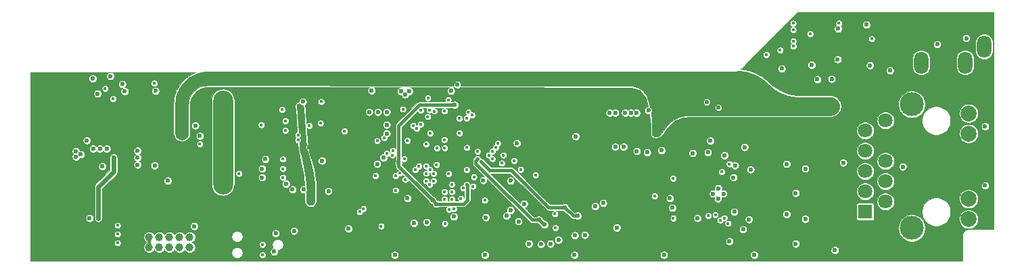
<source format=gbr>
G04 #@! TF.GenerationSoftware,KiCad,Pcbnew,5.1.9-73d0e3b20d~88~ubuntu20.04.1*
G04 #@! TF.CreationDate,2021-01-24T23:08:50+01:00*
G04 #@! TF.ProjectId,CIS,4349532e-6b69-4636-9164-5f7063625858,1.0.0*
G04 #@! TF.SameCoordinates,PX6bc3e40PY635f740*
G04 #@! TF.FileFunction,Copper,L5,Inr*
G04 #@! TF.FilePolarity,Positive*
%FSLAX46Y46*%
G04 Gerber Fmt 4.6, Leading zero omitted, Abs format (unit mm)*
G04 Created by KiCad (PCBNEW 5.1.9-73d0e3b20d~88~ubuntu20.04.1) date 2021-01-24 23:08:50*
%MOMM*%
%LPD*%
G01*
G04 APERTURE LIST*
G04 #@! TA.AperFunction,ComponentPad*
%ADD10C,1.000000*%
G04 #@! TD*
G04 #@! TA.AperFunction,ComponentPad*
%ADD11C,3.000000*%
G04 #@! TD*
G04 #@! TA.AperFunction,ComponentPad*
%ADD12C,2.000000*%
G04 #@! TD*
G04 #@! TA.AperFunction,ComponentPad*
%ADD13C,1.800000*%
G04 #@! TD*
G04 #@! TA.AperFunction,ComponentPad*
%ADD14R,1.800000X1.800000*%
G04 #@! TD*
G04 #@! TA.AperFunction,WasherPad*
%ADD15O,2.500000X13.000000*%
G04 #@! TD*
G04 #@! TA.AperFunction,ComponentPad*
%ADD16O,1.800000X2.800000*%
G04 #@! TD*
G04 #@! TA.AperFunction,ViaPad*
%ADD17C,0.600000*%
G04 #@! TD*
G04 #@! TA.AperFunction,ViaPad*
%ADD18C,0.450000*%
G04 #@! TD*
G04 #@! TA.AperFunction,Conductor*
%ADD19C,0.400000*%
G04 #@! TD*
G04 #@! TA.AperFunction,Conductor*
%ADD20C,0.600000*%
G04 #@! TD*
G04 #@! TA.AperFunction,Conductor*
%ADD21C,0.125000*%
G04 #@! TD*
G04 #@! TA.AperFunction,Conductor*
%ADD22C,0.091000*%
G04 #@! TD*
G04 #@! TA.AperFunction,Conductor*
%ADD23C,1.500000*%
G04 #@! TD*
G04 APERTURE END LIST*
D10*
X15560000Y3635000D03*
X18100000Y2365000D03*
X16830000Y3635000D03*
X16830000Y2365000D03*
X18100000Y3635000D03*
X15560000Y2365000D03*
X19370000Y3635000D03*
X19370000Y2365000D03*
X20640000Y3635000D03*
X20640000Y2365000D03*
D11*
X111040000Y20260000D03*
X111040000Y4760000D03*
D12*
X118150000Y19140000D03*
X118150000Y16600000D03*
X118150000Y8420000D03*
D13*
X107740000Y18230000D03*
X105200000Y16960000D03*
X105200000Y14420000D03*
X107740000Y13150000D03*
X105200000Y11880000D03*
X107740000Y10610000D03*
X105200000Y9340000D03*
X107740000Y8070000D03*
D12*
X118150000Y5880000D03*
D14*
X105200000Y6800000D03*
D15*
X24800000Y15500000D03*
D16*
X120100000Y27500000D03*
X117700000Y25500000D03*
X112200000Y25500000D03*
D17*
X72000000Y21800000D03*
X72900000Y21800000D03*
X73800000Y21800000D03*
X75100000Y21800000D03*
X76900000Y21800000D03*
X76000000Y21800000D03*
X104050000Y29150000D03*
X102950000Y24000000D03*
X97250000Y24000000D03*
X96350000Y21900000D03*
X88900000Y14750000D03*
X81050000Y9700000D03*
X83500000Y9250000D03*
X73091000Y15050000D03*
X73100000Y16050000D03*
D18*
X54800000Y14733200D03*
X55300000Y13600000D03*
X52900000Y16900000D03*
X51598000Y15760900D03*
D17*
X85300000Y2824968D03*
X81050000Y12300000D03*
X80900000Y4700000D03*
X56500000Y7190001D03*
D18*
X54380000Y10220000D03*
X53448941Y14803043D03*
X49340000Y15290000D03*
D17*
X47683590Y17150000D03*
D18*
X50365158Y13944284D03*
X52079952Y10683900D03*
D17*
X48800000Y7600004D03*
X46600000Y19600008D03*
D18*
X54050000Y15961510D03*
D17*
X28100000Y22100000D03*
D18*
X54800124Y11600000D03*
D17*
X32400000Y15200000D03*
X35500000Y1600000D03*
X35600000Y14900000D03*
X12000000Y10750000D03*
D18*
X58300000Y15800000D03*
D17*
X42400000Y21200000D03*
X17300000Y5800000D03*
X18300000Y6000000D03*
X83200000Y3600000D03*
X74200000Y2700000D03*
X71700000Y5600000D03*
X73300000Y5500000D03*
X73300000Y6200000D03*
X62300000Y1600000D03*
X51000000Y1300000D03*
X39800000Y1600000D03*
D18*
X86427200Y6404300D03*
X63920000Y11410000D03*
X29750000Y1400000D03*
X46400000Y11300000D03*
X47482500Y13442500D03*
X29750000Y2700000D03*
D17*
X81050000Y7300000D03*
X72400000Y7900000D03*
X68950000Y16250000D03*
X101800000Y29750000D03*
X105350000Y30250000D03*
X87577800Y13872200D03*
X86150000Y9075000D03*
X86800000Y9750000D03*
X86775000Y8450000D03*
X87450000Y9075000D03*
X95350000Y12800000D03*
X99200000Y23400000D03*
X98500000Y25200000D03*
X108300000Y24500000D03*
X117850000Y28550000D03*
X105800000Y25150000D03*
X101750000Y25900000D03*
X101000000Y23450000D03*
X94750000Y24750000D03*
X86800000Y19855600D03*
X85800000Y15700000D03*
X85350000Y20550000D03*
X78050000Y19500000D03*
X76550000Y19200000D03*
X75850000Y19200000D03*
X75150000Y19200000D03*
X73900000Y19200000D03*
X73200000Y19200000D03*
X73900000Y14950000D03*
X76600000Y14400000D03*
X77900000Y14250000D03*
X80750000Y8500000D03*
X109900000Y12450000D03*
X102450000Y12950000D03*
X95350000Y6500000D03*
X96500000Y9150000D03*
X96500000Y2800000D03*
X90100000Y14900000D03*
X85500000Y14250000D03*
X83600000Y14150000D03*
X90640000Y5840000D03*
D18*
X53086000Y7085600D03*
D17*
X71400000Y7500000D03*
X68850000Y3850000D03*
X64600000Y2750000D03*
D18*
X59900000Y13900000D03*
X55330000Y14841800D03*
X54398000Y16650000D03*
X52500000Y15834000D03*
X52550000Y14800000D03*
X51533000Y12708700D03*
X50720000Y16645400D03*
D17*
X53350000Y21950000D03*
X45300000Y19300000D03*
X44200000Y19300000D03*
X43100000Y19300000D03*
D18*
X46000000Y13900000D03*
D17*
X60300000Y6300000D03*
X60800000Y7000000D03*
X48700000Y5400000D03*
X21900000Y16300000D03*
X21350000Y17600000D03*
X10250000Y14700000D03*
X9400000Y14700000D03*
X8550000Y14700000D03*
X7750000Y15750000D03*
D18*
X53000000Y20816000D03*
D17*
X14100000Y13600000D03*
X14100000Y12700000D03*
X14100000Y14450000D03*
X74950000Y14950000D03*
X88200000Y3100000D03*
X90850000Y12100000D03*
X79700000Y14500000D03*
X70099976Y3900000D03*
X65800000Y2800000D03*
X57700000Y6100000D03*
X57384587Y10756460D03*
X60800000Y10700000D03*
D18*
X59700014Y12900000D03*
X58070000Y13900000D03*
X54850000Y9770000D03*
X56212917Y11162454D03*
X55300000Y12070000D03*
X51170000Y10680000D03*
X53050000Y11566002D03*
X51590000Y14770000D03*
X50240000Y15270000D03*
X50240000Y12530000D03*
D17*
X47900000Y8500000D03*
X44099995Y12800005D03*
X44900000Y13600014D03*
X45299990Y16600000D03*
X45300004Y17700000D03*
X47600000Y21500000D03*
X61600000Y15400000D03*
X53700000Y6200000D03*
X54150000Y22750000D03*
X21200000Y5000000D03*
D18*
X53460000Y8370000D03*
D17*
X16250000Y12600000D03*
X62500000Y7800000D03*
X34800000Y20600000D03*
X29700000Y12200000D03*
X32700000Y10300000D03*
X33700000Y4400000D03*
X31400000Y4100000D03*
X33500000Y9600000D03*
X34900000Y9600000D03*
X29700000Y11100000D03*
X30100000Y13400000D03*
X37200000Y13200000D03*
X38000000Y9400000D03*
X8500000Y23500000D03*
X10700000Y23800000D03*
X12500000Y21900000D03*
X12200000Y22800000D03*
X9100000Y21600000D03*
X9700000Y12500000D03*
X8100000Y6000000D03*
X17900000Y10700000D03*
X16350000Y21950000D03*
X6400000Y14400000D03*
X6400000Y13700000D03*
X7000000Y14000000D03*
X47100000Y21900000D03*
X48100000Y21900000D03*
X43400000Y22000000D03*
X31200000Y1800000D03*
X91300000Y1400000D03*
X84200000Y6000000D03*
X80000000Y1400000D03*
X74100000Y4800000D03*
X66800000Y3274950D03*
X68800000Y1400000D03*
X63100000Y2800000D03*
X57600000Y1400000D03*
X46300000Y1400000D03*
X40500000Y4700000D03*
X50300000Y5500000D03*
X61800000Y5600000D03*
X120200000Y17500000D03*
X120200000Y10100000D03*
X9200000Y6000000D03*
X11100000Y13600000D03*
D18*
X32300000Y13400000D03*
X42400000Y7200000D03*
X41900000Y6800000D03*
X52570100Y5319800D03*
X46400000Y9500000D03*
D17*
X97700000Y12200000D03*
X97700000Y5900000D03*
X101400000Y2000000D03*
X89900000Y4600000D03*
X88800000Y6800000D03*
X88700000Y11100000D03*
X88900000Y12600000D03*
X101200000Y20700000D03*
X101200000Y19250000D03*
X101200000Y20000000D03*
X78800000Y17200000D03*
X78800000Y17800000D03*
X78800000Y16600000D03*
X19850000Y17650008D03*
X19850000Y16999980D03*
X19850000Y16300014D03*
X34300000Y20000000D03*
X35500000Y12800000D03*
X35500000Y11300000D03*
X35900000Y8500000D03*
X35900000Y7900000D03*
X67600000Y7350000D03*
X69199984Y6300000D03*
D18*
X57130000Y13066104D03*
X32300000Y12200000D03*
X32300000Y11100000D03*
X58520000Y13440000D03*
X11600000Y2900000D03*
X58503200Y14362200D03*
X11600000Y4000000D03*
X58961800Y14853300D03*
X11600000Y5100000D03*
X50440420Y18729167D03*
X55985400Y18914600D03*
X54367200Y18500200D03*
X55523600Y19276400D03*
X52540147Y19419800D03*
X56100000Y10000000D03*
D17*
X46800000Y12900000D03*
X53800000Y20200000D03*
X51500000Y7800000D03*
X51050000Y8250000D03*
D18*
X55300000Y10205300D03*
X56659528Y14359285D03*
D17*
X64350000Y5800000D03*
X65050000Y5200000D03*
D18*
X56660000Y13447200D03*
X87238000Y11799800D03*
X88200000Y12800000D03*
X48861900Y12063100D03*
X32600000Y18200000D03*
X40000000Y16900000D03*
X35600000Y17600000D03*
X50241300Y11617800D03*
X32600000Y17000000D03*
X34200000Y16400000D03*
X45300000Y14100000D03*
X34200000Y15800000D03*
X43900000Y11300000D03*
X55290100Y18540000D03*
X37100000Y20600000D03*
X49337900Y12523100D03*
X37000000Y17900000D03*
X49538594Y17777273D03*
X16200000Y22900000D03*
X51232911Y19406727D03*
X11050000Y20950000D03*
X47889100Y15729700D03*
X10050000Y22250000D03*
X66413051Y4793475D03*
X66350068Y6550000D03*
X50444800Y21055200D03*
X81150000Y11000000D03*
X81175000Y6000000D03*
D17*
X114200000Y27800000D03*
D18*
X106000000Y28475000D03*
X53449994Y10230000D03*
X48600000Y17600000D03*
X44600000Y5000000D03*
X59213200Y15387700D03*
X101904200Y30425000D03*
X61240700Y13200010D03*
X92802227Y26490973D03*
X85550000Y6300000D03*
X62055300Y12099990D03*
X49038262Y17231328D03*
X21900000Y15300000D03*
X57562500Y8234400D03*
X94543500Y27042900D03*
X44971226Y16079060D03*
X29600000Y17700000D03*
X44100000Y15700000D03*
X26800000Y11600000D03*
X50701100Y12081200D03*
X96199800Y28180800D03*
X78833500Y8771400D03*
X98300000Y29100000D03*
X53459800Y9304500D03*
X51160900Y11591900D03*
X88025000Y5350000D03*
X52540200Y9304500D03*
X96179100Y29611200D03*
X96172500Y30425000D03*
X54589566Y8457011D03*
X46067200Y14494700D03*
X32200000Y19600000D03*
X50687100Y10238400D03*
X87550000Y6025000D03*
X52540200Y8399200D03*
X49550000Y19500000D03*
X53688300Y7172400D03*
X96183300Y27540500D03*
X50650000Y19550000D03*
X46925000Y11625000D03*
X47315944Y19659157D03*
X47625000Y10850000D03*
X50241300Y10672500D03*
X87050000Y5756900D03*
D19*
X15560000Y2365000D02*
X15560000Y3635000D01*
D20*
X9200000Y9900000D02*
X9200000Y6000000D01*
X11100000Y11800000D02*
X9200000Y9900000D01*
X11100000Y13600000D02*
X11100000Y11800000D01*
D21*
X82641000Y23659000D02*
X89741000Y23659000D01*
X89741000Y23659000D02*
X93400000Y20000000D01*
X93400000Y20000000D02*
X101200000Y20000000D01*
X78759000Y23659000D02*
X82641000Y23659000D01*
X101200000Y20000000D02*
X101200000Y19250000D01*
X78800000Y17200000D02*
X78800000Y17800000D01*
X78800000Y17800000D02*
X78800000Y23618000D01*
X78800000Y23618000D02*
X78759000Y23659000D01*
X78800000Y16600000D02*
X78800000Y17200000D01*
X23059000Y23659000D02*
X21659000Y23659000D01*
X78759000Y23659000D02*
X23059000Y23659000D01*
X19850000Y21850000D02*
X19850000Y16300014D01*
X21659000Y23659000D02*
X19850000Y21850000D01*
X34300000Y17300000D02*
X34300000Y20000000D01*
X34900000Y16700000D02*
X34300000Y17300000D01*
X35500000Y12800000D02*
X34900000Y13400000D01*
X34900000Y13400000D02*
X34900000Y16700000D01*
X35500000Y11300000D02*
X35500000Y12800000D01*
D19*
X68650000Y6300000D02*
X67600000Y7350000D01*
X69199984Y6300000D02*
X68650000Y6300000D01*
X58196104Y12000000D02*
X57130000Y13066104D01*
X60914000Y12000000D02*
X58196104Y12000000D01*
X65564000Y7350000D02*
X60914000Y12000000D01*
X67600000Y7350000D02*
X65564000Y7350000D01*
X51500000Y7800000D02*
X51050000Y8250000D01*
X51050000Y8250000D02*
X46800000Y12500000D01*
X46800000Y12500000D02*
X46800000Y12900000D01*
X46800000Y12500000D02*
X46800000Y12900000D01*
X51050000Y8250000D02*
X51500000Y7800000D01*
X50750000Y8550000D02*
X46800000Y12500000D01*
X51050000Y8250000D02*
X50750000Y8550000D01*
X51500000Y7800000D02*
X54900000Y7800000D01*
X54900000Y7800000D02*
X55400000Y8300000D01*
X55400000Y10105300D02*
X55300000Y10205300D01*
X55400000Y8300000D02*
X55400000Y10105300D01*
X49400000Y20200000D02*
X53800000Y20200000D01*
X46800000Y17600000D02*
X49400000Y20200000D01*
X46800000Y12900000D02*
X46800000Y17600000D01*
X64950000Y5200000D02*
X64350000Y5800000D01*
X65050000Y5200000D02*
X64950000Y5200000D01*
X56435001Y13222201D02*
X56660000Y13447200D01*
X57975311Y11325001D02*
X56435000Y12864600D01*
X63500312Y5800000D02*
X57975311Y11325001D01*
X56435000Y12864600D02*
X56435001Y13222201D01*
X64350000Y5800000D02*
X63500312Y5800000D01*
D22*
X121304501Y4595500D02*
X118134167Y4595500D01*
X118100000Y4598865D01*
X118065834Y4595500D01*
X118065833Y4595500D01*
X117963658Y4585437D01*
X117832556Y4545667D01*
X117711731Y4481085D01*
X117605828Y4394172D01*
X117518915Y4288269D01*
X117454333Y4167444D01*
X117414563Y4036342D01*
X117401135Y3900000D01*
X117404501Y3865823D01*
X117404500Y695500D01*
X695500Y695500D01*
X695500Y2941416D01*
X11179500Y2941416D01*
X11179500Y2858584D01*
X11195659Y2777345D01*
X11227357Y2700818D01*
X11273376Y2631947D01*
X11331947Y2573376D01*
X11400818Y2527357D01*
X11477345Y2495659D01*
X11558584Y2479500D01*
X11641416Y2479500D01*
X11722655Y2495659D01*
X11799182Y2527357D01*
X11868053Y2573376D01*
X11926624Y2631947D01*
X11972643Y2700818D01*
X12004341Y2777345D01*
X12020500Y2858584D01*
X12020500Y2941416D01*
X12004341Y3022655D01*
X11972643Y3099182D01*
X11926624Y3168053D01*
X11868053Y3226624D01*
X11799182Y3272643D01*
X11722655Y3304341D01*
X11641416Y3320500D01*
X11558584Y3320500D01*
X11477345Y3304341D01*
X11400818Y3272643D01*
X11331947Y3226624D01*
X11273376Y3168053D01*
X11227357Y3099182D01*
X11195659Y3022655D01*
X11179500Y2941416D01*
X695500Y2941416D01*
X695500Y4041416D01*
X11179500Y4041416D01*
X11179500Y3958584D01*
X11195659Y3877345D01*
X11227357Y3800818D01*
X11273376Y3731947D01*
X11331947Y3673376D01*
X11400818Y3627357D01*
X11477345Y3595659D01*
X11558584Y3579500D01*
X11641416Y3579500D01*
X11722655Y3595659D01*
X11799182Y3627357D01*
X11868053Y3673376D01*
X11898178Y3703501D01*
X14864500Y3703501D01*
X14864500Y3566499D01*
X14891228Y3432130D01*
X14943656Y3305557D01*
X15019770Y3191645D01*
X15116645Y3094770D01*
X15164501Y3062794D01*
X15164500Y2937206D01*
X15116645Y2905230D01*
X15019770Y2808355D01*
X14943656Y2694443D01*
X14891228Y2567870D01*
X14864500Y2433501D01*
X14864500Y2296499D01*
X14891228Y2162130D01*
X14943656Y2035557D01*
X15019770Y1921645D01*
X15116645Y1824770D01*
X15230557Y1748656D01*
X15357130Y1696228D01*
X15491499Y1669500D01*
X15628501Y1669500D01*
X15762870Y1696228D01*
X15889443Y1748656D01*
X16003355Y1824770D01*
X16100230Y1921645D01*
X16176344Y2035557D01*
X16195000Y2080597D01*
X16213656Y2035557D01*
X16289770Y1921645D01*
X16386645Y1824770D01*
X16500557Y1748656D01*
X16627130Y1696228D01*
X16761499Y1669500D01*
X16898501Y1669500D01*
X17032870Y1696228D01*
X17159443Y1748656D01*
X17273355Y1824770D01*
X17370230Y1921645D01*
X17446344Y2035557D01*
X17465000Y2080597D01*
X17483656Y2035557D01*
X17559770Y1921645D01*
X17656645Y1824770D01*
X17770557Y1748656D01*
X17897130Y1696228D01*
X18031499Y1669500D01*
X18168501Y1669500D01*
X18302870Y1696228D01*
X18429443Y1748656D01*
X18543355Y1824770D01*
X18640230Y1921645D01*
X18716344Y2035557D01*
X18735000Y2080597D01*
X18753656Y2035557D01*
X18829770Y1921645D01*
X18926645Y1824770D01*
X19040557Y1748656D01*
X19167130Y1696228D01*
X19301499Y1669500D01*
X19438501Y1669500D01*
X19572870Y1696228D01*
X19699443Y1748656D01*
X19813355Y1824770D01*
X19910230Y1921645D01*
X19986344Y2035557D01*
X20005000Y2080597D01*
X20023656Y2035557D01*
X20099770Y1921645D01*
X20196645Y1824770D01*
X20310557Y1748656D01*
X20437130Y1696228D01*
X20571499Y1669500D01*
X20708501Y1669500D01*
X20842870Y1696228D01*
X20969443Y1748656D01*
X20974504Y1752038D01*
X25869200Y1752038D01*
X25869200Y1615962D01*
X25895748Y1482501D01*
X25947821Y1356784D01*
X26023421Y1243641D01*
X26119641Y1147421D01*
X26232784Y1071821D01*
X26358501Y1019748D01*
X26491962Y993200D01*
X26628038Y993200D01*
X26761499Y1019748D01*
X26887216Y1071821D01*
X27000359Y1147421D01*
X27096579Y1243641D01*
X27172179Y1356784D01*
X27207234Y1441416D01*
X29329500Y1441416D01*
X29329500Y1358584D01*
X29345659Y1277345D01*
X29377357Y1200818D01*
X29423376Y1131947D01*
X29481947Y1073376D01*
X29550818Y1027357D01*
X29627345Y995659D01*
X29708584Y979500D01*
X29791416Y979500D01*
X29872655Y995659D01*
X29949182Y1027357D01*
X30018053Y1073376D01*
X30076624Y1131947D01*
X30122643Y1200818D01*
X30154341Y1277345D01*
X30170500Y1358584D01*
X30170500Y1441416D01*
X30154341Y1522655D01*
X30122643Y1599182D01*
X30076624Y1668053D01*
X30018053Y1726624D01*
X29949182Y1772643D01*
X29872655Y1804341D01*
X29791416Y1820500D01*
X29708584Y1820500D01*
X29627345Y1804341D01*
X29550818Y1772643D01*
X29481947Y1726624D01*
X29423376Y1668053D01*
X29377357Y1599182D01*
X29345659Y1522655D01*
X29329500Y1441416D01*
X27207234Y1441416D01*
X27224252Y1482501D01*
X27250800Y1615962D01*
X27250800Y1752038D01*
X27231552Y1848803D01*
X30704500Y1848803D01*
X30704500Y1751197D01*
X30723541Y1655468D01*
X30760893Y1565293D01*
X30815120Y1484137D01*
X30884137Y1415120D01*
X30965293Y1360893D01*
X31055468Y1323541D01*
X31151197Y1304500D01*
X31248803Y1304500D01*
X31344532Y1323541D01*
X31434707Y1360893D01*
X31515863Y1415120D01*
X31549546Y1448803D01*
X45804500Y1448803D01*
X45804500Y1351197D01*
X45823541Y1255468D01*
X45860893Y1165293D01*
X45915120Y1084137D01*
X45984137Y1015120D01*
X46065293Y960893D01*
X46155468Y923541D01*
X46251197Y904500D01*
X46348803Y904500D01*
X46444532Y923541D01*
X46534707Y960893D01*
X46615863Y1015120D01*
X46684880Y1084137D01*
X46739107Y1165293D01*
X46776459Y1255468D01*
X46795500Y1351197D01*
X46795500Y1448803D01*
X57104500Y1448803D01*
X57104500Y1351197D01*
X57123541Y1255468D01*
X57160893Y1165293D01*
X57215120Y1084137D01*
X57284137Y1015120D01*
X57365293Y960893D01*
X57455468Y923541D01*
X57551197Y904500D01*
X57648803Y904500D01*
X57744532Y923541D01*
X57834707Y960893D01*
X57915863Y1015120D01*
X57984880Y1084137D01*
X58039107Y1165293D01*
X58076459Y1255468D01*
X58095500Y1351197D01*
X58095500Y1448803D01*
X68304500Y1448803D01*
X68304500Y1351197D01*
X68323541Y1255468D01*
X68360893Y1165293D01*
X68415120Y1084137D01*
X68484137Y1015120D01*
X68565293Y960893D01*
X68655468Y923541D01*
X68751197Y904500D01*
X68848803Y904500D01*
X68944532Y923541D01*
X69034707Y960893D01*
X69115863Y1015120D01*
X69184880Y1084137D01*
X69239107Y1165293D01*
X69276459Y1255468D01*
X69295500Y1351197D01*
X69295500Y1448803D01*
X79504500Y1448803D01*
X79504500Y1351197D01*
X79523541Y1255468D01*
X79560893Y1165293D01*
X79615120Y1084137D01*
X79684137Y1015120D01*
X79765293Y960893D01*
X79855468Y923541D01*
X79951197Y904500D01*
X80048803Y904500D01*
X80144532Y923541D01*
X80234707Y960893D01*
X80315863Y1015120D01*
X80384880Y1084137D01*
X80439107Y1165293D01*
X80476459Y1255468D01*
X80495500Y1351197D01*
X80495500Y1448803D01*
X90804500Y1448803D01*
X90804500Y1351197D01*
X90823541Y1255468D01*
X90860893Y1165293D01*
X90915120Y1084137D01*
X90984137Y1015120D01*
X91065293Y960893D01*
X91155468Y923541D01*
X91251197Y904500D01*
X91348803Y904500D01*
X91444532Y923541D01*
X91534707Y960893D01*
X91615863Y1015120D01*
X91684880Y1084137D01*
X91739107Y1165293D01*
X91776459Y1255468D01*
X91795500Y1351197D01*
X91795500Y1448803D01*
X91776459Y1544532D01*
X91739107Y1634707D01*
X91684880Y1715863D01*
X91615863Y1784880D01*
X91534707Y1839107D01*
X91444532Y1876459D01*
X91348803Y1895500D01*
X91251197Y1895500D01*
X91155468Y1876459D01*
X91065293Y1839107D01*
X90984137Y1784880D01*
X90915120Y1715863D01*
X90860893Y1634707D01*
X90823541Y1544532D01*
X90804500Y1448803D01*
X80495500Y1448803D01*
X80476459Y1544532D01*
X80439107Y1634707D01*
X80384880Y1715863D01*
X80315863Y1784880D01*
X80234707Y1839107D01*
X80144532Y1876459D01*
X80048803Y1895500D01*
X79951197Y1895500D01*
X79855468Y1876459D01*
X79765293Y1839107D01*
X79684137Y1784880D01*
X79615120Y1715863D01*
X79560893Y1634707D01*
X79523541Y1544532D01*
X79504500Y1448803D01*
X69295500Y1448803D01*
X69276459Y1544532D01*
X69239107Y1634707D01*
X69184880Y1715863D01*
X69115863Y1784880D01*
X69034707Y1839107D01*
X68944532Y1876459D01*
X68848803Y1895500D01*
X68751197Y1895500D01*
X68655468Y1876459D01*
X68565293Y1839107D01*
X68484137Y1784880D01*
X68415120Y1715863D01*
X68360893Y1634707D01*
X68323541Y1544532D01*
X68304500Y1448803D01*
X58095500Y1448803D01*
X58076459Y1544532D01*
X58039107Y1634707D01*
X57984880Y1715863D01*
X57915863Y1784880D01*
X57834707Y1839107D01*
X57744532Y1876459D01*
X57648803Y1895500D01*
X57551197Y1895500D01*
X57455468Y1876459D01*
X57365293Y1839107D01*
X57284137Y1784880D01*
X57215120Y1715863D01*
X57160893Y1634707D01*
X57123541Y1544532D01*
X57104500Y1448803D01*
X46795500Y1448803D01*
X46776459Y1544532D01*
X46739107Y1634707D01*
X46684880Y1715863D01*
X46615863Y1784880D01*
X46534707Y1839107D01*
X46444532Y1876459D01*
X46348803Y1895500D01*
X46251197Y1895500D01*
X46155468Y1876459D01*
X46065293Y1839107D01*
X45984137Y1784880D01*
X45915120Y1715863D01*
X45860893Y1634707D01*
X45823541Y1544532D01*
X45804500Y1448803D01*
X31549546Y1448803D01*
X31584880Y1484137D01*
X31639107Y1565293D01*
X31676459Y1655468D01*
X31695500Y1751197D01*
X31695500Y1848803D01*
X31676459Y1944532D01*
X31649672Y2009200D01*
X31708038Y2009200D01*
X31841499Y2035748D01*
X31873016Y2048803D01*
X100904500Y2048803D01*
X100904500Y1951197D01*
X100923541Y1855468D01*
X100960893Y1765293D01*
X101015120Y1684137D01*
X101084137Y1615120D01*
X101165293Y1560893D01*
X101255468Y1523541D01*
X101351197Y1504500D01*
X101448803Y1504500D01*
X101544532Y1523541D01*
X101634707Y1560893D01*
X101715863Y1615120D01*
X101784880Y1684137D01*
X101839107Y1765293D01*
X101876459Y1855468D01*
X101895500Y1951197D01*
X101895500Y2048803D01*
X101876459Y2144532D01*
X101839107Y2234707D01*
X101784880Y2315863D01*
X101715863Y2384880D01*
X101634707Y2439107D01*
X101544532Y2476459D01*
X101448803Y2495500D01*
X101351197Y2495500D01*
X101255468Y2476459D01*
X101165293Y2439107D01*
X101084137Y2384880D01*
X101015120Y2315863D01*
X100960893Y2234707D01*
X100923541Y2144532D01*
X100904500Y2048803D01*
X31873016Y2048803D01*
X31967216Y2087821D01*
X32080359Y2163421D01*
X32176579Y2259641D01*
X32252179Y2372784D01*
X32304252Y2498501D01*
X32330800Y2631962D01*
X32330800Y2768038D01*
X32314735Y2848803D01*
X62604500Y2848803D01*
X62604500Y2751197D01*
X62623541Y2655468D01*
X62660893Y2565293D01*
X62715120Y2484137D01*
X62784137Y2415120D01*
X62865293Y2360893D01*
X62955468Y2323541D01*
X63051197Y2304500D01*
X63148803Y2304500D01*
X63244532Y2323541D01*
X63334707Y2360893D01*
X63415863Y2415120D01*
X63484880Y2484137D01*
X63539107Y2565293D01*
X63576459Y2655468D01*
X63595500Y2751197D01*
X63595500Y2798803D01*
X64104500Y2798803D01*
X64104500Y2701197D01*
X64123541Y2605468D01*
X64160893Y2515293D01*
X64215120Y2434137D01*
X64284137Y2365120D01*
X64365293Y2310893D01*
X64455468Y2273541D01*
X64551197Y2254500D01*
X64648803Y2254500D01*
X64744532Y2273541D01*
X64834707Y2310893D01*
X64915863Y2365120D01*
X64984880Y2434137D01*
X65039107Y2515293D01*
X65076459Y2605468D01*
X65095500Y2701197D01*
X65095500Y2798803D01*
X65085555Y2848803D01*
X65304500Y2848803D01*
X65304500Y2751197D01*
X65323541Y2655468D01*
X65360893Y2565293D01*
X65415120Y2484137D01*
X65484137Y2415120D01*
X65565293Y2360893D01*
X65655468Y2323541D01*
X65751197Y2304500D01*
X65848803Y2304500D01*
X65944532Y2323541D01*
X66034707Y2360893D01*
X66115863Y2415120D01*
X66184880Y2484137D01*
X66239107Y2565293D01*
X66276459Y2655468D01*
X66295500Y2751197D01*
X66295500Y2848803D01*
X66276459Y2944532D01*
X66239107Y3034707D01*
X66184880Y3115863D01*
X66115863Y3184880D01*
X66034707Y3239107D01*
X65944532Y3276459D01*
X65848803Y3295500D01*
X65751197Y3295500D01*
X65655468Y3276459D01*
X65565293Y3239107D01*
X65484137Y3184880D01*
X65415120Y3115863D01*
X65360893Y3034707D01*
X65323541Y2944532D01*
X65304500Y2848803D01*
X65085555Y2848803D01*
X65076459Y2894532D01*
X65039107Y2984707D01*
X64984880Y3065863D01*
X64915863Y3134880D01*
X64834707Y3189107D01*
X64744532Y3226459D01*
X64648803Y3245500D01*
X64551197Y3245500D01*
X64455468Y3226459D01*
X64365293Y3189107D01*
X64284137Y3134880D01*
X64215120Y3065863D01*
X64160893Y2984707D01*
X64123541Y2894532D01*
X64104500Y2798803D01*
X63595500Y2798803D01*
X63595500Y2848803D01*
X63576459Y2944532D01*
X63539107Y3034707D01*
X63484880Y3115863D01*
X63415863Y3184880D01*
X63334707Y3239107D01*
X63244532Y3276459D01*
X63148803Y3295500D01*
X63051197Y3295500D01*
X62955468Y3276459D01*
X62865293Y3239107D01*
X62784137Y3184880D01*
X62715120Y3115863D01*
X62660893Y3034707D01*
X62623541Y2944532D01*
X62604500Y2848803D01*
X32314735Y2848803D01*
X32304252Y2901499D01*
X32252179Y3027216D01*
X32176579Y3140359D01*
X32080359Y3236579D01*
X31967216Y3312179D01*
X31939274Y3323753D01*
X66304500Y3323753D01*
X66304500Y3226147D01*
X66323541Y3130418D01*
X66360893Y3040243D01*
X66415120Y2959087D01*
X66484137Y2890070D01*
X66565293Y2835843D01*
X66655468Y2798491D01*
X66751197Y2779450D01*
X66848803Y2779450D01*
X66944532Y2798491D01*
X67034707Y2835843D01*
X67115863Y2890070D01*
X67184880Y2959087D01*
X67239107Y3040243D01*
X67276459Y3130418D01*
X67280115Y3148803D01*
X87704500Y3148803D01*
X87704500Y3051197D01*
X87723541Y2955468D01*
X87760893Y2865293D01*
X87815120Y2784137D01*
X87884137Y2715120D01*
X87965293Y2660893D01*
X88055468Y2623541D01*
X88151197Y2604500D01*
X88248803Y2604500D01*
X88344532Y2623541D01*
X88434707Y2660893D01*
X88515863Y2715120D01*
X88584880Y2784137D01*
X88628088Y2848803D01*
X96004500Y2848803D01*
X96004500Y2751197D01*
X96023541Y2655468D01*
X96060893Y2565293D01*
X96115120Y2484137D01*
X96184137Y2415120D01*
X96265293Y2360893D01*
X96355468Y2323541D01*
X96451197Y2304500D01*
X96548803Y2304500D01*
X96644532Y2323541D01*
X96734707Y2360893D01*
X96815863Y2415120D01*
X96884880Y2484137D01*
X96939107Y2565293D01*
X96976459Y2655468D01*
X96995500Y2751197D01*
X96995500Y2848803D01*
X96976459Y2944532D01*
X96939107Y3034707D01*
X96884880Y3115863D01*
X96815863Y3184880D01*
X96734707Y3239107D01*
X96644532Y3276459D01*
X96548803Y3295500D01*
X96451197Y3295500D01*
X96355468Y3276459D01*
X96265293Y3239107D01*
X96184137Y3184880D01*
X96115120Y3115863D01*
X96060893Y3034707D01*
X96023541Y2944532D01*
X96004500Y2848803D01*
X88628088Y2848803D01*
X88639107Y2865293D01*
X88676459Y2955468D01*
X88695500Y3051197D01*
X88695500Y3148803D01*
X88676459Y3244532D01*
X88639107Y3334707D01*
X88584880Y3415863D01*
X88515863Y3484880D01*
X88434707Y3539107D01*
X88344532Y3576459D01*
X88248803Y3595500D01*
X88151197Y3595500D01*
X88055468Y3576459D01*
X87965293Y3539107D01*
X87884137Y3484880D01*
X87815120Y3415863D01*
X87760893Y3334707D01*
X87723541Y3244532D01*
X87704500Y3148803D01*
X67280115Y3148803D01*
X67295500Y3226147D01*
X67295500Y3323753D01*
X67276459Y3419482D01*
X67239107Y3509657D01*
X67184880Y3590813D01*
X67115863Y3659830D01*
X67034707Y3714057D01*
X66944532Y3751409D01*
X66848803Y3770450D01*
X66751197Y3770450D01*
X66655468Y3751409D01*
X66565293Y3714057D01*
X66484137Y3659830D01*
X66415120Y3590813D01*
X66360893Y3509657D01*
X66323541Y3419482D01*
X66304500Y3323753D01*
X31939274Y3323753D01*
X31841499Y3364252D01*
X31708038Y3390800D01*
X31571962Y3390800D01*
X31438501Y3364252D01*
X31312784Y3312179D01*
X31199641Y3236579D01*
X31103421Y3140359D01*
X31027821Y3027216D01*
X30975748Y2901499D01*
X30949200Y2768038D01*
X30949200Y2631962D01*
X30975748Y2498501D01*
X31027821Y2372784D01*
X31087876Y2282905D01*
X31055468Y2276459D01*
X30965293Y2239107D01*
X30884137Y2184880D01*
X30815120Y2115863D01*
X30760893Y2034707D01*
X30723541Y1944532D01*
X30704500Y1848803D01*
X27231552Y1848803D01*
X27224252Y1885499D01*
X27172179Y2011216D01*
X27096579Y2124359D01*
X27000359Y2220579D01*
X26887216Y2296179D01*
X26761499Y2348252D01*
X26628038Y2374800D01*
X26491962Y2374800D01*
X26358501Y2348252D01*
X26232784Y2296179D01*
X26119641Y2220579D01*
X26023421Y2124359D01*
X25947821Y2011216D01*
X25895748Y1885499D01*
X25869200Y1752038D01*
X20974504Y1752038D01*
X21083355Y1824770D01*
X21180230Y1921645D01*
X21256344Y2035557D01*
X21308772Y2162130D01*
X21335500Y2296499D01*
X21335500Y2433501D01*
X21308772Y2567870D01*
X21256344Y2694443D01*
X21224958Y2741416D01*
X29329500Y2741416D01*
X29329500Y2658584D01*
X29345659Y2577345D01*
X29377357Y2500818D01*
X29423376Y2431947D01*
X29481947Y2373376D01*
X29550818Y2327357D01*
X29627345Y2295659D01*
X29708584Y2279500D01*
X29791416Y2279500D01*
X29872655Y2295659D01*
X29949182Y2327357D01*
X30018053Y2373376D01*
X30076624Y2431947D01*
X30122643Y2500818D01*
X30154341Y2577345D01*
X30170500Y2658584D01*
X30170500Y2741416D01*
X30154341Y2822655D01*
X30122643Y2899182D01*
X30076624Y2968053D01*
X30018053Y3026624D01*
X29949182Y3072643D01*
X29872655Y3104341D01*
X29791416Y3120500D01*
X29708584Y3120500D01*
X29627345Y3104341D01*
X29550818Y3072643D01*
X29481947Y3026624D01*
X29423376Y2968053D01*
X29377357Y2899182D01*
X29345659Y2822655D01*
X29329500Y2741416D01*
X21224958Y2741416D01*
X21180230Y2808355D01*
X21083355Y2905230D01*
X20969443Y2981344D01*
X20924403Y3000000D01*
X20969443Y3018656D01*
X21083355Y3094770D01*
X21180230Y3191645D01*
X21256344Y3305557D01*
X21308772Y3432130D01*
X21335500Y3566499D01*
X21335500Y3703501D01*
X21319480Y3784038D01*
X25869200Y3784038D01*
X25869200Y3647962D01*
X25895748Y3514501D01*
X25947821Y3388784D01*
X26023421Y3275641D01*
X26119641Y3179421D01*
X26232784Y3103821D01*
X26358501Y3051748D01*
X26491962Y3025200D01*
X26628038Y3025200D01*
X26761499Y3051748D01*
X26887216Y3103821D01*
X27000359Y3179421D01*
X27096579Y3275641D01*
X27172179Y3388784D01*
X27224252Y3514501D01*
X27250800Y3647962D01*
X27250800Y3784038D01*
X27224252Y3917499D01*
X27172179Y4043216D01*
X27101628Y4148803D01*
X30904500Y4148803D01*
X30904500Y4051197D01*
X30923541Y3955468D01*
X30960893Y3865293D01*
X31015120Y3784137D01*
X31084137Y3715120D01*
X31165293Y3660893D01*
X31255468Y3623541D01*
X31351197Y3604500D01*
X31448803Y3604500D01*
X31544532Y3623541D01*
X31634707Y3660893D01*
X31715863Y3715120D01*
X31784880Y3784137D01*
X31839107Y3865293D01*
X31852987Y3898803D01*
X68354500Y3898803D01*
X68354500Y3801197D01*
X68373541Y3705468D01*
X68410893Y3615293D01*
X68465120Y3534137D01*
X68534137Y3465120D01*
X68615293Y3410893D01*
X68705468Y3373541D01*
X68801197Y3354500D01*
X68898803Y3354500D01*
X68994532Y3373541D01*
X69084707Y3410893D01*
X69165863Y3465120D01*
X69234880Y3534137D01*
X69289107Y3615293D01*
X69326459Y3705468D01*
X69345500Y3801197D01*
X69345500Y3898803D01*
X69335555Y3948803D01*
X69604476Y3948803D01*
X69604476Y3851197D01*
X69623517Y3755468D01*
X69660869Y3665293D01*
X69715096Y3584137D01*
X69784113Y3515120D01*
X69865269Y3460893D01*
X69955444Y3423541D01*
X70051173Y3404500D01*
X70148779Y3404500D01*
X70244508Y3423541D01*
X70334683Y3460893D01*
X70415839Y3515120D01*
X70484856Y3584137D01*
X70539083Y3665293D01*
X70576435Y3755468D01*
X70595476Y3851197D01*
X70595476Y3948803D01*
X70576435Y4044532D01*
X70539083Y4134707D01*
X70484856Y4215863D01*
X70415839Y4284880D01*
X70334683Y4339107D01*
X70244508Y4376459D01*
X70148779Y4395500D01*
X70051173Y4395500D01*
X69955444Y4376459D01*
X69865269Y4339107D01*
X69784113Y4284880D01*
X69715096Y4215863D01*
X69660869Y4134707D01*
X69623517Y4044532D01*
X69604476Y3948803D01*
X69335555Y3948803D01*
X69326459Y3994532D01*
X69289107Y4084707D01*
X69234880Y4165863D01*
X69165863Y4234880D01*
X69084707Y4289107D01*
X68994532Y4326459D01*
X68898803Y4345500D01*
X68801197Y4345500D01*
X68705468Y4326459D01*
X68615293Y4289107D01*
X68534137Y4234880D01*
X68465120Y4165863D01*
X68410893Y4084707D01*
X68373541Y3994532D01*
X68354500Y3898803D01*
X31852987Y3898803D01*
X31876459Y3955468D01*
X31895500Y4051197D01*
X31895500Y4148803D01*
X31876459Y4244532D01*
X31839107Y4334707D01*
X31784880Y4415863D01*
X31751940Y4448803D01*
X33204500Y4448803D01*
X33204500Y4351197D01*
X33223541Y4255468D01*
X33260893Y4165293D01*
X33315120Y4084137D01*
X33384137Y4015120D01*
X33465293Y3960893D01*
X33555468Y3923541D01*
X33651197Y3904500D01*
X33748803Y3904500D01*
X33844532Y3923541D01*
X33934707Y3960893D01*
X34015863Y4015120D01*
X34084880Y4084137D01*
X34139107Y4165293D01*
X34176459Y4255468D01*
X34195500Y4351197D01*
X34195500Y4448803D01*
X34176459Y4544532D01*
X34139107Y4634707D01*
X34084880Y4715863D01*
X34051940Y4748803D01*
X40004500Y4748803D01*
X40004500Y4651197D01*
X40023541Y4555468D01*
X40060893Y4465293D01*
X40115120Y4384137D01*
X40184137Y4315120D01*
X40265293Y4260893D01*
X40355468Y4223541D01*
X40451197Y4204500D01*
X40548803Y4204500D01*
X40644532Y4223541D01*
X40734707Y4260893D01*
X40815863Y4315120D01*
X40884880Y4384137D01*
X40939107Y4465293D01*
X40976459Y4555468D01*
X40995500Y4651197D01*
X40995500Y4748803D01*
X40976459Y4844532D01*
X40939107Y4934707D01*
X40884880Y5015863D01*
X40859327Y5041416D01*
X44179500Y5041416D01*
X44179500Y4958584D01*
X44195659Y4877345D01*
X44227357Y4800818D01*
X44273376Y4731947D01*
X44331947Y4673376D01*
X44400818Y4627357D01*
X44477345Y4595659D01*
X44558584Y4579500D01*
X44641416Y4579500D01*
X44722655Y4595659D01*
X44799182Y4627357D01*
X44868053Y4673376D01*
X44926624Y4731947D01*
X44972643Y4800818D01*
X45004341Y4877345D01*
X45020500Y4958584D01*
X45020500Y5041416D01*
X45004341Y5122655D01*
X44972643Y5199182D01*
X44926624Y5268053D01*
X44868053Y5326624D01*
X44799182Y5372643D01*
X44722655Y5404341D01*
X44641416Y5420500D01*
X44558584Y5420500D01*
X44477345Y5404341D01*
X44400818Y5372643D01*
X44331947Y5326624D01*
X44273376Y5268053D01*
X44227357Y5199182D01*
X44195659Y5122655D01*
X44179500Y5041416D01*
X40859327Y5041416D01*
X40815863Y5084880D01*
X40734707Y5139107D01*
X40644532Y5176459D01*
X40548803Y5195500D01*
X40451197Y5195500D01*
X40355468Y5176459D01*
X40265293Y5139107D01*
X40184137Y5084880D01*
X40115120Y5015863D01*
X40060893Y4934707D01*
X40023541Y4844532D01*
X40004500Y4748803D01*
X34051940Y4748803D01*
X34015863Y4784880D01*
X33934707Y4839107D01*
X33844532Y4876459D01*
X33748803Y4895500D01*
X33651197Y4895500D01*
X33555468Y4876459D01*
X33465293Y4839107D01*
X33384137Y4784880D01*
X33315120Y4715863D01*
X33260893Y4634707D01*
X33223541Y4544532D01*
X33204500Y4448803D01*
X31751940Y4448803D01*
X31715863Y4484880D01*
X31634707Y4539107D01*
X31544532Y4576459D01*
X31448803Y4595500D01*
X31351197Y4595500D01*
X31255468Y4576459D01*
X31165293Y4539107D01*
X31084137Y4484880D01*
X31015120Y4415863D01*
X30960893Y4334707D01*
X30923541Y4244532D01*
X30904500Y4148803D01*
X27101628Y4148803D01*
X27096579Y4156359D01*
X27000359Y4252579D01*
X26887216Y4328179D01*
X26761499Y4380252D01*
X26628038Y4406800D01*
X26491962Y4406800D01*
X26358501Y4380252D01*
X26232784Y4328179D01*
X26119641Y4252579D01*
X26023421Y4156359D01*
X25947821Y4043216D01*
X25895748Y3917499D01*
X25869200Y3784038D01*
X21319480Y3784038D01*
X21308772Y3837870D01*
X21256344Y3964443D01*
X21180230Y4078355D01*
X21083355Y4175230D01*
X20969443Y4251344D01*
X20842870Y4303772D01*
X20708501Y4330500D01*
X20571499Y4330500D01*
X20437130Y4303772D01*
X20310557Y4251344D01*
X20196645Y4175230D01*
X20099770Y4078355D01*
X20023656Y3964443D01*
X20005000Y3919403D01*
X19986344Y3964443D01*
X19910230Y4078355D01*
X19813355Y4175230D01*
X19699443Y4251344D01*
X19572870Y4303772D01*
X19438501Y4330500D01*
X19301499Y4330500D01*
X19167130Y4303772D01*
X19040557Y4251344D01*
X18926645Y4175230D01*
X18829770Y4078355D01*
X18753656Y3964443D01*
X18735000Y3919403D01*
X18716344Y3964443D01*
X18640230Y4078355D01*
X18543355Y4175230D01*
X18429443Y4251344D01*
X18302870Y4303772D01*
X18168501Y4330500D01*
X18031499Y4330500D01*
X17897130Y4303772D01*
X17770557Y4251344D01*
X17656645Y4175230D01*
X17559770Y4078355D01*
X17483656Y3964443D01*
X17465000Y3919403D01*
X17446344Y3964443D01*
X17370230Y4078355D01*
X17273355Y4175230D01*
X17159443Y4251344D01*
X17032870Y4303772D01*
X16898501Y4330500D01*
X16761499Y4330500D01*
X16627130Y4303772D01*
X16500557Y4251344D01*
X16386645Y4175230D01*
X16289770Y4078355D01*
X16213656Y3964443D01*
X16195000Y3919403D01*
X16176344Y3964443D01*
X16100230Y4078355D01*
X16003355Y4175230D01*
X15889443Y4251344D01*
X15762870Y4303772D01*
X15628501Y4330500D01*
X15491499Y4330500D01*
X15357130Y4303772D01*
X15230557Y4251344D01*
X15116645Y4175230D01*
X15019770Y4078355D01*
X14943656Y3964443D01*
X14891228Y3837870D01*
X14864500Y3703501D01*
X11898178Y3703501D01*
X11926624Y3731947D01*
X11972643Y3800818D01*
X12004341Y3877345D01*
X12020500Y3958584D01*
X12020500Y4041416D01*
X12004341Y4122655D01*
X11972643Y4199182D01*
X11926624Y4268053D01*
X11868053Y4326624D01*
X11799182Y4372643D01*
X11722655Y4404341D01*
X11641416Y4420500D01*
X11558584Y4420500D01*
X11477345Y4404341D01*
X11400818Y4372643D01*
X11331947Y4326624D01*
X11273376Y4268053D01*
X11227357Y4199182D01*
X11195659Y4122655D01*
X11179500Y4041416D01*
X695500Y4041416D01*
X695500Y5141416D01*
X11179500Y5141416D01*
X11179500Y5058584D01*
X11195659Y4977345D01*
X11227357Y4900818D01*
X11273376Y4831947D01*
X11331947Y4773376D01*
X11400818Y4727357D01*
X11477345Y4695659D01*
X11558584Y4679500D01*
X11641416Y4679500D01*
X11722655Y4695659D01*
X11799182Y4727357D01*
X11868053Y4773376D01*
X11926624Y4831947D01*
X11972643Y4900818D01*
X12004341Y4977345D01*
X12018554Y5048803D01*
X20704500Y5048803D01*
X20704500Y4951197D01*
X20723541Y4855468D01*
X20760893Y4765293D01*
X20815120Y4684137D01*
X20884137Y4615120D01*
X20965293Y4560893D01*
X21055468Y4523541D01*
X21151197Y4504500D01*
X21248803Y4504500D01*
X21344532Y4523541D01*
X21434707Y4560893D01*
X21515863Y4615120D01*
X21584880Y4684137D01*
X21639107Y4765293D01*
X21676459Y4855468D01*
X21695500Y4951197D01*
X21695500Y5048803D01*
X21676459Y5144532D01*
X21639107Y5234707D01*
X21584880Y5315863D01*
X21515863Y5384880D01*
X21434707Y5439107D01*
X21411299Y5448803D01*
X48204500Y5448803D01*
X48204500Y5351197D01*
X48223541Y5255468D01*
X48260893Y5165293D01*
X48315120Y5084137D01*
X48384137Y5015120D01*
X48465293Y4960893D01*
X48555468Y4923541D01*
X48651197Y4904500D01*
X48748803Y4904500D01*
X48844532Y4923541D01*
X48934707Y4960893D01*
X49015863Y5015120D01*
X49084880Y5084137D01*
X49139107Y5165293D01*
X49176459Y5255468D01*
X49195500Y5351197D01*
X49195500Y5448803D01*
X49176459Y5544532D01*
X49174690Y5548803D01*
X49804500Y5548803D01*
X49804500Y5451197D01*
X49823541Y5355468D01*
X49860893Y5265293D01*
X49915120Y5184137D01*
X49984137Y5115120D01*
X50065293Y5060893D01*
X50155468Y5023541D01*
X50251197Y5004500D01*
X50348803Y5004500D01*
X50444532Y5023541D01*
X50534707Y5060893D01*
X50615863Y5115120D01*
X50684880Y5184137D01*
X50739107Y5265293D01*
X50776459Y5355468D01*
X50777602Y5361216D01*
X52149600Y5361216D01*
X52149600Y5278384D01*
X52165759Y5197145D01*
X52197457Y5120618D01*
X52243476Y5051747D01*
X52302047Y4993176D01*
X52370918Y4947157D01*
X52447445Y4915459D01*
X52528684Y4899300D01*
X52611516Y4899300D01*
X52692755Y4915459D01*
X52769282Y4947157D01*
X52838153Y4993176D01*
X52896724Y5051747D01*
X52942743Y5120618D01*
X52974441Y5197145D01*
X52990600Y5278384D01*
X52990600Y5361216D01*
X52974441Y5442455D01*
X52942743Y5518982D01*
X52896724Y5587853D01*
X52838153Y5646424D01*
X52769282Y5692443D01*
X52692755Y5724141D01*
X52611516Y5740300D01*
X52528684Y5740300D01*
X52447445Y5724141D01*
X52370918Y5692443D01*
X52302047Y5646424D01*
X52243476Y5587853D01*
X52197457Y5518982D01*
X52165759Y5442455D01*
X52149600Y5361216D01*
X50777602Y5361216D01*
X50795500Y5451197D01*
X50795500Y5548803D01*
X50776459Y5644532D01*
X50739107Y5734707D01*
X50684880Y5815863D01*
X50615863Y5884880D01*
X50534707Y5939107D01*
X50444532Y5976459D01*
X50348803Y5995500D01*
X50251197Y5995500D01*
X50155468Y5976459D01*
X50065293Y5939107D01*
X49984137Y5884880D01*
X49915120Y5815863D01*
X49860893Y5734707D01*
X49823541Y5644532D01*
X49804500Y5548803D01*
X49174690Y5548803D01*
X49139107Y5634707D01*
X49084880Y5715863D01*
X49015863Y5784880D01*
X48934707Y5839107D01*
X48844532Y5876459D01*
X48748803Y5895500D01*
X48651197Y5895500D01*
X48555468Y5876459D01*
X48465293Y5839107D01*
X48384137Y5784880D01*
X48315120Y5715863D01*
X48260893Y5634707D01*
X48223541Y5544532D01*
X48204500Y5448803D01*
X21411299Y5448803D01*
X21344532Y5476459D01*
X21248803Y5495500D01*
X21151197Y5495500D01*
X21055468Y5476459D01*
X20965293Y5439107D01*
X20884137Y5384880D01*
X20815120Y5315863D01*
X20760893Y5234707D01*
X20723541Y5144532D01*
X20704500Y5048803D01*
X12018554Y5048803D01*
X12020500Y5058584D01*
X12020500Y5141416D01*
X12004341Y5222655D01*
X11972643Y5299182D01*
X11926624Y5368053D01*
X11868053Y5426624D01*
X11799182Y5472643D01*
X11722655Y5504341D01*
X11641416Y5520500D01*
X11558584Y5520500D01*
X11477345Y5504341D01*
X11400818Y5472643D01*
X11331947Y5426624D01*
X11273376Y5368053D01*
X11227357Y5299182D01*
X11195659Y5222655D01*
X11179500Y5141416D01*
X695500Y5141416D01*
X695500Y6048803D01*
X7604500Y6048803D01*
X7604500Y5951197D01*
X7623541Y5855468D01*
X7660893Y5765293D01*
X7715120Y5684137D01*
X7784137Y5615120D01*
X7865293Y5560893D01*
X7955468Y5523541D01*
X8051197Y5504500D01*
X8148803Y5504500D01*
X8244532Y5523541D01*
X8334707Y5560893D01*
X8415863Y5615120D01*
X8484880Y5684137D01*
X8539107Y5765293D01*
X8576459Y5855468D01*
X8595500Y5951197D01*
X8595500Y6048803D01*
X8576459Y6144532D01*
X8539107Y6234707D01*
X8484880Y6315863D01*
X8415863Y6384880D01*
X8334707Y6439107D01*
X8244532Y6476459D01*
X8148803Y6495500D01*
X8051197Y6495500D01*
X7955468Y6476459D01*
X7865293Y6439107D01*
X7784137Y6384880D01*
X7715120Y6315863D01*
X7660893Y6234707D01*
X7623541Y6144532D01*
X7604500Y6048803D01*
X695500Y6048803D01*
X695500Y9900000D01*
X8702104Y9900000D01*
X8704500Y9875671D01*
X8704501Y6048808D01*
X8704500Y6048803D01*
X8704500Y5951197D01*
X8709275Y5927189D01*
X8711671Y5902865D01*
X8718765Y5879478D01*
X8723541Y5855468D01*
X8732909Y5832851D01*
X8740004Y5809463D01*
X8751526Y5787908D01*
X8760893Y5765293D01*
X8774492Y5744940D01*
X8786015Y5723383D01*
X8801522Y5704488D01*
X8815120Y5684137D01*
X8832429Y5666828D01*
X8847935Y5647934D01*
X8866829Y5632428D01*
X8884137Y5615120D01*
X8904487Y5601522D01*
X8923384Y5586014D01*
X8944944Y5574490D01*
X8965293Y5560893D01*
X8987904Y5551527D01*
X9009464Y5540003D01*
X9032857Y5532907D01*
X9055468Y5523541D01*
X9079472Y5518767D01*
X9102866Y5511670D01*
X9127199Y5509273D01*
X9151197Y5504500D01*
X9175663Y5504500D01*
X9200000Y5502103D01*
X9224337Y5504500D01*
X9248803Y5504500D01*
X9272801Y5509273D01*
X9297135Y5511670D01*
X9320531Y5518767D01*
X9344532Y5523541D01*
X9367140Y5532906D01*
X9390537Y5540003D01*
X9412101Y5551529D01*
X9434707Y5560893D01*
X9455052Y5574487D01*
X9476617Y5586014D01*
X9495518Y5601526D01*
X9515863Y5615120D01*
X9533166Y5632423D01*
X9552066Y5647934D01*
X9567577Y5666834D01*
X9584880Y5684137D01*
X9598474Y5704482D01*
X9613986Y5723383D01*
X9625513Y5744948D01*
X9639107Y5765293D01*
X9648471Y5787899D01*
X9659997Y5809463D01*
X9667094Y5832860D01*
X9676459Y5855468D01*
X9681233Y5879469D01*
X9688330Y5902865D01*
X9690727Y5927199D01*
X9695500Y5951197D01*
X9695500Y6248803D01*
X53204500Y6248803D01*
X53204500Y6151197D01*
X53223541Y6055468D01*
X53260893Y5965293D01*
X53315120Y5884137D01*
X53384137Y5815120D01*
X53465293Y5760893D01*
X53555468Y5723541D01*
X53651197Y5704500D01*
X53748803Y5704500D01*
X53844532Y5723541D01*
X53934707Y5760893D01*
X54015863Y5815120D01*
X54084880Y5884137D01*
X54139107Y5965293D01*
X54176459Y6055468D01*
X54195023Y6148803D01*
X57204500Y6148803D01*
X57204500Y6051197D01*
X57223541Y5955468D01*
X57260893Y5865293D01*
X57315120Y5784137D01*
X57384137Y5715120D01*
X57465293Y5660893D01*
X57555468Y5623541D01*
X57651197Y5604500D01*
X57748803Y5604500D01*
X57844532Y5623541D01*
X57905519Y5648803D01*
X61304500Y5648803D01*
X61304500Y5551197D01*
X61323541Y5455468D01*
X61360893Y5365293D01*
X61415120Y5284137D01*
X61484137Y5215120D01*
X61565293Y5160893D01*
X61655468Y5123541D01*
X61751197Y5104500D01*
X61848803Y5104500D01*
X61944532Y5123541D01*
X62034707Y5160893D01*
X62115863Y5215120D01*
X62184880Y5284137D01*
X62239107Y5365293D01*
X62276459Y5455468D01*
X62295500Y5551197D01*
X62295500Y5648803D01*
X62276459Y5744532D01*
X62239107Y5834707D01*
X62184880Y5915863D01*
X62115863Y5984880D01*
X62034707Y6039107D01*
X61944532Y6076459D01*
X61848803Y6095500D01*
X61751197Y6095500D01*
X61655468Y6076459D01*
X61565293Y6039107D01*
X61484137Y5984880D01*
X61415120Y5915863D01*
X61360893Y5834707D01*
X61323541Y5744532D01*
X61304500Y5648803D01*
X57905519Y5648803D01*
X57934707Y5660893D01*
X58015863Y5715120D01*
X58084880Y5784137D01*
X58139107Y5865293D01*
X58176459Y5955468D01*
X58195500Y6051197D01*
X58195500Y6148803D01*
X58176459Y6244532D01*
X58139107Y6334707D01*
X58129689Y6348803D01*
X59804500Y6348803D01*
X59804500Y6251197D01*
X59823541Y6155468D01*
X59860893Y6065293D01*
X59915120Y5984137D01*
X59984137Y5915120D01*
X60065293Y5860893D01*
X60155468Y5823541D01*
X60251197Y5804500D01*
X60348803Y5804500D01*
X60444532Y5823541D01*
X60534707Y5860893D01*
X60615863Y5915120D01*
X60684880Y5984137D01*
X60739107Y6065293D01*
X60776459Y6155468D01*
X60795500Y6251197D01*
X60795500Y6348803D01*
X60776459Y6444532D01*
X60751619Y6504500D01*
X60848803Y6504500D01*
X60944532Y6523541D01*
X61034707Y6560893D01*
X61115863Y6615120D01*
X61184880Y6684137D01*
X61239107Y6765293D01*
X61276459Y6855468D01*
X61295500Y6951197D01*
X61295500Y7048803D01*
X61276459Y7144532D01*
X61239107Y7234707D01*
X61184880Y7315863D01*
X61115863Y7384880D01*
X61034707Y7439107D01*
X60944532Y7476459D01*
X60848803Y7495500D01*
X60751197Y7495500D01*
X60655468Y7476459D01*
X60565293Y7439107D01*
X60484137Y7384880D01*
X60415120Y7315863D01*
X60360893Y7234707D01*
X60323541Y7144532D01*
X60304500Y7048803D01*
X60304500Y6951197D01*
X60323541Y6855468D01*
X60348381Y6795500D01*
X60251197Y6795500D01*
X60155468Y6776459D01*
X60065293Y6739107D01*
X59984137Y6684880D01*
X59915120Y6615863D01*
X59860893Y6534707D01*
X59823541Y6444532D01*
X59804500Y6348803D01*
X58129689Y6348803D01*
X58084880Y6415863D01*
X58015863Y6484880D01*
X57934707Y6539107D01*
X57844532Y6576459D01*
X57748803Y6595500D01*
X57651197Y6595500D01*
X57555468Y6576459D01*
X57465293Y6539107D01*
X57384137Y6484880D01*
X57315120Y6415863D01*
X57260893Y6334707D01*
X57223541Y6244532D01*
X57204500Y6148803D01*
X54195023Y6148803D01*
X54195500Y6151197D01*
X54195500Y6248803D01*
X54176459Y6344532D01*
X54139107Y6434707D01*
X54084880Y6515863D01*
X54015863Y6584880D01*
X53934707Y6639107D01*
X53844532Y6676459D01*
X53748803Y6695500D01*
X53651197Y6695500D01*
X53555468Y6676459D01*
X53465293Y6639107D01*
X53384137Y6584880D01*
X53315120Y6515863D01*
X53260893Y6434707D01*
X53223541Y6344532D01*
X53204500Y6248803D01*
X9695500Y6248803D01*
X9695500Y6841416D01*
X41479500Y6841416D01*
X41479500Y6758584D01*
X41495659Y6677345D01*
X41527357Y6600818D01*
X41573376Y6531947D01*
X41631947Y6473376D01*
X41700818Y6427357D01*
X41777345Y6395659D01*
X41858584Y6379500D01*
X41941416Y6379500D01*
X42022655Y6395659D01*
X42099182Y6427357D01*
X42168053Y6473376D01*
X42226624Y6531947D01*
X42272643Y6600818D01*
X42304341Y6677345D01*
X42320500Y6758584D01*
X42320500Y6787075D01*
X42358584Y6779500D01*
X42441416Y6779500D01*
X42522655Y6795659D01*
X42599182Y6827357D01*
X42668053Y6873376D01*
X42726624Y6931947D01*
X42772643Y7000818D01*
X42804341Y7077345D01*
X42820500Y7158584D01*
X42820500Y7241416D01*
X42804341Y7322655D01*
X42772643Y7399182D01*
X42726624Y7468053D01*
X42668053Y7526624D01*
X42599182Y7572643D01*
X42522655Y7604341D01*
X42441416Y7620500D01*
X42358584Y7620500D01*
X42277345Y7604341D01*
X42200818Y7572643D01*
X42131947Y7526624D01*
X42073376Y7468053D01*
X42027357Y7399182D01*
X41995659Y7322655D01*
X41979500Y7241416D01*
X41979500Y7212925D01*
X41941416Y7220500D01*
X41858584Y7220500D01*
X41777345Y7204341D01*
X41700818Y7172643D01*
X41631947Y7126624D01*
X41573376Y7068053D01*
X41527357Y6999182D01*
X41495659Y6922655D01*
X41479500Y6841416D01*
X9695500Y6841416D01*
X9695500Y9694758D01*
X10749545Y10748803D01*
X17404500Y10748803D01*
X17404500Y10651197D01*
X17423541Y10555468D01*
X17460893Y10465293D01*
X17515120Y10384137D01*
X17584137Y10315120D01*
X17665293Y10260893D01*
X17755468Y10223541D01*
X17851197Y10204500D01*
X17948803Y10204500D01*
X18044532Y10223541D01*
X18134707Y10260893D01*
X18215863Y10315120D01*
X18284880Y10384137D01*
X18339107Y10465293D01*
X18376459Y10555468D01*
X18395500Y10651197D01*
X18395500Y10748803D01*
X18376459Y10844532D01*
X18339107Y10934707D01*
X18284880Y11015863D01*
X18215863Y11084880D01*
X18134707Y11139107D01*
X18044532Y11176459D01*
X17948803Y11195500D01*
X17851197Y11195500D01*
X17755468Y11176459D01*
X17665293Y11139107D01*
X17584137Y11084880D01*
X17515120Y11015863D01*
X17460893Y10934707D01*
X17423541Y10844532D01*
X17404500Y10748803D01*
X10749545Y10748803D01*
X11433166Y11432423D01*
X11452066Y11447934D01*
X11467577Y11466834D01*
X11467580Y11466837D01*
X11513986Y11523383D01*
X11559997Y11609463D01*
X11588330Y11702865D01*
X11588491Y11704500D01*
X11595500Y11775663D01*
X11595500Y11775671D01*
X11597896Y11800000D01*
X11595500Y11824329D01*
X11595500Y13648803D01*
X11590727Y13672801D01*
X11588330Y13697135D01*
X11581233Y13720531D01*
X11576459Y13744532D01*
X11567094Y13767140D01*
X11559997Y13790537D01*
X11548471Y13812101D01*
X11539107Y13834707D01*
X11525513Y13855052D01*
X11513986Y13876617D01*
X11498474Y13895518D01*
X11484880Y13915863D01*
X11467577Y13933166D01*
X11452066Y13952066D01*
X11433166Y13967577D01*
X11415863Y13984880D01*
X11395518Y13998474D01*
X11376617Y14013986D01*
X11355053Y14025512D01*
X11334707Y14039107D01*
X11312097Y14048472D01*
X11290536Y14059997D01*
X11267143Y14067093D01*
X11244532Y14076459D01*
X11220528Y14081233D01*
X11197134Y14088330D01*
X11172801Y14090727D01*
X11148803Y14095500D01*
X11124337Y14095500D01*
X11100000Y14097897D01*
X11075663Y14095500D01*
X11051197Y14095500D01*
X11027199Y14090727D01*
X11002865Y14088330D01*
X10979469Y14081233D01*
X10955468Y14076459D01*
X10932860Y14067094D01*
X10909463Y14059997D01*
X10887899Y14048471D01*
X10865293Y14039107D01*
X10844948Y14025513D01*
X10823383Y14013986D01*
X10804482Y13998474D01*
X10784137Y13984880D01*
X10766834Y13967577D01*
X10747934Y13952066D01*
X10732423Y13933166D01*
X10715120Y13915863D01*
X10701526Y13895518D01*
X10686014Y13876617D01*
X10674488Y13855053D01*
X10660893Y13834707D01*
X10651528Y13812097D01*
X10640003Y13790536D01*
X10632907Y13767143D01*
X10623541Y13744532D01*
X10618767Y13720528D01*
X10611670Y13697134D01*
X10609273Y13672802D01*
X10604500Y13648803D01*
X10604500Y13624336D01*
X10604501Y12005244D01*
X8866839Y10267581D01*
X8847934Y10252066D01*
X8786014Y10176617D01*
X8740003Y10090536D01*
X8711670Y9997134D01*
X8704500Y9924336D01*
X8704500Y9924329D01*
X8702104Y9900000D01*
X695500Y9900000D01*
X695500Y12548803D01*
X9204500Y12548803D01*
X9204500Y12451197D01*
X9223541Y12355468D01*
X9260893Y12265293D01*
X9315120Y12184137D01*
X9384137Y12115120D01*
X9465293Y12060893D01*
X9555468Y12023541D01*
X9651197Y12004500D01*
X9748803Y12004500D01*
X9844532Y12023541D01*
X9934707Y12060893D01*
X10015863Y12115120D01*
X10084880Y12184137D01*
X10139107Y12265293D01*
X10176459Y12355468D01*
X10195500Y12451197D01*
X10195500Y12548803D01*
X10176459Y12644532D01*
X10139107Y12734707D01*
X10084880Y12815863D01*
X10015863Y12884880D01*
X9934707Y12939107D01*
X9844532Y12976459D01*
X9748803Y12995500D01*
X9651197Y12995500D01*
X9555468Y12976459D01*
X9465293Y12939107D01*
X9384137Y12884880D01*
X9315120Y12815863D01*
X9260893Y12734707D01*
X9223541Y12644532D01*
X9204500Y12548803D01*
X695500Y12548803D01*
X695500Y14448803D01*
X5904500Y14448803D01*
X5904500Y14351197D01*
X5923541Y14255468D01*
X5960893Y14165293D01*
X6015120Y14084137D01*
X6049257Y14050000D01*
X6015120Y14015863D01*
X5960893Y13934707D01*
X5923541Y13844532D01*
X5904500Y13748803D01*
X5904500Y13651197D01*
X5923541Y13555468D01*
X5960893Y13465293D01*
X6015120Y13384137D01*
X6084137Y13315120D01*
X6165293Y13260893D01*
X6255468Y13223541D01*
X6351197Y13204500D01*
X6448803Y13204500D01*
X6544532Y13223541D01*
X6634707Y13260893D01*
X6715863Y13315120D01*
X6784880Y13384137D01*
X6839107Y13465293D01*
X6862643Y13522114D01*
X6951197Y13504500D01*
X7048803Y13504500D01*
X7144532Y13523541D01*
X7234707Y13560893D01*
X7315863Y13615120D01*
X7384880Y13684137D01*
X7439107Y13765293D01*
X7476459Y13855468D01*
X7495500Y13951197D01*
X7495500Y14048803D01*
X7476459Y14144532D01*
X7439107Y14234707D01*
X7384880Y14315863D01*
X7315863Y14384880D01*
X7234707Y14439107D01*
X7144532Y14476459D01*
X7048803Y14495500D01*
X6951197Y14495500D01*
X6888685Y14483066D01*
X6876459Y14544532D01*
X6839107Y14634707D01*
X6784880Y14715863D01*
X6751940Y14748803D01*
X8054500Y14748803D01*
X8054500Y14651197D01*
X8073541Y14555468D01*
X8110893Y14465293D01*
X8165120Y14384137D01*
X8234137Y14315120D01*
X8315293Y14260893D01*
X8405468Y14223541D01*
X8501197Y14204500D01*
X8598803Y14204500D01*
X8694532Y14223541D01*
X8784707Y14260893D01*
X8865863Y14315120D01*
X8934880Y14384137D01*
X8975000Y14444180D01*
X9015120Y14384137D01*
X9084137Y14315120D01*
X9165293Y14260893D01*
X9255468Y14223541D01*
X9351197Y14204500D01*
X9448803Y14204500D01*
X9544532Y14223541D01*
X9634707Y14260893D01*
X9715863Y14315120D01*
X9784880Y14384137D01*
X9825000Y14444180D01*
X9865120Y14384137D01*
X9934137Y14315120D01*
X10015293Y14260893D01*
X10105468Y14223541D01*
X10201197Y14204500D01*
X10298803Y14204500D01*
X10394532Y14223541D01*
X10484707Y14260893D01*
X10565863Y14315120D01*
X10634880Y14384137D01*
X10689107Y14465293D01*
X10702987Y14498803D01*
X13604500Y14498803D01*
X13604500Y14401197D01*
X13623541Y14305468D01*
X13660893Y14215293D01*
X13715120Y14134137D01*
X13784137Y14065120D01*
X13844180Y14025000D01*
X13784137Y13984880D01*
X13715120Y13915863D01*
X13660893Y13834707D01*
X13623541Y13744532D01*
X13604500Y13648803D01*
X13604500Y13551197D01*
X13623541Y13455468D01*
X13660893Y13365293D01*
X13715120Y13284137D01*
X13784137Y13215120D01*
X13865293Y13160893D01*
X13891591Y13150000D01*
X13865293Y13139107D01*
X13784137Y13084880D01*
X13715120Y13015863D01*
X13660893Y12934707D01*
X13623541Y12844532D01*
X13604500Y12748803D01*
X13604500Y12651197D01*
X13623541Y12555468D01*
X13660893Y12465293D01*
X13715120Y12384137D01*
X13784137Y12315120D01*
X13865293Y12260893D01*
X13955468Y12223541D01*
X14051197Y12204500D01*
X14148803Y12204500D01*
X14244532Y12223541D01*
X14334707Y12260893D01*
X14415863Y12315120D01*
X14484880Y12384137D01*
X14539107Y12465293D01*
X14576459Y12555468D01*
X14595023Y12648803D01*
X15754500Y12648803D01*
X15754500Y12551197D01*
X15773541Y12455468D01*
X15810893Y12365293D01*
X15865120Y12284137D01*
X15934137Y12215120D01*
X16015293Y12160893D01*
X16105468Y12123541D01*
X16201197Y12104500D01*
X16298803Y12104500D01*
X16394532Y12123541D01*
X16484707Y12160893D01*
X16565863Y12215120D01*
X16634880Y12284137D01*
X16689107Y12365293D01*
X16726459Y12455468D01*
X16745500Y12551197D01*
X16745500Y12648803D01*
X16726459Y12744532D01*
X16689107Y12834707D01*
X16634880Y12915863D01*
X16565863Y12984880D01*
X16484707Y13039107D01*
X16394532Y13076459D01*
X16298803Y13095500D01*
X16201197Y13095500D01*
X16105468Y13076459D01*
X16015293Y13039107D01*
X15934137Y12984880D01*
X15865120Y12915863D01*
X15810893Y12834707D01*
X15773541Y12744532D01*
X15754500Y12648803D01*
X14595023Y12648803D01*
X14595500Y12651197D01*
X14595500Y12748803D01*
X14576459Y12844532D01*
X14539107Y12934707D01*
X14484880Y13015863D01*
X14415863Y13084880D01*
X14334707Y13139107D01*
X14308409Y13150000D01*
X14334707Y13160893D01*
X14415863Y13215120D01*
X14484880Y13284137D01*
X14539107Y13365293D01*
X14576459Y13455468D01*
X14595500Y13551197D01*
X14595500Y13648803D01*
X14576459Y13744532D01*
X14539107Y13834707D01*
X14484880Y13915863D01*
X14415863Y13984880D01*
X14355820Y14025000D01*
X14415863Y14065120D01*
X14484880Y14134137D01*
X14539107Y14215293D01*
X14576459Y14305468D01*
X14595500Y14401197D01*
X14595500Y14498803D01*
X14576459Y14594532D01*
X14539107Y14684707D01*
X14484880Y14765863D01*
X14415863Y14834880D01*
X14334707Y14889107D01*
X14244532Y14926459D01*
X14148803Y14945500D01*
X14051197Y14945500D01*
X13955468Y14926459D01*
X13865293Y14889107D01*
X13784137Y14834880D01*
X13715120Y14765863D01*
X13660893Y14684707D01*
X13623541Y14594532D01*
X13604500Y14498803D01*
X10702987Y14498803D01*
X10726459Y14555468D01*
X10745500Y14651197D01*
X10745500Y14748803D01*
X10726459Y14844532D01*
X10689107Y14934707D01*
X10634880Y15015863D01*
X10565863Y15084880D01*
X10484707Y15139107D01*
X10394532Y15176459D01*
X10298803Y15195500D01*
X10201197Y15195500D01*
X10105468Y15176459D01*
X10015293Y15139107D01*
X9934137Y15084880D01*
X9865120Y15015863D01*
X9825000Y14955820D01*
X9784880Y15015863D01*
X9715863Y15084880D01*
X9634707Y15139107D01*
X9544532Y15176459D01*
X9448803Y15195500D01*
X9351197Y15195500D01*
X9255468Y15176459D01*
X9165293Y15139107D01*
X9084137Y15084880D01*
X9015120Y15015863D01*
X8975000Y14955820D01*
X8934880Y15015863D01*
X8865863Y15084880D01*
X8784707Y15139107D01*
X8694532Y15176459D01*
X8598803Y15195500D01*
X8501197Y15195500D01*
X8405468Y15176459D01*
X8315293Y15139107D01*
X8234137Y15084880D01*
X8165120Y15015863D01*
X8110893Y14934707D01*
X8073541Y14844532D01*
X8054500Y14748803D01*
X6751940Y14748803D01*
X6715863Y14784880D01*
X6634707Y14839107D01*
X6544532Y14876459D01*
X6448803Y14895500D01*
X6351197Y14895500D01*
X6255468Y14876459D01*
X6165293Y14839107D01*
X6084137Y14784880D01*
X6015120Y14715863D01*
X5960893Y14634707D01*
X5923541Y14544532D01*
X5904500Y14448803D01*
X695500Y14448803D01*
X695500Y15798803D01*
X7254500Y15798803D01*
X7254500Y15701197D01*
X7273541Y15605468D01*
X7310893Y15515293D01*
X7365120Y15434137D01*
X7434137Y15365120D01*
X7515293Y15310893D01*
X7605468Y15273541D01*
X7701197Y15254500D01*
X7798803Y15254500D01*
X7894532Y15273541D01*
X7984707Y15310893D01*
X8030387Y15341416D01*
X21479500Y15341416D01*
X21479500Y15258584D01*
X21495659Y15177345D01*
X21527357Y15100818D01*
X21573376Y15031947D01*
X21631947Y14973376D01*
X21700818Y14927357D01*
X21777345Y14895659D01*
X21858584Y14879500D01*
X21941416Y14879500D01*
X22022655Y14895659D01*
X22099182Y14927357D01*
X22168053Y14973376D01*
X22226624Y15031947D01*
X22272643Y15100818D01*
X22304341Y15177345D01*
X22320500Y15258584D01*
X22320500Y15341416D01*
X22304341Y15422655D01*
X22272643Y15499182D01*
X22226624Y15568053D01*
X22168053Y15626624D01*
X22099182Y15672643D01*
X22022655Y15704341D01*
X21941416Y15720500D01*
X21858584Y15720500D01*
X21777345Y15704341D01*
X21700818Y15672643D01*
X21631947Y15626624D01*
X21573376Y15568053D01*
X21527357Y15499182D01*
X21495659Y15422655D01*
X21479500Y15341416D01*
X8030387Y15341416D01*
X8065863Y15365120D01*
X8134880Y15434137D01*
X8189107Y15515293D01*
X8226459Y15605468D01*
X8245500Y15701197D01*
X8245500Y15798803D01*
X8226459Y15894532D01*
X8189107Y15984707D01*
X8134880Y16065863D01*
X8065863Y16134880D01*
X7984707Y16189107D01*
X7894532Y16226459D01*
X7798803Y16245500D01*
X7701197Y16245500D01*
X7605468Y16226459D01*
X7515293Y16189107D01*
X7434137Y16134880D01*
X7365120Y16065863D01*
X7310893Y15984707D01*
X7273541Y15894532D01*
X7254500Y15798803D01*
X695500Y15798803D01*
X695500Y20991416D01*
X10629500Y20991416D01*
X10629500Y20908584D01*
X10645659Y20827345D01*
X10677357Y20750818D01*
X10723376Y20681947D01*
X10781947Y20623376D01*
X10850818Y20577357D01*
X10927345Y20545659D01*
X11008584Y20529500D01*
X11091416Y20529500D01*
X11172655Y20545659D01*
X11249182Y20577357D01*
X11318053Y20623376D01*
X11376624Y20681947D01*
X11422643Y20750818D01*
X11454341Y20827345D01*
X11470500Y20908584D01*
X11470500Y20991416D01*
X11454341Y21072655D01*
X11422643Y21149182D01*
X11376624Y21218053D01*
X11318053Y21276624D01*
X11249182Y21322643D01*
X11172655Y21354341D01*
X11091416Y21370500D01*
X11008584Y21370500D01*
X10927345Y21354341D01*
X10850818Y21322643D01*
X10781947Y21276624D01*
X10723376Y21218053D01*
X10677357Y21149182D01*
X10645659Y21072655D01*
X10629500Y20991416D01*
X695500Y20991416D01*
X695500Y21648803D01*
X8604500Y21648803D01*
X8604500Y21551197D01*
X8623541Y21455468D01*
X8660893Y21365293D01*
X8715120Y21284137D01*
X8784137Y21215120D01*
X8865293Y21160893D01*
X8955468Y21123541D01*
X9051197Y21104500D01*
X9148803Y21104500D01*
X9244532Y21123541D01*
X9334707Y21160893D01*
X9415863Y21215120D01*
X9484880Y21284137D01*
X9539107Y21365293D01*
X9576459Y21455468D01*
X9595500Y21551197D01*
X9595500Y21648803D01*
X9576459Y21744532D01*
X9539107Y21834707D01*
X9484880Y21915863D01*
X9415863Y21984880D01*
X9334707Y22039107D01*
X9244532Y22076459D01*
X9148803Y22095500D01*
X9051197Y22095500D01*
X8955468Y22076459D01*
X8865293Y22039107D01*
X8784137Y21984880D01*
X8715120Y21915863D01*
X8660893Y21834707D01*
X8623541Y21744532D01*
X8604500Y21648803D01*
X695500Y21648803D01*
X695500Y22291416D01*
X9629500Y22291416D01*
X9629500Y22208584D01*
X9645659Y22127345D01*
X9677357Y22050818D01*
X9723376Y21981947D01*
X9781947Y21923376D01*
X9850818Y21877357D01*
X9927345Y21845659D01*
X10008584Y21829500D01*
X10091416Y21829500D01*
X10172655Y21845659D01*
X10249182Y21877357D01*
X10318053Y21923376D01*
X10376624Y21981947D01*
X10422643Y22050818D01*
X10454341Y22127345D01*
X10470500Y22208584D01*
X10470500Y22291416D01*
X10454341Y22372655D01*
X10422643Y22449182D01*
X10376624Y22518053D01*
X10318053Y22576624D01*
X10249182Y22622643D01*
X10172655Y22654341D01*
X10091416Y22670500D01*
X10008584Y22670500D01*
X9927345Y22654341D01*
X9850818Y22622643D01*
X9781947Y22576624D01*
X9723376Y22518053D01*
X9677357Y22449182D01*
X9645659Y22372655D01*
X9629500Y22291416D01*
X695500Y22291416D01*
X695500Y22848803D01*
X11704500Y22848803D01*
X11704500Y22751197D01*
X11723541Y22655468D01*
X11760893Y22565293D01*
X11815120Y22484137D01*
X11884137Y22415120D01*
X11965293Y22360893D01*
X12055468Y22323541D01*
X12151197Y22304500D01*
X12213500Y22304500D01*
X12184137Y22284880D01*
X12115120Y22215863D01*
X12060893Y22134707D01*
X12023541Y22044532D01*
X12004500Y21948803D01*
X12004500Y21851197D01*
X12023541Y21755468D01*
X12060893Y21665293D01*
X12115120Y21584137D01*
X12184137Y21515120D01*
X12265293Y21460893D01*
X12355468Y21423541D01*
X12451197Y21404500D01*
X12548803Y21404500D01*
X12644532Y21423541D01*
X12734707Y21460893D01*
X12815863Y21515120D01*
X12884880Y21584137D01*
X12939107Y21665293D01*
X12976459Y21755468D01*
X12995500Y21851197D01*
X12995500Y21948803D01*
X12985555Y21998803D01*
X15854500Y21998803D01*
X15854500Y21901197D01*
X15873541Y21805468D01*
X15910893Y21715293D01*
X15965120Y21634137D01*
X16034137Y21565120D01*
X16115293Y21510893D01*
X16205468Y21473541D01*
X16301197Y21454500D01*
X16398803Y21454500D01*
X16494532Y21473541D01*
X16584707Y21510893D01*
X16665863Y21565120D01*
X16734880Y21634137D01*
X16789107Y21715293D01*
X16826459Y21805468D01*
X16845500Y21901197D01*
X16845500Y21998803D01*
X16826459Y22094532D01*
X16789107Y22184707D01*
X16734880Y22265863D01*
X16665863Y22334880D01*
X16584707Y22389107D01*
X16494532Y22426459D01*
X16398803Y22445500D01*
X16301197Y22445500D01*
X16205468Y22426459D01*
X16115293Y22389107D01*
X16034137Y22334880D01*
X15965120Y22265863D01*
X15910893Y22184707D01*
X15873541Y22094532D01*
X15854500Y21998803D01*
X12985555Y21998803D01*
X12976459Y22044532D01*
X12939107Y22134707D01*
X12884880Y22215863D01*
X12815863Y22284880D01*
X12734707Y22339107D01*
X12644532Y22376459D01*
X12548803Y22395500D01*
X12486500Y22395500D01*
X12515863Y22415120D01*
X12584880Y22484137D01*
X12639107Y22565293D01*
X12676459Y22655468D01*
X12695500Y22751197D01*
X12695500Y22848803D01*
X12677079Y22941416D01*
X15779500Y22941416D01*
X15779500Y22858584D01*
X15795659Y22777345D01*
X15827357Y22700818D01*
X15873376Y22631947D01*
X15931947Y22573376D01*
X16000818Y22527357D01*
X16077345Y22495659D01*
X16158584Y22479500D01*
X16241416Y22479500D01*
X16322655Y22495659D01*
X16399182Y22527357D01*
X16468053Y22573376D01*
X16526624Y22631947D01*
X16572643Y22700818D01*
X16604341Y22777345D01*
X16620500Y22858584D01*
X16620500Y22941416D01*
X16604341Y23022655D01*
X16572643Y23099182D01*
X16526624Y23168053D01*
X16468053Y23226624D01*
X16399182Y23272643D01*
X16322655Y23304341D01*
X16241416Y23320500D01*
X16158584Y23320500D01*
X16077345Y23304341D01*
X16000818Y23272643D01*
X15931947Y23226624D01*
X15873376Y23168053D01*
X15827357Y23099182D01*
X15795659Y23022655D01*
X15779500Y22941416D01*
X12677079Y22941416D01*
X12676459Y22944532D01*
X12639107Y23034707D01*
X12584880Y23115863D01*
X12515863Y23184880D01*
X12434707Y23239107D01*
X12344532Y23276459D01*
X12248803Y23295500D01*
X12151197Y23295500D01*
X12055468Y23276459D01*
X11965293Y23239107D01*
X11884137Y23184880D01*
X11815120Y23115863D01*
X11760893Y23034707D01*
X11723541Y22944532D01*
X11704500Y22848803D01*
X695500Y22848803D01*
X695500Y23548803D01*
X8004500Y23548803D01*
X8004500Y23451197D01*
X8023541Y23355468D01*
X8060893Y23265293D01*
X8115120Y23184137D01*
X8184137Y23115120D01*
X8265293Y23060893D01*
X8355468Y23023541D01*
X8451197Y23004500D01*
X8548803Y23004500D01*
X8644532Y23023541D01*
X8734707Y23060893D01*
X8815863Y23115120D01*
X8884880Y23184137D01*
X8939107Y23265293D01*
X8976459Y23355468D01*
X8995500Y23451197D01*
X8995500Y23548803D01*
X8976459Y23644532D01*
X8939107Y23734707D01*
X8884880Y23815863D01*
X8851940Y23848803D01*
X10204500Y23848803D01*
X10204500Y23751197D01*
X10223541Y23655468D01*
X10260893Y23565293D01*
X10315120Y23484137D01*
X10384137Y23415120D01*
X10465293Y23360893D01*
X10555468Y23323541D01*
X10651197Y23304500D01*
X10748803Y23304500D01*
X10844532Y23323541D01*
X10934707Y23360893D01*
X11015863Y23415120D01*
X11084880Y23484137D01*
X11139107Y23565293D01*
X11176459Y23655468D01*
X11195500Y23751197D01*
X11195500Y23848803D01*
X11176459Y23944532D01*
X11139107Y24034707D01*
X11084880Y24115863D01*
X11015863Y24184880D01*
X10934707Y24239107D01*
X10844532Y24276459D01*
X10748803Y24295500D01*
X10651197Y24295500D01*
X10555468Y24276459D01*
X10465293Y24239107D01*
X10384137Y24184880D01*
X10315120Y24115863D01*
X10260893Y24034707D01*
X10223541Y23944532D01*
X10204500Y23848803D01*
X8851940Y23848803D01*
X8815863Y23884880D01*
X8734707Y23939107D01*
X8644532Y23976459D01*
X8548803Y23995500D01*
X8451197Y23995500D01*
X8355468Y23976459D01*
X8265293Y23939107D01*
X8184137Y23884880D01*
X8115120Y23815863D01*
X8060893Y23734707D01*
X8023541Y23644532D01*
X8004500Y23548803D01*
X695500Y23548803D01*
X695500Y24304500D01*
X21399805Y24304500D01*
X21311975Y24273441D01*
X21294482Y24266286D01*
X20925710Y24094199D01*
X20908991Y24085389D01*
X20558558Y23878499D01*
X20542767Y23868115D01*
X20213949Y23628355D01*
X20199234Y23616496D01*
X19895103Y23346107D01*
X19881420Y23332683D01*
X19606092Y23034743D01*
X19593626Y23019831D01*
X19349243Y22696024D01*
X19338319Y22679946D01*
X19127299Y22333472D01*
X19118027Y22316389D01*
X18942454Y21950673D01*
X18934923Y21932755D01*
X18796533Y21551413D01*
X18790819Y21532834D01*
X18690980Y21139634D01*
X18687139Y21120580D01*
X18626839Y20719409D01*
X18624909Y20700069D01*
X18604742Y20294894D01*
X18604500Y20285175D01*
X18604500Y16650000D01*
X18605729Y16628111D01*
X18627040Y16438968D01*
X18636782Y16396287D01*
X18699647Y16216629D01*
X18718642Y16177186D01*
X18819909Y16016021D01*
X18847204Y15981795D01*
X18981795Y15847204D01*
X19016021Y15819909D01*
X19177186Y15718642D01*
X19216629Y15699647D01*
X19396287Y15636782D01*
X19438968Y15627040D01*
X19628111Y15605729D01*
X19671889Y15605729D01*
X19861032Y15627040D01*
X19903713Y15636782D01*
X20083371Y15699647D01*
X20122814Y15718642D01*
X20283979Y15819909D01*
X20318205Y15847204D01*
X20452796Y15981795D01*
X20480091Y16016021D01*
X20581358Y16177186D01*
X20600353Y16216629D01*
X20646602Y16348803D01*
X21404500Y16348803D01*
X21404500Y16251197D01*
X21423541Y16155468D01*
X21460893Y16065293D01*
X21515120Y15984137D01*
X21584137Y15915120D01*
X21665293Y15860893D01*
X21755468Y15823541D01*
X21851197Y15804500D01*
X21948803Y15804500D01*
X22044532Y15823541D01*
X22134707Y15860893D01*
X22215863Y15915120D01*
X22284880Y15984137D01*
X22339107Y16065293D01*
X22376459Y16155468D01*
X22395500Y16251197D01*
X22395500Y16348803D01*
X22376459Y16444532D01*
X22339107Y16534707D01*
X22284880Y16615863D01*
X22215863Y16684880D01*
X22134707Y16739107D01*
X22044532Y16776459D01*
X21948803Y16795500D01*
X21851197Y16795500D01*
X21755468Y16776459D01*
X21665293Y16739107D01*
X21584137Y16684880D01*
X21515120Y16615863D01*
X21460893Y16534707D01*
X21423541Y16444532D01*
X21404500Y16348803D01*
X20646602Y16348803D01*
X20663218Y16396287D01*
X20672960Y16438968D01*
X20694271Y16628111D01*
X20695500Y16650000D01*
X20695500Y17648803D01*
X20854500Y17648803D01*
X20854500Y17551197D01*
X20873541Y17455468D01*
X20910893Y17365293D01*
X20965120Y17284137D01*
X21034137Y17215120D01*
X21115293Y17160893D01*
X21205468Y17123541D01*
X21301197Y17104500D01*
X21398803Y17104500D01*
X21494532Y17123541D01*
X21584707Y17160893D01*
X21665863Y17215120D01*
X21734880Y17284137D01*
X21789107Y17365293D01*
X21826459Y17455468D01*
X21845500Y17551197D01*
X21845500Y17648803D01*
X21826459Y17744532D01*
X21789107Y17834707D01*
X21734880Y17915863D01*
X21665863Y17984880D01*
X21584707Y18039107D01*
X21494532Y18076459D01*
X21398803Y18095500D01*
X21301197Y18095500D01*
X21205468Y18076459D01*
X21115293Y18039107D01*
X21034137Y17984880D01*
X20965120Y17915863D01*
X20910893Y17834707D01*
X20873541Y17744532D01*
X20854500Y17648803D01*
X20695500Y17648803D01*
X20695500Y20203658D01*
X20714689Y20496429D01*
X20770679Y20777905D01*
X20785311Y20821011D01*
X23354500Y20821011D01*
X23354501Y10178988D01*
X23375416Y9966632D01*
X23458072Y9694155D01*
X23592296Y9443038D01*
X23772933Y9222932D01*
X23993039Y9042295D01*
X24244156Y8908071D01*
X24516633Y8825415D01*
X24800000Y8797506D01*
X25083368Y8825415D01*
X25355845Y8908071D01*
X25606962Y9042295D01*
X25827068Y9222932D01*
X26007705Y9443038D01*
X26117688Y9648803D01*
X33004500Y9648803D01*
X33004500Y9551197D01*
X33023541Y9455468D01*
X33060893Y9365293D01*
X33115120Y9284137D01*
X33184137Y9215120D01*
X33265293Y9160893D01*
X33355468Y9123541D01*
X33451197Y9104500D01*
X33548803Y9104500D01*
X33644532Y9123541D01*
X33734707Y9160893D01*
X33815863Y9215120D01*
X33884880Y9284137D01*
X33939107Y9365293D01*
X33976459Y9455468D01*
X33995500Y9551197D01*
X33995500Y9648803D01*
X33976459Y9744532D01*
X33939107Y9834707D01*
X33884880Y9915863D01*
X33815863Y9984880D01*
X33734707Y10039107D01*
X33644532Y10076459D01*
X33548803Y10095500D01*
X33451197Y10095500D01*
X33355468Y10076459D01*
X33265293Y10039107D01*
X33184137Y9984880D01*
X33115120Y9915863D01*
X33060893Y9834707D01*
X33023541Y9744532D01*
X33004500Y9648803D01*
X26117688Y9648803D01*
X26141929Y9694155D01*
X26224585Y9966632D01*
X26245500Y10178988D01*
X26245500Y11148803D01*
X29204500Y11148803D01*
X29204500Y11051197D01*
X29223541Y10955468D01*
X29260893Y10865293D01*
X29315120Y10784137D01*
X29384137Y10715120D01*
X29465293Y10660893D01*
X29555468Y10623541D01*
X29651197Y10604500D01*
X29748803Y10604500D01*
X29844532Y10623541D01*
X29934707Y10660893D01*
X30015863Y10715120D01*
X30084880Y10784137D01*
X30139107Y10865293D01*
X30176459Y10955468D01*
X30195500Y11051197D01*
X30195500Y11141416D01*
X31879500Y11141416D01*
X31879500Y11058584D01*
X31895659Y10977345D01*
X31927357Y10900818D01*
X31973376Y10831947D01*
X32031947Y10773376D01*
X32100818Y10727357D01*
X32177345Y10695659D01*
X32258584Y10679500D01*
X32341416Y10679500D01*
X32390780Y10689319D01*
X32384137Y10684880D01*
X32315120Y10615863D01*
X32260893Y10534707D01*
X32223541Y10444532D01*
X32204500Y10348803D01*
X32204500Y10251197D01*
X32223541Y10155468D01*
X32260893Y10065293D01*
X32315120Y9984137D01*
X32384137Y9915120D01*
X32465293Y9860893D01*
X32555468Y9823541D01*
X32651197Y9804500D01*
X32748803Y9804500D01*
X32844532Y9823541D01*
X32934707Y9860893D01*
X33015863Y9915120D01*
X33084880Y9984137D01*
X33139107Y10065293D01*
X33176459Y10155468D01*
X33195500Y10251197D01*
X33195500Y10348803D01*
X33176459Y10444532D01*
X33139107Y10534707D01*
X33084880Y10615863D01*
X33015863Y10684880D01*
X32934707Y10739107D01*
X32844532Y10776459D01*
X32748803Y10795500D01*
X32651197Y10795500D01*
X32575026Y10780349D01*
X32626624Y10831947D01*
X32672643Y10900818D01*
X32704341Y10977345D01*
X32720500Y11058584D01*
X32720500Y11141416D01*
X32704341Y11222655D01*
X32672643Y11299182D01*
X32626624Y11368053D01*
X32568053Y11426624D01*
X32499182Y11472643D01*
X32422655Y11504341D01*
X32341416Y11520500D01*
X32258584Y11520500D01*
X32177345Y11504341D01*
X32100818Y11472643D01*
X32031947Y11426624D01*
X31973376Y11368053D01*
X31927357Y11299182D01*
X31895659Y11222655D01*
X31879500Y11141416D01*
X30195500Y11141416D01*
X30195500Y11148803D01*
X30176459Y11244532D01*
X30139107Y11334707D01*
X30084880Y11415863D01*
X30015863Y11484880D01*
X29934707Y11539107D01*
X29844532Y11576459D01*
X29748803Y11595500D01*
X29651197Y11595500D01*
X29555468Y11576459D01*
X29465293Y11539107D01*
X29384137Y11484880D01*
X29315120Y11415863D01*
X29260893Y11334707D01*
X29223541Y11244532D01*
X29204500Y11148803D01*
X26245500Y11148803D01*
X26245500Y11641416D01*
X26379500Y11641416D01*
X26379500Y11558584D01*
X26395659Y11477345D01*
X26427357Y11400818D01*
X26473376Y11331947D01*
X26531947Y11273376D01*
X26600818Y11227357D01*
X26677345Y11195659D01*
X26758584Y11179500D01*
X26841416Y11179500D01*
X26922655Y11195659D01*
X26999182Y11227357D01*
X27068053Y11273376D01*
X27126624Y11331947D01*
X27172643Y11400818D01*
X27204341Y11477345D01*
X27220500Y11558584D01*
X27220500Y11641416D01*
X27204341Y11722655D01*
X27172643Y11799182D01*
X27126624Y11868053D01*
X27068053Y11926624D01*
X26999182Y11972643D01*
X26922655Y12004341D01*
X26841416Y12020500D01*
X26758584Y12020500D01*
X26677345Y12004341D01*
X26600818Y11972643D01*
X26531947Y11926624D01*
X26473376Y11868053D01*
X26427357Y11799182D01*
X26395659Y11722655D01*
X26379500Y11641416D01*
X26245500Y11641416D01*
X26245500Y12248803D01*
X29204500Y12248803D01*
X29204500Y12151197D01*
X29223541Y12055468D01*
X29260893Y11965293D01*
X29315120Y11884137D01*
X29384137Y11815120D01*
X29465293Y11760893D01*
X29555468Y11723541D01*
X29651197Y11704500D01*
X29748803Y11704500D01*
X29844532Y11723541D01*
X29934707Y11760893D01*
X30015863Y11815120D01*
X30084880Y11884137D01*
X30139107Y11965293D01*
X30176459Y12055468D01*
X30195500Y12151197D01*
X30195500Y12241416D01*
X31879500Y12241416D01*
X31879500Y12158584D01*
X31895659Y12077345D01*
X31927357Y12000818D01*
X31973376Y11931947D01*
X32031947Y11873376D01*
X32100818Y11827357D01*
X32177345Y11795659D01*
X32258584Y11779500D01*
X32341416Y11779500D01*
X32422655Y11795659D01*
X32499182Y11827357D01*
X32568053Y11873376D01*
X32626624Y11931947D01*
X32672643Y12000818D01*
X32704341Y12077345D01*
X32720500Y12158584D01*
X32720500Y12241416D01*
X32704341Y12322655D01*
X32672643Y12399182D01*
X32626624Y12468053D01*
X32568053Y12526624D01*
X32499182Y12572643D01*
X32422655Y12604341D01*
X32341416Y12620500D01*
X32258584Y12620500D01*
X32177345Y12604341D01*
X32100818Y12572643D01*
X32031947Y12526624D01*
X31973376Y12468053D01*
X31927357Y12399182D01*
X31895659Y12322655D01*
X31879500Y12241416D01*
X30195500Y12241416D01*
X30195500Y12248803D01*
X30176459Y12344532D01*
X30139107Y12434707D01*
X30084880Y12515863D01*
X30015863Y12584880D01*
X29934707Y12639107D01*
X29844532Y12676459D01*
X29748803Y12695500D01*
X29651197Y12695500D01*
X29555468Y12676459D01*
X29465293Y12639107D01*
X29384137Y12584880D01*
X29315120Y12515863D01*
X29260893Y12434707D01*
X29223541Y12344532D01*
X29204500Y12248803D01*
X26245500Y12248803D01*
X26245500Y13448803D01*
X29604500Y13448803D01*
X29604500Y13351197D01*
X29623541Y13255468D01*
X29660893Y13165293D01*
X29715120Y13084137D01*
X29784137Y13015120D01*
X29865293Y12960893D01*
X29955468Y12923541D01*
X30051197Y12904500D01*
X30148803Y12904500D01*
X30244532Y12923541D01*
X30334707Y12960893D01*
X30415863Y13015120D01*
X30484880Y13084137D01*
X30539107Y13165293D01*
X30576459Y13255468D01*
X30595500Y13351197D01*
X30595500Y13441416D01*
X31879500Y13441416D01*
X31879500Y13358584D01*
X31895659Y13277345D01*
X31927357Y13200818D01*
X31973376Y13131947D01*
X32031947Y13073376D01*
X32100818Y13027357D01*
X32177345Y12995659D01*
X32258584Y12979500D01*
X32341416Y12979500D01*
X32422655Y12995659D01*
X32499182Y13027357D01*
X32568053Y13073376D01*
X32626624Y13131947D01*
X32672643Y13200818D01*
X32704341Y13277345D01*
X32720500Y13358584D01*
X32720500Y13441416D01*
X32704341Y13522655D01*
X32672643Y13599182D01*
X32626624Y13668053D01*
X32568053Y13726624D01*
X32499182Y13772643D01*
X32422655Y13804341D01*
X32341416Y13820500D01*
X32258584Y13820500D01*
X32177345Y13804341D01*
X32100818Y13772643D01*
X32031947Y13726624D01*
X31973376Y13668053D01*
X31927357Y13599182D01*
X31895659Y13522655D01*
X31879500Y13441416D01*
X30595500Y13441416D01*
X30595500Y13448803D01*
X30576459Y13544532D01*
X30539107Y13634707D01*
X30484880Y13715863D01*
X30415863Y13784880D01*
X30334707Y13839107D01*
X30244532Y13876459D01*
X30148803Y13895500D01*
X30051197Y13895500D01*
X29955468Y13876459D01*
X29865293Y13839107D01*
X29784137Y13784880D01*
X29715120Y13715863D01*
X29660893Y13634707D01*
X29623541Y13544532D01*
X29604500Y13448803D01*
X26245500Y13448803D01*
X26245500Y16441416D01*
X33779500Y16441416D01*
X33779500Y16358584D01*
X33795659Y16277345D01*
X33827357Y16200818D01*
X33873376Y16131947D01*
X33905323Y16100000D01*
X33873376Y16068053D01*
X33827357Y15999182D01*
X33795659Y15922655D01*
X33779500Y15841416D01*
X33779500Y15758584D01*
X33795659Y15677345D01*
X33827357Y15600818D01*
X33873376Y15531947D01*
X33931947Y15473376D01*
X34000818Y15427357D01*
X34077345Y15395659D01*
X34145256Y15382151D01*
X34152226Y15277608D01*
X34152636Y15272472D01*
X34201544Y14747664D01*
X34202771Y14737432D01*
X34279264Y14215930D01*
X34281027Y14205777D01*
X34384892Y13689029D01*
X34385974Y13683992D01*
X34757391Y12059044D01*
X34865511Y11516256D01*
X34942604Y10970954D01*
X34988955Y10422201D01*
X34998412Y10085633D01*
X34948803Y10095500D01*
X34851197Y10095500D01*
X34755468Y10076459D01*
X34665293Y10039107D01*
X34584137Y9984880D01*
X34515120Y9915863D01*
X34460893Y9834707D01*
X34423541Y9744532D01*
X34404500Y9648803D01*
X34404500Y9551197D01*
X34423541Y9455468D01*
X34460893Y9365293D01*
X34515120Y9284137D01*
X34584137Y9215120D01*
X34665293Y9160893D01*
X34755468Y9123541D01*
X34851197Y9104500D01*
X34948803Y9104500D01*
X35004500Y9115578D01*
X35004500Y8150000D01*
X35006173Y8124482D01*
X35024914Y7982132D01*
X35038122Y7932836D01*
X35093067Y7800186D01*
X35118585Y7755988D01*
X35205990Y7642079D01*
X35242079Y7605990D01*
X35355988Y7518585D01*
X35400186Y7493067D01*
X35532836Y7438122D01*
X35582132Y7424914D01*
X35724482Y7406173D01*
X35775518Y7406173D01*
X35815995Y7411502D01*
X35851197Y7404500D01*
X35948803Y7404500D01*
X36044532Y7423541D01*
X36134707Y7460893D01*
X36215863Y7515120D01*
X36284880Y7584137D01*
X36339107Y7665293D01*
X36371113Y7742563D01*
X36381415Y7755988D01*
X36406933Y7800186D01*
X36461878Y7932836D01*
X36475086Y7982132D01*
X36493827Y8124482D01*
X36495500Y8150000D01*
X36495500Y8548803D01*
X47404500Y8548803D01*
X47404500Y8451197D01*
X47423541Y8355468D01*
X47460893Y8265293D01*
X47515120Y8184137D01*
X47584137Y8115120D01*
X47665293Y8060893D01*
X47755468Y8023541D01*
X47851197Y8004500D01*
X47948803Y8004500D01*
X48044532Y8023541D01*
X48134707Y8060893D01*
X48215863Y8115120D01*
X48284880Y8184137D01*
X48339107Y8265293D01*
X48376459Y8355468D01*
X48395500Y8451197D01*
X48395500Y8548803D01*
X48376459Y8644532D01*
X48339107Y8734707D01*
X48284880Y8815863D01*
X48215863Y8884880D01*
X48134707Y8939107D01*
X48044532Y8976459D01*
X47948803Y8995500D01*
X47851197Y8995500D01*
X47755468Y8976459D01*
X47665293Y8939107D01*
X47584137Y8884880D01*
X47515120Y8815863D01*
X47460893Y8734707D01*
X47423541Y8644532D01*
X47404500Y8548803D01*
X36495500Y8548803D01*
X36495500Y9448803D01*
X37504500Y9448803D01*
X37504500Y9351197D01*
X37523541Y9255468D01*
X37560893Y9165293D01*
X37615120Y9084137D01*
X37684137Y9015120D01*
X37765293Y8960893D01*
X37855468Y8923541D01*
X37951197Y8904500D01*
X38048803Y8904500D01*
X38144532Y8923541D01*
X38234707Y8960893D01*
X38315863Y9015120D01*
X38384880Y9084137D01*
X38439107Y9165293D01*
X38476459Y9255468D01*
X38495500Y9351197D01*
X38495500Y9448803D01*
X38477079Y9541416D01*
X45979500Y9541416D01*
X45979500Y9458584D01*
X45995659Y9377345D01*
X46027357Y9300818D01*
X46073376Y9231947D01*
X46131947Y9173376D01*
X46200818Y9127357D01*
X46277345Y9095659D01*
X46358584Y9079500D01*
X46441416Y9079500D01*
X46522655Y9095659D01*
X46599182Y9127357D01*
X46668053Y9173376D01*
X46726624Y9231947D01*
X46772643Y9300818D01*
X46804341Y9377345D01*
X46820500Y9458584D01*
X46820500Y9541416D01*
X46804341Y9622655D01*
X46772643Y9699182D01*
X46726624Y9768053D01*
X46668053Y9826624D01*
X46599182Y9872643D01*
X46522655Y9904341D01*
X46441416Y9920500D01*
X46358584Y9920500D01*
X46277345Y9904341D01*
X46200818Y9872643D01*
X46131947Y9826624D01*
X46073376Y9768053D01*
X46027357Y9699182D01*
X45995659Y9622655D01*
X45979500Y9541416D01*
X38477079Y9541416D01*
X38476459Y9544532D01*
X38439107Y9634707D01*
X38384880Y9715863D01*
X38315863Y9784880D01*
X38234707Y9839107D01*
X38144532Y9876459D01*
X38048803Y9895500D01*
X37951197Y9895500D01*
X37855468Y9876459D01*
X37765293Y9839107D01*
X37684137Y9784880D01*
X37615120Y9715863D01*
X37560893Y9634707D01*
X37523541Y9544532D01*
X37504500Y9448803D01*
X36495500Y9448803D01*
X36495500Y9859910D01*
X36495420Y9865502D01*
X36479059Y10437293D01*
X36478420Y10448457D01*
X36429392Y11018376D01*
X36428115Y11029486D01*
X36383195Y11341416D01*
X43479500Y11341416D01*
X43479500Y11258584D01*
X43495659Y11177345D01*
X43527357Y11100818D01*
X43573376Y11031947D01*
X43631947Y10973376D01*
X43700818Y10927357D01*
X43777345Y10895659D01*
X43858584Y10879500D01*
X43941416Y10879500D01*
X44022655Y10895659D01*
X44099182Y10927357D01*
X44168053Y10973376D01*
X44226624Y11031947D01*
X44272643Y11100818D01*
X44304341Y11177345D01*
X44320500Y11258584D01*
X44320500Y11341416D01*
X44304341Y11422655D01*
X44272643Y11499182D01*
X44226624Y11568053D01*
X44168053Y11626624D01*
X44099182Y11672643D01*
X44022655Y11704341D01*
X43941416Y11720500D01*
X43858584Y11720500D01*
X43777345Y11704341D01*
X43700818Y11672643D01*
X43631947Y11626624D01*
X43573376Y11568053D01*
X43527357Y11499182D01*
X43495659Y11422655D01*
X43479500Y11341416D01*
X36383195Y11341416D01*
X36346579Y11595670D01*
X36344669Y11606689D01*
X36230893Y12167285D01*
X36228356Y12178177D01*
X36082712Y12731350D01*
X36081211Y12736737D01*
X35930604Y13248803D01*
X36704500Y13248803D01*
X36704500Y13151197D01*
X36723541Y13055468D01*
X36760893Y12965293D01*
X36815120Y12884137D01*
X36884137Y12815120D01*
X36965293Y12760893D01*
X37055468Y12723541D01*
X37151197Y12704500D01*
X37248803Y12704500D01*
X37344532Y12723541D01*
X37434707Y12760893D01*
X37515863Y12815120D01*
X37549551Y12848808D01*
X43604495Y12848808D01*
X43604495Y12751202D01*
X43623536Y12655473D01*
X43660888Y12565298D01*
X43715115Y12484142D01*
X43784132Y12415125D01*
X43865288Y12360898D01*
X43955463Y12323546D01*
X44051192Y12304505D01*
X44148798Y12304505D01*
X44244527Y12323546D01*
X44334702Y12360898D01*
X44415858Y12415125D01*
X44484875Y12484142D01*
X44539102Y12565298D01*
X44576454Y12655473D01*
X44595495Y12751202D01*
X44595495Y12848808D01*
X44576454Y12944537D01*
X44539102Y13034712D01*
X44484875Y13115868D01*
X44415858Y13184885D01*
X44334702Y13239112D01*
X44244527Y13276464D01*
X44148798Y13295505D01*
X44051192Y13295505D01*
X43955463Y13276464D01*
X43865288Y13239112D01*
X43784132Y13184885D01*
X43715115Y13115868D01*
X43660888Y13034712D01*
X43623536Y12944537D01*
X43604495Y12848808D01*
X37549551Y12848808D01*
X37584880Y12884137D01*
X37639107Y12965293D01*
X37676459Y13055468D01*
X37695500Y13151197D01*
X37695500Y13248803D01*
X37676459Y13344532D01*
X37639107Y13434707D01*
X37584880Y13515863D01*
X37515863Y13584880D01*
X37434707Y13639107D01*
X37411266Y13648817D01*
X44404500Y13648817D01*
X44404500Y13551211D01*
X44423541Y13455482D01*
X44460893Y13365307D01*
X44515120Y13284151D01*
X44584137Y13215134D01*
X44665293Y13160907D01*
X44755468Y13123555D01*
X44851197Y13104514D01*
X44948803Y13104514D01*
X45044532Y13123555D01*
X45134707Y13160907D01*
X45215863Y13215134D01*
X45284880Y13284151D01*
X45339107Y13365307D01*
X45376459Y13455482D01*
X45395500Y13551211D01*
X45395500Y13648817D01*
X45387571Y13688681D01*
X45422655Y13695659D01*
X45499182Y13727357D01*
X45568053Y13773376D01*
X45591737Y13797060D01*
X45595659Y13777345D01*
X45627357Y13700818D01*
X45673376Y13631947D01*
X45731947Y13573376D01*
X45800818Y13527357D01*
X45877345Y13495659D01*
X45958584Y13479500D01*
X46041416Y13479500D01*
X46122655Y13495659D01*
X46199182Y13527357D01*
X46268053Y13573376D01*
X46326624Y13631947D01*
X46372643Y13700818D01*
X46404341Y13777345D01*
X46404500Y13778145D01*
X46404500Y13199969D01*
X46360893Y13134707D01*
X46323541Y13044532D01*
X46304500Y12948803D01*
X46304500Y12851197D01*
X46323541Y12755468D01*
X46360893Y12665293D01*
X46404500Y12600031D01*
X46404500Y12519416D01*
X46402588Y12500000D01*
X46404500Y12480584D01*
X46404500Y12480578D01*
X46407133Y12453843D01*
X46410223Y12422469D01*
X46414666Y12407824D01*
X46432838Y12347918D01*
X46469563Y12279210D01*
X46518987Y12218987D01*
X46534079Y12206601D01*
X46737994Y12002686D01*
X46725818Y11997643D01*
X46656947Y11951624D01*
X46598376Y11893053D01*
X46552357Y11824182D01*
X46520659Y11747655D01*
X46512447Y11706371D01*
X46441416Y11720500D01*
X46358584Y11720500D01*
X46277345Y11704341D01*
X46200818Y11672643D01*
X46131947Y11626624D01*
X46073376Y11568053D01*
X46027357Y11499182D01*
X45995659Y11422655D01*
X45979500Y11341416D01*
X45979500Y11258584D01*
X45995659Y11177345D01*
X46027357Y11100818D01*
X46073376Y11031947D01*
X46131947Y10973376D01*
X46200818Y10927357D01*
X46277345Y10895659D01*
X46358584Y10879500D01*
X46441416Y10879500D01*
X46522655Y10895659D01*
X46599182Y10927357D01*
X46668053Y10973376D01*
X46726624Y11031947D01*
X46772643Y11100818D01*
X46804341Y11177345D01*
X46812553Y11218629D01*
X46883584Y11204500D01*
X46966416Y11204500D01*
X47047655Y11220659D01*
X47124182Y11252357D01*
X47193053Y11298376D01*
X47251624Y11356947D01*
X47297643Y11425818D01*
X47302686Y11437993D01*
X47491027Y11249653D01*
X47425818Y11222643D01*
X47356947Y11176624D01*
X47298376Y11118053D01*
X47252357Y11049182D01*
X47220659Y10972655D01*
X47204500Y10891416D01*
X47204500Y10808584D01*
X47220659Y10727345D01*
X47252357Y10650818D01*
X47298376Y10581947D01*
X47356947Y10523376D01*
X47425818Y10477357D01*
X47502345Y10445659D01*
X47583584Y10429500D01*
X47666416Y10429500D01*
X47747655Y10445659D01*
X47824182Y10477357D01*
X47893053Y10523376D01*
X47951624Y10581947D01*
X47997643Y10650818D01*
X48024653Y10716026D01*
X49714482Y9026197D01*
X50558229Y8182449D01*
X50573541Y8105468D01*
X50610893Y8015293D01*
X50665120Y7934137D01*
X50734137Y7865120D01*
X50815293Y7810893D01*
X50905468Y7773541D01*
X50982451Y7758229D01*
X51008229Y7732451D01*
X51023541Y7655468D01*
X51060893Y7565293D01*
X51115120Y7484137D01*
X51184137Y7415120D01*
X51265293Y7360893D01*
X51355468Y7323541D01*
X51451197Y7304500D01*
X51548803Y7304500D01*
X51644532Y7323541D01*
X51734707Y7360893D01*
X51799969Y7404500D01*
X52810223Y7404500D01*
X52759376Y7353653D01*
X52713357Y7284782D01*
X52681659Y7208255D01*
X52665500Y7127016D01*
X52665500Y7044184D01*
X52681659Y6962945D01*
X52713357Y6886418D01*
X52759376Y6817547D01*
X52817947Y6758976D01*
X52886818Y6712957D01*
X52963345Y6681259D01*
X53044584Y6665100D01*
X53127416Y6665100D01*
X53208655Y6681259D01*
X53285182Y6712957D01*
X53354053Y6758976D01*
X53412624Y6817547D01*
X53428017Y6840584D01*
X53489118Y6799757D01*
X53565645Y6768059D01*
X53646884Y6751900D01*
X53729716Y6751900D01*
X53810955Y6768059D01*
X53887482Y6799757D01*
X53956353Y6845776D01*
X54014924Y6904347D01*
X54060943Y6973218D01*
X54092641Y7049745D01*
X54108800Y7130984D01*
X54108800Y7213816D01*
X54092641Y7295055D01*
X54060943Y7371582D01*
X54038947Y7404500D01*
X54880584Y7404500D01*
X54900000Y7402588D01*
X54919416Y7404500D01*
X54919423Y7404500D01*
X54977531Y7410223D01*
X55052083Y7432838D01*
X55120791Y7469563D01*
X55181013Y7518987D01*
X55193398Y7534078D01*
X55665933Y8006611D01*
X55681013Y8018987D01*
X55693390Y8034068D01*
X55693395Y8034073D01*
X55730436Y8079208D01*
X55730437Y8079209D01*
X55767162Y8147917D01*
X55789777Y8222469D01*
X55795031Y8275816D01*
X57142000Y8275816D01*
X57142000Y8192984D01*
X57158159Y8111745D01*
X57189857Y8035218D01*
X57235876Y7966347D01*
X57294447Y7907776D01*
X57363318Y7861757D01*
X57439845Y7830059D01*
X57521084Y7813900D01*
X57603916Y7813900D01*
X57685155Y7830059D01*
X57761682Y7861757D01*
X57830553Y7907776D01*
X57889124Y7966347D01*
X57935143Y8035218D01*
X57966841Y8111745D01*
X57983000Y8192984D01*
X57983000Y8275816D01*
X57966841Y8357055D01*
X57935143Y8433582D01*
X57889124Y8502453D01*
X57830553Y8561024D01*
X57761682Y8607043D01*
X57685155Y8638741D01*
X57603916Y8654900D01*
X57521084Y8654900D01*
X57439845Y8638741D01*
X57363318Y8607043D01*
X57294447Y8561024D01*
X57235876Y8502453D01*
X57189857Y8433582D01*
X57158159Y8357055D01*
X57142000Y8275816D01*
X55795031Y8275816D01*
X55795500Y8280577D01*
X55795500Y8280584D01*
X55797412Y8300000D01*
X55795500Y8319416D01*
X55795500Y9709823D01*
X55831947Y9673376D01*
X55900818Y9627357D01*
X55977345Y9595659D01*
X56058584Y9579500D01*
X56141416Y9579500D01*
X56222655Y9595659D01*
X56299182Y9627357D01*
X56368053Y9673376D01*
X56426624Y9731947D01*
X56472643Y9800818D01*
X56504341Y9877345D01*
X56520500Y9958584D01*
X56520500Y10041416D01*
X56504341Y10122655D01*
X56472643Y10199182D01*
X56426624Y10268053D01*
X56368053Y10326624D01*
X56299182Y10372643D01*
X56222655Y10404341D01*
X56141416Y10420500D01*
X56058584Y10420500D01*
X55977345Y10404341D01*
X55900818Y10372643D01*
X55831947Y10326624D01*
X55773376Y10268053D01*
X55766755Y10258144D01*
X55730437Y10326091D01*
X55681013Y10386313D01*
X55679734Y10387363D01*
X55672643Y10404482D01*
X55626624Y10473353D01*
X55568053Y10531924D01*
X55499182Y10577943D01*
X55422655Y10609641D01*
X55341416Y10625800D01*
X55258584Y10625800D01*
X55177345Y10609641D01*
X55100818Y10577943D01*
X55031947Y10531924D01*
X54973376Y10473353D01*
X54927357Y10404482D01*
X54895659Y10327955D01*
X54879500Y10246716D01*
X54879500Y10190500D01*
X54808584Y10190500D01*
X54727345Y10174341D01*
X54650818Y10142643D01*
X54581947Y10096624D01*
X54523376Y10038053D01*
X54477357Y9969182D01*
X54445659Y9892655D01*
X54429500Y9811416D01*
X54429500Y9728584D01*
X54445659Y9647345D01*
X54477357Y9570818D01*
X54523376Y9501947D01*
X54581947Y9443376D01*
X54650818Y9397357D01*
X54727345Y9365659D01*
X54808584Y9349500D01*
X54891416Y9349500D01*
X54972655Y9365659D01*
X55004501Y9378850D01*
X55004500Y8526409D01*
X54993907Y8579666D01*
X54962209Y8656193D01*
X54916190Y8725064D01*
X54857619Y8783635D01*
X54788748Y8829654D01*
X54712221Y8861352D01*
X54630982Y8877511D01*
X54548150Y8877511D01*
X54466911Y8861352D01*
X54390384Y8829654D01*
X54321513Y8783635D01*
X54262942Y8725064D01*
X54216923Y8656193D01*
X54185225Y8579666D01*
X54169066Y8498427D01*
X54169066Y8415595D01*
X54185225Y8334356D01*
X54216923Y8257829D01*
X54258571Y8195500D01*
X53842866Y8195500D01*
X53864341Y8247345D01*
X53880500Y8328584D01*
X53880500Y8411416D01*
X53864341Y8492655D01*
X53832643Y8569182D01*
X53786624Y8638053D01*
X53728053Y8696624D01*
X53659182Y8742643D01*
X53582655Y8774341D01*
X53501416Y8790500D01*
X53418584Y8790500D01*
X53337345Y8774341D01*
X53260818Y8742643D01*
X53191947Y8696624D01*
X53133376Y8638053D01*
X53087357Y8569182D01*
X53055659Y8492655D01*
X53039500Y8411416D01*
X53039500Y8328584D01*
X53055659Y8247345D01*
X53077134Y8195500D01*
X52909824Y8195500D01*
X52912843Y8200018D01*
X52944541Y8276545D01*
X52960700Y8357784D01*
X52960700Y8440616D01*
X52944541Y8521855D01*
X52912843Y8598382D01*
X52866824Y8667253D01*
X52808253Y8725824D01*
X52739382Y8771843D01*
X52662855Y8803541D01*
X52581616Y8819700D01*
X52498784Y8819700D01*
X52417545Y8803541D01*
X52341018Y8771843D01*
X52272147Y8725824D01*
X52213576Y8667253D01*
X52167557Y8598382D01*
X52135859Y8521855D01*
X52119700Y8440616D01*
X52119700Y8357784D01*
X52135859Y8276545D01*
X52167557Y8200018D01*
X52170576Y8195500D01*
X51799969Y8195500D01*
X51734707Y8239107D01*
X51644532Y8276459D01*
X51567549Y8291771D01*
X51541771Y8317549D01*
X51526459Y8394532D01*
X51489107Y8484707D01*
X51434880Y8565863D01*
X51365863Y8634880D01*
X51284707Y8689107D01*
X51194532Y8726459D01*
X51117551Y8741771D01*
X50513406Y9345916D01*
X52119700Y9345916D01*
X52119700Y9263084D01*
X52135859Y9181845D01*
X52167557Y9105318D01*
X52213576Y9036447D01*
X52272147Y8977876D01*
X52341018Y8931857D01*
X52417545Y8900159D01*
X52498784Y8884000D01*
X52581616Y8884000D01*
X52662855Y8900159D01*
X52739382Y8931857D01*
X52808253Y8977876D01*
X52866824Y9036447D01*
X52912843Y9105318D01*
X52944541Y9181845D01*
X52960700Y9263084D01*
X52960700Y9345916D01*
X53039300Y9345916D01*
X53039300Y9263084D01*
X53055459Y9181845D01*
X53087157Y9105318D01*
X53133176Y9036447D01*
X53191747Y8977876D01*
X53260618Y8931857D01*
X53337145Y8900159D01*
X53418384Y8884000D01*
X53501216Y8884000D01*
X53582455Y8900159D01*
X53658982Y8931857D01*
X53727853Y8977876D01*
X53786424Y9036447D01*
X53832443Y9105318D01*
X53864141Y9181845D01*
X53880300Y9263084D01*
X53880300Y9345916D01*
X53864141Y9427155D01*
X53832443Y9503682D01*
X53786424Y9572553D01*
X53727853Y9631124D01*
X53658982Y9677143D01*
X53582455Y9708841D01*
X53501216Y9725000D01*
X53418384Y9725000D01*
X53337145Y9708841D01*
X53260618Y9677143D01*
X53191747Y9631124D01*
X53133176Y9572553D01*
X53087157Y9503682D01*
X53055459Y9427155D01*
X53039300Y9345916D01*
X52960700Y9345916D01*
X52944541Y9427155D01*
X52912843Y9503682D01*
X52866824Y9572553D01*
X52808253Y9631124D01*
X52739382Y9677143D01*
X52662855Y9708841D01*
X52581616Y9725000D01*
X52498784Y9725000D01*
X52417545Y9708841D01*
X52341018Y9677143D01*
X52272147Y9631124D01*
X52213576Y9572553D01*
X52167557Y9503682D01*
X52135859Y9427155D01*
X52119700Y9345916D01*
X50513406Y9345916D01*
X50270215Y9589107D01*
X49145406Y10713916D01*
X49820800Y10713916D01*
X49820800Y10631084D01*
X49836959Y10549845D01*
X49868657Y10473318D01*
X49914676Y10404447D01*
X49973247Y10345876D01*
X50042118Y10299857D01*
X50118645Y10268159D01*
X50199884Y10252000D01*
X50266600Y10252000D01*
X50266600Y10196984D01*
X50282759Y10115745D01*
X50314457Y10039218D01*
X50360476Y9970347D01*
X50419047Y9911776D01*
X50487918Y9865757D01*
X50564445Y9834059D01*
X50645684Y9817900D01*
X50728516Y9817900D01*
X50809755Y9834059D01*
X50886282Y9865757D01*
X50955153Y9911776D01*
X51013724Y9970347D01*
X51059743Y10039218D01*
X51091441Y10115745D01*
X51107600Y10196984D01*
X51107600Y10263674D01*
X51128584Y10259500D01*
X51211416Y10259500D01*
X51271323Y10271416D01*
X53029494Y10271416D01*
X53029494Y10188584D01*
X53045653Y10107345D01*
X53077351Y10030818D01*
X53123370Y9961947D01*
X53181941Y9903376D01*
X53250812Y9857357D01*
X53327339Y9825659D01*
X53408578Y9809500D01*
X53491410Y9809500D01*
X53572649Y9825659D01*
X53649176Y9857357D01*
X53718047Y9903376D01*
X53776618Y9961947D01*
X53822637Y10030818D01*
X53854335Y10107345D01*
X53870494Y10188584D01*
X53870494Y10271416D01*
X53854335Y10352655D01*
X53822637Y10429182D01*
X53776618Y10498053D01*
X53718047Y10556624D01*
X53649176Y10602643D01*
X53572649Y10634341D01*
X53491410Y10650500D01*
X53408578Y10650500D01*
X53327339Y10634341D01*
X53250812Y10602643D01*
X53181941Y10556624D01*
X53123370Y10498053D01*
X53077351Y10429182D01*
X53045653Y10352655D01*
X53029494Y10271416D01*
X51271323Y10271416D01*
X51292655Y10275659D01*
X51369182Y10307357D01*
X51438053Y10353376D01*
X51496624Y10411947D01*
X51542643Y10480818D01*
X51574341Y10557345D01*
X51590500Y10638584D01*
X51590500Y10721416D01*
X51574341Y10802655D01*
X51542643Y10879182D01*
X51496624Y10948053D01*
X51438053Y11006624D01*
X51369182Y11052643D01*
X51292655Y11084341D01*
X51211416Y11100500D01*
X51128584Y11100500D01*
X51047345Y11084341D01*
X50970818Y11052643D01*
X50901947Y11006624D01*
X50843376Y10948053D01*
X50797357Y10879182D01*
X50765659Y10802655D01*
X50749500Y10721416D01*
X50749500Y10654726D01*
X50728516Y10658900D01*
X50661800Y10658900D01*
X50661800Y10713916D01*
X50645641Y10795155D01*
X50613943Y10871682D01*
X50567924Y10940553D01*
X50509353Y10999124D01*
X50440482Y11045143D01*
X50363955Y11076841D01*
X50282716Y11093000D01*
X50199884Y11093000D01*
X50118645Y11076841D01*
X50042118Y11045143D01*
X49973247Y10999124D01*
X49914676Y10940553D01*
X49868657Y10871682D01*
X49836959Y10795155D01*
X49820800Y10713916D01*
X49145406Y10713916D01*
X47754805Y12104516D01*
X48441400Y12104516D01*
X48441400Y12021684D01*
X48457559Y11940445D01*
X48489257Y11863918D01*
X48535276Y11795047D01*
X48593847Y11736476D01*
X48662718Y11690457D01*
X48739245Y11658759D01*
X48820484Y11642600D01*
X48903316Y11642600D01*
X48984555Y11658759D01*
X49061082Y11690457D01*
X49129953Y11736476D01*
X49188524Y11795047D01*
X49234543Y11863918D01*
X49266241Y11940445D01*
X49282400Y12021684D01*
X49282400Y12104516D01*
X49282217Y12105438D01*
X49296484Y12102600D01*
X49379316Y12102600D01*
X49460555Y12118759D01*
X49537082Y12150457D01*
X49605953Y12196476D01*
X49664524Y12255047D01*
X49710543Y12323918D01*
X49742241Y12400445D01*
X49758400Y12481684D01*
X49758400Y12564516D01*
X49757028Y12571416D01*
X49819500Y12571416D01*
X49819500Y12488584D01*
X49835659Y12407345D01*
X49867357Y12330818D01*
X49913376Y12261947D01*
X49971947Y12203376D01*
X50040818Y12157357D01*
X50117345Y12125659D01*
X50198584Y12109500D01*
X50280600Y12109500D01*
X50280600Y12039784D01*
X50280895Y12038300D01*
X50199884Y12038300D01*
X50118645Y12022141D01*
X50042118Y11990443D01*
X49973247Y11944424D01*
X49914676Y11885853D01*
X49868657Y11816982D01*
X49836959Y11740455D01*
X49820800Y11659216D01*
X49820800Y11576384D01*
X49836959Y11495145D01*
X49868657Y11418618D01*
X49914676Y11349747D01*
X49973247Y11291176D01*
X50042118Y11245157D01*
X50118645Y11213459D01*
X50199884Y11197300D01*
X50282716Y11197300D01*
X50363955Y11213459D01*
X50440482Y11245157D01*
X50509353Y11291176D01*
X50567924Y11349747D01*
X50613943Y11418618D01*
X50645641Y11495145D01*
X50661800Y11576384D01*
X50661800Y11659216D01*
X50661505Y11660700D01*
X50742516Y11660700D01*
X50745984Y11661390D01*
X50740400Y11633316D01*
X50740400Y11550484D01*
X50756559Y11469245D01*
X50788257Y11392718D01*
X50834276Y11323847D01*
X50892847Y11265276D01*
X50961718Y11219257D01*
X51038245Y11187559D01*
X51119484Y11171400D01*
X51202316Y11171400D01*
X51283555Y11187559D01*
X51360082Y11219257D01*
X51428953Y11265276D01*
X51487524Y11323847D01*
X51533543Y11392718D01*
X51565241Y11469245D01*
X51581400Y11550484D01*
X51581400Y11607418D01*
X52629500Y11607418D01*
X52629500Y11524586D01*
X52645659Y11443347D01*
X52677357Y11366820D01*
X52723376Y11297949D01*
X52781947Y11239378D01*
X52850818Y11193359D01*
X52927345Y11161661D01*
X53008584Y11145502D01*
X53091416Y11145502D01*
X53172655Y11161661D01*
X53249182Y11193359D01*
X53264912Y11203870D01*
X55792417Y11203870D01*
X55792417Y11121038D01*
X55808576Y11039799D01*
X55840274Y10963272D01*
X55886293Y10894401D01*
X55944864Y10835830D01*
X56013735Y10789811D01*
X56090262Y10758113D01*
X56171501Y10741954D01*
X56254333Y10741954D01*
X56335572Y10758113D01*
X56412099Y10789811D01*
X56480970Y10835830D01*
X56539541Y10894401D01*
X56585560Y10963272D01*
X56617258Y11039799D01*
X56633417Y11121038D01*
X56633417Y11203870D01*
X56617258Y11285109D01*
X56585560Y11361636D01*
X56539541Y11430507D01*
X56480970Y11489078D01*
X56412099Y11535097D01*
X56335572Y11566795D01*
X56254333Y11582954D01*
X56171501Y11582954D01*
X56090262Y11566795D01*
X56013735Y11535097D01*
X55944864Y11489078D01*
X55886293Y11430507D01*
X55840274Y11361636D01*
X55808576Y11285109D01*
X55792417Y11203870D01*
X53264912Y11203870D01*
X53318053Y11239378D01*
X53376624Y11297949D01*
X53422643Y11366820D01*
X53454341Y11443347D01*
X53470500Y11524586D01*
X53470500Y11607418D01*
X53454341Y11688657D01*
X53422643Y11765184D01*
X53376624Y11834055D01*
X53318053Y11892626D01*
X53249182Y11938645D01*
X53172655Y11970343D01*
X53091416Y11986502D01*
X53008584Y11986502D01*
X52927345Y11970343D01*
X52850818Y11938645D01*
X52781947Y11892626D01*
X52723376Y11834055D01*
X52677357Y11765184D01*
X52645659Y11688657D01*
X52629500Y11607418D01*
X51581400Y11607418D01*
X51581400Y11633316D01*
X51565241Y11714555D01*
X51533543Y11791082D01*
X51487524Y11859953D01*
X51428953Y11918524D01*
X51360082Y11964543D01*
X51283555Y11996241D01*
X51202316Y12012400D01*
X51119484Y12012400D01*
X51116016Y12011710D01*
X51121600Y12039784D01*
X51121600Y12111416D01*
X54879500Y12111416D01*
X54879500Y12028584D01*
X54895659Y11947345D01*
X54927357Y11870818D01*
X54973376Y11801947D01*
X55031947Y11743376D01*
X55100818Y11697357D01*
X55177345Y11665659D01*
X55258584Y11649500D01*
X55341416Y11649500D01*
X55422655Y11665659D01*
X55499182Y11697357D01*
X55568053Y11743376D01*
X55626624Y11801947D01*
X55672643Y11870818D01*
X55704341Y11947345D01*
X55720500Y12028584D01*
X55720500Y12111416D01*
X55704341Y12192655D01*
X55672643Y12269182D01*
X55626624Y12338053D01*
X55568053Y12396624D01*
X55499182Y12442643D01*
X55422655Y12474341D01*
X55341416Y12490500D01*
X55258584Y12490500D01*
X55177345Y12474341D01*
X55100818Y12442643D01*
X55031947Y12396624D01*
X54973376Y12338053D01*
X54927357Y12269182D01*
X54895659Y12192655D01*
X54879500Y12111416D01*
X51121600Y12111416D01*
X51121600Y12122616D01*
X51105441Y12203855D01*
X51073743Y12280382D01*
X51027724Y12349253D01*
X50969153Y12407824D01*
X50900282Y12453843D01*
X50823755Y12485541D01*
X50742516Y12501700D01*
X50660500Y12501700D01*
X50660500Y12571416D01*
X50644341Y12652655D01*
X50612643Y12729182D01*
X50598656Y12750116D01*
X51112500Y12750116D01*
X51112500Y12667284D01*
X51128659Y12586045D01*
X51160357Y12509518D01*
X51206376Y12440647D01*
X51264947Y12382076D01*
X51333818Y12336057D01*
X51410345Y12304359D01*
X51491584Y12288200D01*
X51574416Y12288200D01*
X51655655Y12304359D01*
X51732182Y12336057D01*
X51801053Y12382076D01*
X51859624Y12440647D01*
X51905643Y12509518D01*
X51937341Y12586045D01*
X51953500Y12667284D01*
X51953500Y12750116D01*
X51937341Y12831355D01*
X51923609Y12864509D01*
X56037588Y12864509D01*
X56041251Y12827398D01*
X56045223Y12787071D01*
X56045236Y12787027D01*
X56045241Y12786979D01*
X56056105Y12751197D01*
X56067838Y12712519D01*
X56067860Y12712477D01*
X56067874Y12712432D01*
X56085642Y12679210D01*
X56104563Y12643810D01*
X56104594Y12643772D01*
X56104615Y12643733D01*
X56129877Y12612965D01*
X56153987Y12583588D01*
X56169105Y12571181D01*
X57502735Y11238167D01*
X57433390Y11251960D01*
X57335784Y11251960D01*
X57240055Y11232919D01*
X57149880Y11195567D01*
X57068724Y11141340D01*
X56999707Y11072323D01*
X56945480Y10991167D01*
X56908128Y10900992D01*
X56889087Y10805263D01*
X56889087Y10707657D01*
X56908128Y10611928D01*
X56945480Y10521753D01*
X56999707Y10440597D01*
X57068724Y10371580D01*
X57149880Y10317353D01*
X57240055Y10280001D01*
X57335784Y10260960D01*
X57433390Y10260960D01*
X57529119Y10280001D01*
X57619294Y10317353D01*
X57700450Y10371580D01*
X57769467Y10440597D01*
X57823694Y10521753D01*
X57861046Y10611928D01*
X57880087Y10707657D01*
X57880087Y10805263D01*
X57866272Y10874720D01*
X63206917Y5534074D01*
X63219299Y5518987D01*
X63279521Y5469563D01*
X63348229Y5432838D01*
X63422781Y5410223D01*
X63480889Y5404500D01*
X63480898Y5404500D01*
X63500311Y5402588D01*
X63519724Y5404500D01*
X64050031Y5404500D01*
X64115293Y5360893D01*
X64205468Y5323541D01*
X64282451Y5308229D01*
X64600645Y4990034D01*
X64610893Y4965293D01*
X64665120Y4884137D01*
X64734137Y4815120D01*
X64815293Y4760893D01*
X64905468Y4723541D01*
X65001197Y4704500D01*
X65098803Y4704500D01*
X65194532Y4723541D01*
X65284707Y4760893D01*
X65365863Y4815120D01*
X65385634Y4834891D01*
X65992551Y4834891D01*
X65992551Y4752059D01*
X66008710Y4670820D01*
X66040408Y4594293D01*
X66086427Y4525422D01*
X66144998Y4466851D01*
X66213869Y4420832D01*
X66290396Y4389134D01*
X66371635Y4372975D01*
X66454467Y4372975D01*
X66535706Y4389134D01*
X66612233Y4420832D01*
X66681104Y4466851D01*
X66739675Y4525422D01*
X66785694Y4594293D01*
X66817392Y4670820D01*
X66833551Y4752059D01*
X66833551Y4834891D01*
X66830784Y4848803D01*
X73604500Y4848803D01*
X73604500Y4751197D01*
X73623541Y4655468D01*
X73660893Y4565293D01*
X73715120Y4484137D01*
X73784137Y4415120D01*
X73865293Y4360893D01*
X73955468Y4323541D01*
X74051197Y4304500D01*
X74148803Y4304500D01*
X74244532Y4323541D01*
X74334707Y4360893D01*
X74415863Y4415120D01*
X74484880Y4484137D01*
X74539107Y4565293D01*
X74573698Y4648803D01*
X89404500Y4648803D01*
X89404500Y4551197D01*
X89423541Y4455468D01*
X89460893Y4365293D01*
X89515120Y4284137D01*
X89584137Y4215120D01*
X89665293Y4160893D01*
X89755468Y4123541D01*
X89851197Y4104500D01*
X89948803Y4104500D01*
X90044532Y4123541D01*
X90134707Y4160893D01*
X90215863Y4215120D01*
X90284880Y4284137D01*
X90339107Y4365293D01*
X90376459Y4455468D01*
X90395500Y4551197D01*
X90395500Y4648803D01*
X90376459Y4744532D01*
X90339107Y4834707D01*
X90284880Y4915863D01*
X90273751Y4926992D01*
X109344500Y4926992D01*
X109344500Y4593008D01*
X109409657Y4265441D01*
X109537467Y3956879D01*
X109723019Y3679182D01*
X109959182Y3443019D01*
X110236879Y3257467D01*
X110545441Y3129657D01*
X110873008Y3064500D01*
X111206992Y3064500D01*
X111534559Y3129657D01*
X111843121Y3257467D01*
X112120818Y3443019D01*
X112356981Y3679182D01*
X112542533Y3956879D01*
X112670343Y4265441D01*
X112735500Y4593008D01*
X112735500Y4926992D01*
X112670343Y5254559D01*
X112542533Y5563121D01*
X112356981Y5840818D01*
X112120818Y6076981D01*
X111843121Y6262533D01*
X111534559Y6390343D01*
X111206992Y6455500D01*
X110873008Y6455500D01*
X110545441Y6390343D01*
X110236879Y6262533D01*
X109959182Y6076981D01*
X109723019Y5840818D01*
X109537467Y5563121D01*
X109409657Y5254559D01*
X109344500Y4926992D01*
X90273751Y4926992D01*
X90215863Y4984880D01*
X90134707Y5039107D01*
X90044532Y5076459D01*
X89948803Y5095500D01*
X89851197Y5095500D01*
X89755468Y5076459D01*
X89665293Y5039107D01*
X89584137Y4984880D01*
X89515120Y4915863D01*
X89460893Y4834707D01*
X89423541Y4744532D01*
X89404500Y4648803D01*
X74573698Y4648803D01*
X74576459Y4655468D01*
X74595500Y4751197D01*
X74595500Y4848803D01*
X74576459Y4944532D01*
X74539107Y5034707D01*
X74484880Y5115863D01*
X74415863Y5184880D01*
X74334707Y5239107D01*
X74244532Y5276459D01*
X74148803Y5295500D01*
X74051197Y5295500D01*
X73955468Y5276459D01*
X73865293Y5239107D01*
X73784137Y5184880D01*
X73715120Y5115863D01*
X73660893Y5034707D01*
X73623541Y4944532D01*
X73604500Y4848803D01*
X66830784Y4848803D01*
X66817392Y4916130D01*
X66785694Y4992657D01*
X66739675Y5061528D01*
X66681104Y5120099D01*
X66612233Y5166118D01*
X66535706Y5197816D01*
X66454467Y5213975D01*
X66371635Y5213975D01*
X66290396Y5197816D01*
X66213869Y5166118D01*
X66144998Y5120099D01*
X66086427Y5061528D01*
X66040408Y4992657D01*
X66008710Y4916130D01*
X65992551Y4834891D01*
X65385634Y4834891D01*
X65434880Y4884137D01*
X65489107Y4965293D01*
X65526459Y5055468D01*
X65545500Y5151197D01*
X65545500Y5248803D01*
X65526459Y5344532D01*
X65489107Y5434707D01*
X65434880Y5515863D01*
X65365863Y5584880D01*
X65284707Y5639107D01*
X65194532Y5676459D01*
X65098803Y5695500D01*
X65013821Y5695500D01*
X64841771Y5867549D01*
X64826459Y5944532D01*
X64789107Y6034707D01*
X64734880Y6115863D01*
X64665863Y6184880D01*
X64584707Y6239107D01*
X64494532Y6276459D01*
X64398803Y6295500D01*
X64301197Y6295500D01*
X64205468Y6276459D01*
X64115293Y6239107D01*
X64050031Y6195500D01*
X63664133Y6195500D01*
X62554083Y7305550D01*
X62644532Y7323541D01*
X62734707Y7360893D01*
X62815863Y7415120D01*
X62884880Y7484137D01*
X62939107Y7565293D01*
X62976459Y7655468D01*
X62995500Y7751197D01*
X62995500Y7848803D01*
X62976459Y7944532D01*
X62939107Y8034707D01*
X62884880Y8115863D01*
X62815863Y8184880D01*
X62734707Y8239107D01*
X62644532Y8276459D01*
X62548803Y8295500D01*
X62451197Y8295500D01*
X62355468Y8276459D01*
X62265293Y8239107D01*
X62184137Y8184880D01*
X62115120Y8115863D01*
X62060893Y8034707D01*
X62023541Y7944532D01*
X62005550Y7854083D01*
X59110830Y10748803D01*
X60304500Y10748803D01*
X60304500Y10651197D01*
X60323541Y10555468D01*
X60360893Y10465293D01*
X60415120Y10384137D01*
X60484137Y10315120D01*
X60565293Y10260893D01*
X60655468Y10223541D01*
X60751197Y10204500D01*
X60848803Y10204500D01*
X60944532Y10223541D01*
X61034707Y10260893D01*
X61115863Y10315120D01*
X61184880Y10384137D01*
X61239107Y10465293D01*
X61276459Y10555468D01*
X61295500Y10651197D01*
X61295500Y10748803D01*
X61276459Y10844532D01*
X61239107Y10934707D01*
X61184880Y11015863D01*
X61115863Y11084880D01*
X61034707Y11139107D01*
X60944532Y11176459D01*
X60848803Y11195500D01*
X60751197Y11195500D01*
X60655468Y11176459D01*
X60565293Y11139107D01*
X60484137Y11084880D01*
X60415120Y11015863D01*
X60360893Y10934707D01*
X60323541Y10844532D01*
X60304500Y10748803D01*
X59110830Y10748803D01*
X58268681Y11590951D01*
X58268644Y11590996D01*
X58255134Y11604500D01*
X60750180Y11604500D01*
X65270605Y7084074D01*
X65282987Y7068987D01*
X65343209Y7019563D01*
X65411917Y6982838D01*
X65463853Y6967083D01*
X65486468Y6960223D01*
X65494487Y6959433D01*
X65544577Y6954500D01*
X65544583Y6954500D01*
X65563999Y6952588D01*
X65583415Y6954500D01*
X66228212Y6954500D01*
X66227413Y6954341D01*
X66150886Y6922643D01*
X66082015Y6876624D01*
X66023444Y6818053D01*
X65977425Y6749182D01*
X65945727Y6672655D01*
X65929568Y6591416D01*
X65929568Y6508584D01*
X65945727Y6427345D01*
X65977425Y6350818D01*
X66023444Y6281947D01*
X66082015Y6223376D01*
X66150886Y6177357D01*
X66227413Y6145659D01*
X66308652Y6129500D01*
X66391484Y6129500D01*
X66472723Y6145659D01*
X66549250Y6177357D01*
X66618121Y6223376D01*
X66676692Y6281947D01*
X66722711Y6350818D01*
X66754409Y6427345D01*
X66770568Y6508584D01*
X66770568Y6591416D01*
X66754409Y6672655D01*
X66722711Y6749182D01*
X66676692Y6818053D01*
X66618121Y6876624D01*
X66549250Y6922643D01*
X66472723Y6954341D01*
X66471924Y6954500D01*
X67300031Y6954500D01*
X67365293Y6910893D01*
X67455468Y6873541D01*
X67532451Y6858229D01*
X68356606Y6034073D01*
X68368987Y6018987D01*
X68429209Y5969563D01*
X68497917Y5932838D01*
X68572469Y5910223D01*
X68630577Y5904500D01*
X68630586Y5904500D01*
X68649999Y5902588D01*
X68669412Y5904500D01*
X68900015Y5904500D01*
X68965277Y5860893D01*
X69055452Y5823541D01*
X69151181Y5804500D01*
X69248787Y5804500D01*
X69344516Y5823541D01*
X69434691Y5860893D01*
X69515847Y5915120D01*
X69584864Y5984137D01*
X69623136Y6041416D01*
X80754500Y6041416D01*
X80754500Y5958584D01*
X80770659Y5877345D01*
X80802357Y5800818D01*
X80848376Y5731947D01*
X80906947Y5673376D01*
X80975818Y5627357D01*
X81052345Y5595659D01*
X81133584Y5579500D01*
X81216416Y5579500D01*
X81297655Y5595659D01*
X81374182Y5627357D01*
X81443053Y5673376D01*
X81501624Y5731947D01*
X81547643Y5800818D01*
X81579341Y5877345D01*
X81595500Y5958584D01*
X81595500Y6041416D01*
X81594031Y6048803D01*
X83704500Y6048803D01*
X83704500Y5951197D01*
X83723541Y5855468D01*
X83760893Y5765293D01*
X83815120Y5684137D01*
X83884137Y5615120D01*
X83965293Y5560893D01*
X84055468Y5523541D01*
X84151197Y5504500D01*
X84248803Y5504500D01*
X84344532Y5523541D01*
X84434707Y5560893D01*
X84515863Y5615120D01*
X84584880Y5684137D01*
X84639107Y5765293D01*
X84652785Y5798316D01*
X86629500Y5798316D01*
X86629500Y5715484D01*
X86645659Y5634245D01*
X86677357Y5557718D01*
X86723376Y5488847D01*
X86781947Y5430276D01*
X86850818Y5384257D01*
X86927345Y5352559D01*
X87008584Y5336400D01*
X87091416Y5336400D01*
X87172655Y5352559D01*
X87249182Y5384257D01*
X87318053Y5430276D01*
X87376624Y5488847D01*
X87422643Y5557718D01*
X87447087Y5616732D01*
X87508584Y5604500D01*
X87591416Y5604500D01*
X87672655Y5620659D01*
X87721012Y5640689D01*
X87698376Y5618053D01*
X87652357Y5549182D01*
X87620659Y5472655D01*
X87604500Y5391416D01*
X87604500Y5308584D01*
X87620659Y5227345D01*
X87652357Y5150818D01*
X87698376Y5081947D01*
X87756947Y5023376D01*
X87825818Y4977357D01*
X87902345Y4945659D01*
X87983584Y4929500D01*
X88066416Y4929500D01*
X88147655Y4945659D01*
X88224182Y4977357D01*
X88293053Y5023376D01*
X88351624Y5081947D01*
X88397643Y5150818D01*
X88429341Y5227345D01*
X88445500Y5308584D01*
X88445500Y5391416D01*
X88429341Y5472655D01*
X88397643Y5549182D01*
X88351624Y5618053D01*
X88293053Y5676624D01*
X88224182Y5722643D01*
X88147655Y5754341D01*
X88066416Y5770500D01*
X87983584Y5770500D01*
X87902345Y5754341D01*
X87853988Y5734311D01*
X87876624Y5756947D01*
X87922643Y5825818D01*
X87948731Y5888803D01*
X90144500Y5888803D01*
X90144500Y5791197D01*
X90163541Y5695468D01*
X90200893Y5605293D01*
X90255120Y5524137D01*
X90324137Y5455120D01*
X90405293Y5400893D01*
X90495468Y5363541D01*
X90591197Y5344500D01*
X90688803Y5344500D01*
X90784532Y5363541D01*
X90874707Y5400893D01*
X90955863Y5455120D01*
X91024880Y5524137D01*
X91079107Y5605293D01*
X91116459Y5695468D01*
X91135500Y5791197D01*
X91135500Y5888803D01*
X91123566Y5948803D01*
X97204500Y5948803D01*
X97204500Y5851197D01*
X97223541Y5755468D01*
X97260893Y5665293D01*
X97315120Y5584137D01*
X97384137Y5515120D01*
X97465293Y5460893D01*
X97555468Y5423541D01*
X97651197Y5404500D01*
X97748803Y5404500D01*
X97844532Y5423541D01*
X97934707Y5460893D01*
X98015863Y5515120D01*
X98084880Y5584137D01*
X98139107Y5665293D01*
X98176459Y5755468D01*
X98195500Y5851197D01*
X98195500Y5948803D01*
X98176459Y6044532D01*
X98139107Y6134707D01*
X98084880Y6215863D01*
X98015863Y6284880D01*
X97934707Y6339107D01*
X97844532Y6376459D01*
X97748803Y6395500D01*
X97651197Y6395500D01*
X97555468Y6376459D01*
X97465293Y6339107D01*
X97384137Y6284880D01*
X97315120Y6215863D01*
X97260893Y6134707D01*
X97223541Y6044532D01*
X97204500Y5948803D01*
X91123566Y5948803D01*
X91116459Y5984532D01*
X91079107Y6074707D01*
X91024880Y6155863D01*
X90955863Y6224880D01*
X90874707Y6279107D01*
X90784532Y6316459D01*
X90688803Y6335500D01*
X90591197Y6335500D01*
X90495468Y6316459D01*
X90405293Y6279107D01*
X90324137Y6224880D01*
X90255120Y6155863D01*
X90200893Y6074707D01*
X90163541Y5984532D01*
X90144500Y5888803D01*
X87948731Y5888803D01*
X87954341Y5902345D01*
X87970500Y5983584D01*
X87970500Y6066416D01*
X87954341Y6147655D01*
X87922643Y6224182D01*
X87876624Y6293053D01*
X87818053Y6351624D01*
X87749182Y6397643D01*
X87672655Y6429341D01*
X87591416Y6445500D01*
X87508584Y6445500D01*
X87427345Y6429341D01*
X87350818Y6397643D01*
X87281947Y6351624D01*
X87223376Y6293053D01*
X87177357Y6224182D01*
X87152913Y6165168D01*
X87091416Y6177400D01*
X87008584Y6177400D01*
X86927345Y6161241D01*
X86850818Y6129543D01*
X86781947Y6083524D01*
X86723376Y6024953D01*
X86677357Y5956082D01*
X86645659Y5879555D01*
X86629500Y5798316D01*
X84652785Y5798316D01*
X84676459Y5855468D01*
X84695500Y5951197D01*
X84695500Y6048803D01*
X84676459Y6144532D01*
X84639107Y6234707D01*
X84584880Y6315863D01*
X84559327Y6341416D01*
X85129500Y6341416D01*
X85129500Y6258584D01*
X85145659Y6177345D01*
X85177357Y6100818D01*
X85223376Y6031947D01*
X85281947Y5973376D01*
X85350818Y5927357D01*
X85427345Y5895659D01*
X85508584Y5879500D01*
X85591416Y5879500D01*
X85672655Y5895659D01*
X85749182Y5927357D01*
X85818053Y5973376D01*
X85876624Y6031947D01*
X85922643Y6100818D01*
X85954341Y6177345D01*
X85970500Y6258584D01*
X85970500Y6341416D01*
X85954341Y6422655D01*
X85944789Y6445716D01*
X86006700Y6445716D01*
X86006700Y6362884D01*
X86022859Y6281645D01*
X86054557Y6205118D01*
X86100576Y6136247D01*
X86159147Y6077676D01*
X86228018Y6031657D01*
X86304545Y5999959D01*
X86385784Y5983800D01*
X86468616Y5983800D01*
X86549855Y5999959D01*
X86626382Y6031657D01*
X86695253Y6077676D01*
X86753824Y6136247D01*
X86799843Y6205118D01*
X86831541Y6281645D01*
X86847700Y6362884D01*
X86847700Y6445716D01*
X86831541Y6526955D01*
X86799843Y6603482D01*
X86753824Y6672353D01*
X86695253Y6730924D01*
X86626382Y6776943D01*
X86549855Y6808641D01*
X86468616Y6824800D01*
X86385784Y6824800D01*
X86304545Y6808641D01*
X86228018Y6776943D01*
X86159147Y6730924D01*
X86100576Y6672353D01*
X86054557Y6603482D01*
X86022859Y6526955D01*
X86006700Y6445716D01*
X85944789Y6445716D01*
X85922643Y6499182D01*
X85876624Y6568053D01*
X85818053Y6626624D01*
X85749182Y6672643D01*
X85672655Y6704341D01*
X85591416Y6720500D01*
X85508584Y6720500D01*
X85427345Y6704341D01*
X85350818Y6672643D01*
X85281947Y6626624D01*
X85223376Y6568053D01*
X85177357Y6499182D01*
X85145659Y6422655D01*
X85129500Y6341416D01*
X84559327Y6341416D01*
X84515863Y6384880D01*
X84434707Y6439107D01*
X84344532Y6476459D01*
X84248803Y6495500D01*
X84151197Y6495500D01*
X84055468Y6476459D01*
X83965293Y6439107D01*
X83884137Y6384880D01*
X83815120Y6315863D01*
X83760893Y6234707D01*
X83723541Y6144532D01*
X83704500Y6048803D01*
X81594031Y6048803D01*
X81579341Y6122655D01*
X81547643Y6199182D01*
X81501624Y6268053D01*
X81443053Y6326624D01*
X81374182Y6372643D01*
X81297655Y6404341D01*
X81216416Y6420500D01*
X81133584Y6420500D01*
X81052345Y6404341D01*
X80975818Y6372643D01*
X80906947Y6326624D01*
X80848376Y6268053D01*
X80802357Y6199182D01*
X80770659Y6122655D01*
X80754500Y6041416D01*
X69623136Y6041416D01*
X69639091Y6065293D01*
X69676443Y6155468D01*
X69695484Y6251197D01*
X69695484Y6348803D01*
X69676443Y6444532D01*
X69639091Y6534707D01*
X69584864Y6615863D01*
X69515847Y6684880D01*
X69434691Y6739107D01*
X69344516Y6776459D01*
X69248787Y6795500D01*
X69151181Y6795500D01*
X69055452Y6776459D01*
X68965277Y6739107D01*
X68900015Y6695500D01*
X68813821Y6695500D01*
X68091771Y7417549D01*
X68076459Y7494532D01*
X68053980Y7548803D01*
X70904500Y7548803D01*
X70904500Y7451197D01*
X70923541Y7355468D01*
X70960893Y7265293D01*
X71015120Y7184137D01*
X71084137Y7115120D01*
X71165293Y7060893D01*
X71255468Y7023541D01*
X71351197Y7004500D01*
X71448803Y7004500D01*
X71544532Y7023541D01*
X71634707Y7060893D01*
X71715863Y7115120D01*
X71784880Y7184137D01*
X71839107Y7265293D01*
X71873698Y7348803D01*
X80554500Y7348803D01*
X80554500Y7251197D01*
X80573541Y7155468D01*
X80610893Y7065293D01*
X80665120Y6984137D01*
X80734137Y6915120D01*
X80815293Y6860893D01*
X80905468Y6823541D01*
X81001197Y6804500D01*
X81098803Y6804500D01*
X81194532Y6823541D01*
X81255519Y6848803D01*
X88304500Y6848803D01*
X88304500Y6751197D01*
X88323541Y6655468D01*
X88360893Y6565293D01*
X88415120Y6484137D01*
X88484137Y6415120D01*
X88565293Y6360893D01*
X88655468Y6323541D01*
X88751197Y6304500D01*
X88848803Y6304500D01*
X88944532Y6323541D01*
X89034707Y6360893D01*
X89115863Y6415120D01*
X89184880Y6484137D01*
X89228088Y6548803D01*
X94854500Y6548803D01*
X94854500Y6451197D01*
X94873541Y6355468D01*
X94910893Y6265293D01*
X94965120Y6184137D01*
X95034137Y6115120D01*
X95115293Y6060893D01*
X95205468Y6023541D01*
X95301197Y6004500D01*
X95398803Y6004500D01*
X95494532Y6023541D01*
X95584707Y6060893D01*
X95665863Y6115120D01*
X95734880Y6184137D01*
X95789107Y6265293D01*
X95826459Y6355468D01*
X95845500Y6451197D01*
X95845500Y6548803D01*
X95826459Y6644532D01*
X95789107Y6734707D01*
X95734880Y6815863D01*
X95665863Y6884880D01*
X95584707Y6939107D01*
X95494532Y6976459D01*
X95398803Y6995500D01*
X95301197Y6995500D01*
X95205468Y6976459D01*
X95115293Y6939107D01*
X95034137Y6884880D01*
X94965120Y6815863D01*
X94910893Y6734707D01*
X94873541Y6644532D01*
X94854500Y6548803D01*
X89228088Y6548803D01*
X89239107Y6565293D01*
X89276459Y6655468D01*
X89295500Y6751197D01*
X89295500Y6848803D01*
X89276459Y6944532D01*
X89239107Y7034707D01*
X89184880Y7115863D01*
X89115863Y7184880D01*
X89034707Y7239107D01*
X88944532Y7276459D01*
X88848803Y7295500D01*
X88751197Y7295500D01*
X88655468Y7276459D01*
X88565293Y7239107D01*
X88484137Y7184880D01*
X88415120Y7115863D01*
X88360893Y7034707D01*
X88323541Y6944532D01*
X88304500Y6848803D01*
X81255519Y6848803D01*
X81284707Y6860893D01*
X81365863Y6915120D01*
X81434880Y6984137D01*
X81489107Y7065293D01*
X81526459Y7155468D01*
X81545500Y7251197D01*
X81545500Y7348803D01*
X81526459Y7444532D01*
X81489107Y7534707D01*
X81434880Y7615863D01*
X81365863Y7684880D01*
X81343235Y7700000D01*
X104103555Y7700000D01*
X104103555Y5900000D01*
X104107330Y5861675D01*
X104118508Y5824824D01*
X104136662Y5790861D01*
X104161092Y5761092D01*
X104190861Y5736662D01*
X104224824Y5718508D01*
X104261675Y5707330D01*
X104300000Y5703555D01*
X106100000Y5703555D01*
X106138325Y5707330D01*
X106175176Y5718508D01*
X106209139Y5736662D01*
X106238908Y5761092D01*
X106263338Y5790861D01*
X106281492Y5824824D01*
X106292670Y5861675D01*
X106296445Y5900000D01*
X106296445Y7700000D01*
X106292670Y7738325D01*
X106281492Y7775176D01*
X106263338Y7809139D01*
X106238908Y7838908D01*
X106209139Y7863338D01*
X106175176Y7881492D01*
X106138325Y7892670D01*
X106100000Y7896445D01*
X104300000Y7896445D01*
X104261675Y7892670D01*
X104224824Y7881492D01*
X104190861Y7863338D01*
X104161092Y7838908D01*
X104136662Y7809139D01*
X104118508Y7775176D01*
X104107330Y7738325D01*
X104103555Y7700000D01*
X81343235Y7700000D01*
X81284707Y7739107D01*
X81194532Y7776459D01*
X81098803Y7795500D01*
X81001197Y7795500D01*
X80905468Y7776459D01*
X80815293Y7739107D01*
X80734137Y7684880D01*
X80665120Y7615863D01*
X80610893Y7534707D01*
X80573541Y7444532D01*
X80554500Y7348803D01*
X71873698Y7348803D01*
X71876459Y7355468D01*
X71895500Y7451197D01*
X71895500Y7548803D01*
X71876459Y7644532D01*
X71839107Y7734707D01*
X71784880Y7815863D01*
X71715863Y7884880D01*
X71634707Y7939107D01*
X71611299Y7948803D01*
X71904500Y7948803D01*
X71904500Y7851197D01*
X71923541Y7755468D01*
X71960893Y7665293D01*
X72015120Y7584137D01*
X72084137Y7515120D01*
X72165293Y7460893D01*
X72255468Y7423541D01*
X72351197Y7404500D01*
X72448803Y7404500D01*
X72544532Y7423541D01*
X72634707Y7460893D01*
X72715863Y7515120D01*
X72784880Y7584137D01*
X72839107Y7665293D01*
X72876459Y7755468D01*
X72895500Y7851197D01*
X72895500Y7948803D01*
X72876459Y8044532D01*
X72839107Y8134707D01*
X72784880Y8215863D01*
X72715863Y8284880D01*
X72634707Y8339107D01*
X72544532Y8376459D01*
X72448803Y8395500D01*
X72351197Y8395500D01*
X72255468Y8376459D01*
X72165293Y8339107D01*
X72084137Y8284880D01*
X72015120Y8215863D01*
X71960893Y8134707D01*
X71923541Y8044532D01*
X71904500Y7948803D01*
X71611299Y7948803D01*
X71544532Y7976459D01*
X71448803Y7995500D01*
X71351197Y7995500D01*
X71255468Y7976459D01*
X71165293Y7939107D01*
X71084137Y7884880D01*
X71015120Y7815863D01*
X70960893Y7734707D01*
X70923541Y7644532D01*
X70904500Y7548803D01*
X68053980Y7548803D01*
X68039107Y7584707D01*
X67984880Y7665863D01*
X67915863Y7734880D01*
X67834707Y7789107D01*
X67744532Y7826459D01*
X67648803Y7845500D01*
X67551197Y7845500D01*
X67455468Y7826459D01*
X67365293Y7789107D01*
X67300031Y7745500D01*
X65727821Y7745500D01*
X64660505Y8812816D01*
X78413000Y8812816D01*
X78413000Y8729984D01*
X78429159Y8648745D01*
X78460857Y8572218D01*
X78506876Y8503347D01*
X78565447Y8444776D01*
X78634318Y8398757D01*
X78710845Y8367059D01*
X78792084Y8350900D01*
X78874916Y8350900D01*
X78956155Y8367059D01*
X79032682Y8398757D01*
X79101553Y8444776D01*
X79160124Y8503347D01*
X79190497Y8548803D01*
X80254500Y8548803D01*
X80254500Y8451197D01*
X80273541Y8355468D01*
X80310893Y8265293D01*
X80365120Y8184137D01*
X80434137Y8115120D01*
X80515293Y8060893D01*
X80605468Y8023541D01*
X80701197Y8004500D01*
X80798803Y8004500D01*
X80894532Y8023541D01*
X80984707Y8060893D01*
X81065863Y8115120D01*
X81134880Y8184137D01*
X81189107Y8265293D01*
X81226459Y8355468D01*
X81245500Y8451197D01*
X81245500Y8548803D01*
X81226459Y8644532D01*
X81189107Y8734707D01*
X81134880Y8815863D01*
X81065863Y8884880D01*
X80984707Y8939107D01*
X80894532Y8976459D01*
X80798803Y8995500D01*
X80701197Y8995500D01*
X80605468Y8976459D01*
X80515293Y8939107D01*
X80434137Y8884880D01*
X80365120Y8815863D01*
X80310893Y8734707D01*
X80273541Y8644532D01*
X80254500Y8548803D01*
X79190497Y8548803D01*
X79206143Y8572218D01*
X79237841Y8648745D01*
X79254000Y8729984D01*
X79254000Y8812816D01*
X79237841Y8894055D01*
X79206143Y8970582D01*
X79160124Y9039453D01*
X79101553Y9098024D01*
X79062973Y9123803D01*
X85654500Y9123803D01*
X85654500Y9026197D01*
X85673541Y8930468D01*
X85710893Y8840293D01*
X85765120Y8759137D01*
X85834137Y8690120D01*
X85915293Y8635893D01*
X86005468Y8598541D01*
X86101197Y8579500D01*
X86198803Y8579500D01*
X86294532Y8598541D01*
X86301376Y8601376D01*
X86298541Y8594532D01*
X86279500Y8498803D01*
X86279500Y8401197D01*
X86298541Y8305468D01*
X86335893Y8215293D01*
X86390120Y8134137D01*
X86459137Y8065120D01*
X86540293Y8010893D01*
X86630468Y7973541D01*
X86726197Y7954500D01*
X86823803Y7954500D01*
X86919532Y7973541D01*
X87009707Y8010893D01*
X87090863Y8065120D01*
X87159880Y8134137D01*
X87189119Y8177897D01*
X106644500Y8177897D01*
X106644500Y7962103D01*
X106686599Y7750454D01*
X106769180Y7551086D01*
X106889069Y7371659D01*
X107041659Y7219069D01*
X107221086Y7099180D01*
X107420454Y7016599D01*
X107632103Y6974500D01*
X107847897Y6974500D01*
X107859666Y6976841D01*
X112294500Y6976841D01*
X112294500Y6623159D01*
X112363500Y6276272D01*
X112498848Y5949512D01*
X112695344Y5655435D01*
X112945435Y5405344D01*
X113239512Y5208848D01*
X113566272Y5073500D01*
X113913159Y5004500D01*
X114266841Y5004500D01*
X114613728Y5073500D01*
X114940488Y5208848D01*
X115234565Y5405344D01*
X115484656Y5655435D01*
X115681152Y5949512D01*
X115701131Y5997747D01*
X116954500Y5997747D01*
X116954500Y5762253D01*
X117000442Y5531285D01*
X117090561Y5313718D01*
X117221394Y5117913D01*
X117387913Y4951394D01*
X117583718Y4820561D01*
X117801285Y4730442D01*
X118032253Y4684500D01*
X118267747Y4684500D01*
X118498715Y4730442D01*
X118716282Y4820561D01*
X118912087Y4951394D01*
X119078606Y5117913D01*
X119209439Y5313718D01*
X119299558Y5531285D01*
X119345500Y5762253D01*
X119345500Y5997747D01*
X119299558Y6228715D01*
X119209439Y6446282D01*
X119078606Y6642087D01*
X118912087Y6808606D01*
X118716282Y6939439D01*
X118498715Y7029558D01*
X118267747Y7075500D01*
X118032253Y7075500D01*
X117801285Y7029558D01*
X117583718Y6939439D01*
X117387913Y6808606D01*
X117221394Y6642087D01*
X117090561Y6446282D01*
X117000442Y6228715D01*
X116954500Y5997747D01*
X115701131Y5997747D01*
X115816500Y6276272D01*
X115885500Y6623159D01*
X115885500Y6976841D01*
X115816500Y7323728D01*
X115681152Y7650488D01*
X115484656Y7944565D01*
X115234565Y8194656D01*
X114940488Y8391152D01*
X114613728Y8526500D01*
X114557186Y8537747D01*
X116954500Y8537747D01*
X116954500Y8302253D01*
X117000442Y8071285D01*
X117090561Y7853718D01*
X117221394Y7657913D01*
X117387913Y7491394D01*
X117583718Y7360561D01*
X117801285Y7270442D01*
X118032253Y7224500D01*
X118267747Y7224500D01*
X118498715Y7270442D01*
X118716282Y7360561D01*
X118912087Y7491394D01*
X119078606Y7657913D01*
X119209439Y7853718D01*
X119299558Y8071285D01*
X119345500Y8302253D01*
X119345500Y8537747D01*
X119299558Y8768715D01*
X119209439Y8986282D01*
X119078606Y9182087D01*
X118912087Y9348606D01*
X118716282Y9479439D01*
X118498715Y9569558D01*
X118267747Y9615500D01*
X118032253Y9615500D01*
X117801285Y9569558D01*
X117583718Y9479439D01*
X117387913Y9348606D01*
X117221394Y9182087D01*
X117090561Y8986282D01*
X117000442Y8768715D01*
X116954500Y8537747D01*
X114557186Y8537747D01*
X114266841Y8595500D01*
X113913159Y8595500D01*
X113566272Y8526500D01*
X113239512Y8391152D01*
X112945435Y8194656D01*
X112695344Y7944565D01*
X112498848Y7650488D01*
X112363500Y7323728D01*
X112294500Y6976841D01*
X107859666Y6976841D01*
X108059546Y7016599D01*
X108258914Y7099180D01*
X108438341Y7219069D01*
X108590931Y7371659D01*
X108710820Y7551086D01*
X108793401Y7750454D01*
X108835500Y7962103D01*
X108835500Y8177897D01*
X108793401Y8389546D01*
X108710820Y8588914D01*
X108590931Y8768341D01*
X108438341Y8920931D01*
X108258914Y9040820D01*
X108059546Y9123401D01*
X107847897Y9165500D01*
X107632103Y9165500D01*
X107420454Y9123401D01*
X107221086Y9040820D01*
X107041659Y8920931D01*
X106889069Y8768341D01*
X106769180Y8588914D01*
X106686599Y8389546D01*
X106644500Y8177897D01*
X87189119Y8177897D01*
X87214107Y8215293D01*
X87251459Y8305468D01*
X87270500Y8401197D01*
X87270500Y8498803D01*
X87251459Y8594532D01*
X87238269Y8626376D01*
X87305468Y8598541D01*
X87401197Y8579500D01*
X87498803Y8579500D01*
X87594532Y8598541D01*
X87684707Y8635893D01*
X87765863Y8690120D01*
X87834880Y8759137D01*
X87889107Y8840293D01*
X87926459Y8930468D01*
X87945500Y9026197D01*
X87945500Y9123803D01*
X87930583Y9198803D01*
X96004500Y9198803D01*
X96004500Y9101197D01*
X96023541Y9005468D01*
X96060893Y8915293D01*
X96115120Y8834137D01*
X96184137Y8765120D01*
X96265293Y8710893D01*
X96355468Y8673541D01*
X96451197Y8654500D01*
X96548803Y8654500D01*
X96644532Y8673541D01*
X96734707Y8710893D01*
X96815863Y8765120D01*
X96884880Y8834137D01*
X96939107Y8915293D01*
X96976459Y9005468D01*
X96995500Y9101197D01*
X96995500Y9198803D01*
X96976459Y9294532D01*
X96939107Y9384707D01*
X96896885Y9447897D01*
X104104500Y9447897D01*
X104104500Y9232103D01*
X104146599Y9020454D01*
X104229180Y8821086D01*
X104349069Y8641659D01*
X104501659Y8489069D01*
X104681086Y8369180D01*
X104880454Y8286599D01*
X105092103Y8244500D01*
X105307897Y8244500D01*
X105519546Y8286599D01*
X105718914Y8369180D01*
X105898341Y8489069D01*
X106050931Y8641659D01*
X106170820Y8821086D01*
X106253401Y9020454D01*
X106295500Y9232103D01*
X106295500Y9447897D01*
X106253401Y9659546D01*
X106170820Y9858914D01*
X106050931Y10038341D01*
X105898341Y10190931D01*
X105718914Y10310820D01*
X105519546Y10393401D01*
X105307897Y10435500D01*
X105092103Y10435500D01*
X104880454Y10393401D01*
X104681086Y10310820D01*
X104501659Y10190931D01*
X104349069Y10038341D01*
X104229180Y9858914D01*
X104146599Y9659546D01*
X104104500Y9447897D01*
X96896885Y9447897D01*
X96884880Y9465863D01*
X96815863Y9534880D01*
X96734707Y9589107D01*
X96644532Y9626459D01*
X96548803Y9645500D01*
X96451197Y9645500D01*
X96355468Y9626459D01*
X96265293Y9589107D01*
X96184137Y9534880D01*
X96115120Y9465863D01*
X96060893Y9384707D01*
X96023541Y9294532D01*
X96004500Y9198803D01*
X87930583Y9198803D01*
X87926459Y9219532D01*
X87889107Y9309707D01*
X87834880Y9390863D01*
X87765863Y9459880D01*
X87684707Y9514107D01*
X87594532Y9551459D01*
X87498803Y9570500D01*
X87401197Y9570500D01*
X87305468Y9551459D01*
X87243446Y9525768D01*
X87276459Y9605468D01*
X87295500Y9701197D01*
X87295500Y9798803D01*
X87276459Y9894532D01*
X87239107Y9984707D01*
X87184880Y10065863D01*
X87115863Y10134880D01*
X87034707Y10189107D01*
X86944532Y10226459D01*
X86848803Y10245500D01*
X86751197Y10245500D01*
X86655468Y10226459D01*
X86565293Y10189107D01*
X86484137Y10134880D01*
X86415120Y10065863D01*
X86360893Y9984707D01*
X86323541Y9894532D01*
X86304500Y9798803D01*
X86304500Y9701197D01*
X86323541Y9605468D01*
X86356554Y9525768D01*
X86294532Y9551459D01*
X86198803Y9570500D01*
X86101197Y9570500D01*
X86005468Y9551459D01*
X85915293Y9514107D01*
X85834137Y9459880D01*
X85765120Y9390863D01*
X85710893Y9309707D01*
X85673541Y9219532D01*
X85654500Y9123803D01*
X79062973Y9123803D01*
X79032682Y9144043D01*
X78956155Y9175741D01*
X78874916Y9191900D01*
X78792084Y9191900D01*
X78710845Y9175741D01*
X78634318Y9144043D01*
X78565447Y9098024D01*
X78506876Y9039453D01*
X78460857Y8970582D01*
X78429159Y8894055D01*
X78413000Y8812816D01*
X64660505Y8812816D01*
X62021905Y11451416D01*
X63499500Y11451416D01*
X63499500Y11368584D01*
X63515659Y11287345D01*
X63547357Y11210818D01*
X63593376Y11141947D01*
X63651947Y11083376D01*
X63720818Y11037357D01*
X63797345Y11005659D01*
X63878584Y10989500D01*
X63961416Y10989500D01*
X64042655Y11005659D01*
X64119182Y11037357D01*
X64125256Y11041416D01*
X80729500Y11041416D01*
X80729500Y10958584D01*
X80745659Y10877345D01*
X80777357Y10800818D01*
X80823376Y10731947D01*
X80881947Y10673376D01*
X80950818Y10627357D01*
X81027345Y10595659D01*
X81108584Y10579500D01*
X81191416Y10579500D01*
X81272655Y10595659D01*
X81349182Y10627357D01*
X81418053Y10673376D01*
X81476624Y10731947D01*
X81522643Y10800818D01*
X81554341Y10877345D01*
X81570500Y10958584D01*
X81570500Y11041416D01*
X81554341Y11122655D01*
X81543511Y11148803D01*
X88204500Y11148803D01*
X88204500Y11051197D01*
X88223541Y10955468D01*
X88260893Y10865293D01*
X88315120Y10784137D01*
X88384137Y10715120D01*
X88465293Y10660893D01*
X88555468Y10623541D01*
X88651197Y10604500D01*
X88748803Y10604500D01*
X88844532Y10623541D01*
X88934707Y10660893D01*
X89015863Y10715120D01*
X89018640Y10717897D01*
X106644500Y10717897D01*
X106644500Y10502103D01*
X106686599Y10290454D01*
X106769180Y10091086D01*
X106889069Y9911659D01*
X107041659Y9759069D01*
X107221086Y9639180D01*
X107420454Y9556599D01*
X107632103Y9514500D01*
X107847897Y9514500D01*
X108059546Y9556599D01*
X108258914Y9639180D01*
X108438341Y9759069D01*
X108590931Y9911659D01*
X108710820Y10091086D01*
X108734727Y10148803D01*
X119704500Y10148803D01*
X119704500Y10051197D01*
X119723541Y9955468D01*
X119760893Y9865293D01*
X119815120Y9784137D01*
X119884137Y9715120D01*
X119965293Y9660893D01*
X120055468Y9623541D01*
X120151197Y9604500D01*
X120248803Y9604500D01*
X120344532Y9623541D01*
X120434707Y9660893D01*
X120515863Y9715120D01*
X120584880Y9784137D01*
X120639107Y9865293D01*
X120676459Y9955468D01*
X120695500Y10051197D01*
X120695500Y10148803D01*
X120676459Y10244532D01*
X120639107Y10334707D01*
X120584880Y10415863D01*
X120515863Y10484880D01*
X120434707Y10539107D01*
X120344532Y10576459D01*
X120248803Y10595500D01*
X120151197Y10595500D01*
X120055468Y10576459D01*
X119965293Y10539107D01*
X119884137Y10484880D01*
X119815120Y10415863D01*
X119760893Y10334707D01*
X119723541Y10244532D01*
X119704500Y10148803D01*
X108734727Y10148803D01*
X108793401Y10290454D01*
X108835500Y10502103D01*
X108835500Y10717897D01*
X108793401Y10929546D01*
X108710820Y11128914D01*
X108590931Y11308341D01*
X108438341Y11460931D01*
X108258914Y11580820D01*
X108059546Y11663401D01*
X107847897Y11705500D01*
X107632103Y11705500D01*
X107420454Y11663401D01*
X107221086Y11580820D01*
X107041659Y11460931D01*
X106889069Y11308341D01*
X106769180Y11128914D01*
X106686599Y10929546D01*
X106644500Y10717897D01*
X89018640Y10717897D01*
X89084880Y10784137D01*
X89139107Y10865293D01*
X89176459Y10955468D01*
X89195500Y11051197D01*
X89195500Y11148803D01*
X89176459Y11244532D01*
X89139107Y11334707D01*
X89084880Y11415863D01*
X89015863Y11484880D01*
X88934707Y11539107D01*
X88844532Y11576459D01*
X88748803Y11595500D01*
X88651197Y11595500D01*
X88555468Y11576459D01*
X88465293Y11539107D01*
X88384137Y11484880D01*
X88315120Y11415863D01*
X88260893Y11334707D01*
X88223541Y11244532D01*
X88204500Y11148803D01*
X81543511Y11148803D01*
X81522643Y11199182D01*
X81476624Y11268053D01*
X81418053Y11326624D01*
X81349182Y11372643D01*
X81272655Y11404341D01*
X81191416Y11420500D01*
X81108584Y11420500D01*
X81027345Y11404341D01*
X80950818Y11372643D01*
X80881947Y11326624D01*
X80823376Y11268053D01*
X80777357Y11199182D01*
X80745659Y11122655D01*
X80729500Y11041416D01*
X64125256Y11041416D01*
X64188053Y11083376D01*
X64246624Y11141947D01*
X64292643Y11210818D01*
X64324341Y11287345D01*
X64340500Y11368584D01*
X64340500Y11451416D01*
X64324341Y11532655D01*
X64292643Y11609182D01*
X64246624Y11678053D01*
X64188053Y11736624D01*
X64119182Y11782643D01*
X64042655Y11814341D01*
X63961416Y11830500D01*
X63878584Y11830500D01*
X63797345Y11814341D01*
X63720818Y11782643D01*
X63651947Y11736624D01*
X63593376Y11678053D01*
X63547357Y11609182D01*
X63515659Y11532655D01*
X63499500Y11451416D01*
X62021905Y11451416D01*
X61331915Y12141406D01*
X61634800Y12141406D01*
X61634800Y12058574D01*
X61650959Y11977335D01*
X61682657Y11900808D01*
X61728676Y11831937D01*
X61787247Y11773366D01*
X61856118Y11727347D01*
X61932645Y11695649D01*
X62013884Y11679490D01*
X62096716Y11679490D01*
X62177955Y11695649D01*
X62254482Y11727347D01*
X62323353Y11773366D01*
X62381924Y11831937D01*
X62388124Y11841216D01*
X86817500Y11841216D01*
X86817500Y11758384D01*
X86833659Y11677145D01*
X86865357Y11600618D01*
X86911376Y11531747D01*
X86969947Y11473176D01*
X87038818Y11427157D01*
X87115345Y11395459D01*
X87196584Y11379300D01*
X87279416Y11379300D01*
X87360655Y11395459D01*
X87437182Y11427157D01*
X87506053Y11473176D01*
X87564624Y11531747D01*
X87610643Y11600618D01*
X87642341Y11677145D01*
X87658500Y11758384D01*
X87658500Y11841216D01*
X87642341Y11922455D01*
X87610643Y11998982D01*
X87564624Y12067853D01*
X87506053Y12126424D01*
X87437182Y12172443D01*
X87360655Y12204141D01*
X87279416Y12220300D01*
X87196584Y12220300D01*
X87115345Y12204141D01*
X87038818Y12172443D01*
X86969947Y12126424D01*
X86911376Y12067853D01*
X86865357Y11998982D01*
X86833659Y11922455D01*
X86817500Y11841216D01*
X62388124Y11841216D01*
X62427943Y11900808D01*
X62459641Y11977335D01*
X62475800Y12058574D01*
X62475800Y12141406D01*
X62459641Y12222645D01*
X62427943Y12299172D01*
X62381924Y12368043D01*
X62323353Y12426614D01*
X62254482Y12472633D01*
X62177955Y12504331D01*
X62096716Y12520490D01*
X62013884Y12520490D01*
X61932645Y12504331D01*
X61856118Y12472633D01*
X61787247Y12426614D01*
X61728676Y12368043D01*
X61682657Y12299172D01*
X61650959Y12222645D01*
X61634800Y12141406D01*
X61331915Y12141406D01*
X61207399Y12265921D01*
X61195013Y12281013D01*
X61134791Y12330437D01*
X61066083Y12367162D01*
X60991531Y12389777D01*
X60933423Y12395500D01*
X60933416Y12395500D01*
X60914000Y12397412D01*
X60894584Y12395500D01*
X58359926Y12395500D01*
X57814009Y12941416D01*
X59279514Y12941416D01*
X59279514Y12858584D01*
X59295673Y12777345D01*
X59327371Y12700818D01*
X59373390Y12631947D01*
X59431961Y12573376D01*
X59500832Y12527357D01*
X59577359Y12495659D01*
X59658598Y12479500D01*
X59741430Y12479500D01*
X59822669Y12495659D01*
X59899196Y12527357D01*
X59968067Y12573376D01*
X60026638Y12631947D01*
X60072657Y12700818D01*
X60104355Y12777345D01*
X60120514Y12858584D01*
X60120514Y12941416D01*
X60104355Y13022655D01*
X60072657Y13099182D01*
X60026638Y13168053D01*
X59968067Y13226624D01*
X59945915Y13241426D01*
X60820200Y13241426D01*
X60820200Y13158594D01*
X60836359Y13077355D01*
X60868057Y13000828D01*
X60914076Y12931957D01*
X60972647Y12873386D01*
X61041518Y12827367D01*
X61118045Y12795669D01*
X61199284Y12779510D01*
X61282116Y12779510D01*
X61363355Y12795669D01*
X61439882Y12827367D01*
X61460907Y12841416D01*
X87779500Y12841416D01*
X87779500Y12758584D01*
X87795659Y12677345D01*
X87827357Y12600818D01*
X87873376Y12531947D01*
X87931947Y12473376D01*
X88000818Y12427357D01*
X88077345Y12395659D01*
X88158584Y12379500D01*
X88241416Y12379500D01*
X88322655Y12395659D01*
X88399182Y12427357D01*
X88427380Y12446199D01*
X88460893Y12365293D01*
X88515120Y12284137D01*
X88584137Y12215120D01*
X88665293Y12160893D01*
X88755468Y12123541D01*
X88851197Y12104500D01*
X88948803Y12104500D01*
X89044532Y12123541D01*
X89105519Y12148803D01*
X90354500Y12148803D01*
X90354500Y12051197D01*
X90373541Y11955468D01*
X90410893Y11865293D01*
X90465120Y11784137D01*
X90534137Y11715120D01*
X90615293Y11660893D01*
X90705468Y11623541D01*
X90801197Y11604500D01*
X90898803Y11604500D01*
X90994532Y11623541D01*
X91084707Y11660893D01*
X91165863Y11715120D01*
X91234880Y11784137D01*
X91289107Y11865293D01*
X91326459Y11955468D01*
X91345500Y12051197D01*
X91345500Y12148803D01*
X91326459Y12244532D01*
X91324690Y12248803D01*
X97204500Y12248803D01*
X97204500Y12151197D01*
X97223541Y12055468D01*
X97260893Y11965293D01*
X97315120Y11884137D01*
X97384137Y11815120D01*
X97465293Y11760893D01*
X97555468Y11723541D01*
X97651197Y11704500D01*
X97748803Y11704500D01*
X97844532Y11723541D01*
X97934707Y11760893D01*
X98015863Y11815120D01*
X98084880Y11884137D01*
X98139107Y11965293D01*
X98148469Y11987897D01*
X104104500Y11987897D01*
X104104500Y11772103D01*
X104146599Y11560454D01*
X104229180Y11361086D01*
X104349069Y11181659D01*
X104501659Y11029069D01*
X104681086Y10909180D01*
X104880454Y10826599D01*
X105092103Y10784500D01*
X105307897Y10784500D01*
X105519546Y10826599D01*
X105718914Y10909180D01*
X105898341Y11029069D01*
X106050931Y11181659D01*
X106170820Y11361086D01*
X106253401Y11560454D01*
X106295500Y11772103D01*
X106295500Y11987897D01*
X106253401Y12199546D01*
X106170820Y12398914D01*
X106050931Y12578341D01*
X105898341Y12730931D01*
X105718914Y12850820D01*
X105519546Y12933401D01*
X105307897Y12975500D01*
X105092103Y12975500D01*
X104880454Y12933401D01*
X104681086Y12850820D01*
X104501659Y12730931D01*
X104349069Y12578341D01*
X104229180Y12398914D01*
X104146599Y12199546D01*
X104104500Y11987897D01*
X98148469Y11987897D01*
X98176459Y12055468D01*
X98195500Y12151197D01*
X98195500Y12248803D01*
X98176459Y12344532D01*
X98139107Y12434707D01*
X98084880Y12515863D01*
X98015863Y12584880D01*
X97934707Y12639107D01*
X97844532Y12676459D01*
X97748803Y12695500D01*
X97651197Y12695500D01*
X97555468Y12676459D01*
X97465293Y12639107D01*
X97384137Y12584880D01*
X97315120Y12515863D01*
X97260893Y12434707D01*
X97223541Y12344532D01*
X97204500Y12248803D01*
X91324690Y12248803D01*
X91289107Y12334707D01*
X91234880Y12415863D01*
X91165863Y12484880D01*
X91084707Y12539107D01*
X90994532Y12576459D01*
X90898803Y12595500D01*
X90801197Y12595500D01*
X90705468Y12576459D01*
X90615293Y12539107D01*
X90534137Y12484880D01*
X90465120Y12415863D01*
X90410893Y12334707D01*
X90373541Y12244532D01*
X90354500Y12148803D01*
X89105519Y12148803D01*
X89134707Y12160893D01*
X89215863Y12215120D01*
X89284880Y12284137D01*
X89339107Y12365293D01*
X89376459Y12455468D01*
X89395500Y12551197D01*
X89395500Y12648803D01*
X89376459Y12744532D01*
X89339107Y12834707D01*
X89329689Y12848803D01*
X94854500Y12848803D01*
X94854500Y12751197D01*
X94873541Y12655468D01*
X94910893Y12565293D01*
X94965120Y12484137D01*
X95034137Y12415120D01*
X95115293Y12360893D01*
X95205468Y12323541D01*
X95301197Y12304500D01*
X95398803Y12304500D01*
X95494532Y12323541D01*
X95584707Y12360893D01*
X95665863Y12415120D01*
X95734880Y12484137D01*
X95789107Y12565293D01*
X95826459Y12655468D01*
X95845500Y12751197D01*
X95845500Y12848803D01*
X95826459Y12944532D01*
X95803980Y12998803D01*
X101954500Y12998803D01*
X101954500Y12901197D01*
X101973541Y12805468D01*
X102010893Y12715293D01*
X102065120Y12634137D01*
X102134137Y12565120D01*
X102215293Y12510893D01*
X102305468Y12473541D01*
X102401197Y12454500D01*
X102498803Y12454500D01*
X102594532Y12473541D01*
X102684707Y12510893D01*
X102765863Y12565120D01*
X102834880Y12634137D01*
X102889107Y12715293D01*
X102926459Y12805468D01*
X102945500Y12901197D01*
X102945500Y12998803D01*
X102926459Y13094532D01*
X102889107Y13184707D01*
X102840203Y13257897D01*
X106644500Y13257897D01*
X106644500Y13042103D01*
X106686599Y12830454D01*
X106769180Y12631086D01*
X106889069Y12451659D01*
X107041659Y12299069D01*
X107221086Y12179180D01*
X107420454Y12096599D01*
X107632103Y12054500D01*
X107847897Y12054500D01*
X108059546Y12096599D01*
X108258914Y12179180D01*
X108438341Y12299069D01*
X108590931Y12451659D01*
X108622431Y12498803D01*
X109404500Y12498803D01*
X109404500Y12401197D01*
X109423541Y12305468D01*
X109460893Y12215293D01*
X109515120Y12134137D01*
X109584137Y12065120D01*
X109665293Y12010893D01*
X109755468Y11973541D01*
X109851197Y11954500D01*
X109948803Y11954500D01*
X110044532Y11973541D01*
X110134707Y12010893D01*
X110215863Y12065120D01*
X110284880Y12134137D01*
X110339107Y12215293D01*
X110376459Y12305468D01*
X110395500Y12401197D01*
X110395500Y12498803D01*
X110376459Y12594532D01*
X110339107Y12684707D01*
X110284880Y12765863D01*
X110215863Y12834880D01*
X110134707Y12889107D01*
X110044532Y12926459D01*
X109948803Y12945500D01*
X109851197Y12945500D01*
X109755468Y12926459D01*
X109665293Y12889107D01*
X109584137Y12834880D01*
X109515120Y12765863D01*
X109460893Y12684707D01*
X109423541Y12594532D01*
X109404500Y12498803D01*
X108622431Y12498803D01*
X108710820Y12631086D01*
X108793401Y12830454D01*
X108835500Y13042103D01*
X108835500Y13257897D01*
X108793401Y13469546D01*
X108710820Y13668914D01*
X108590931Y13848341D01*
X108438341Y14000931D01*
X108258914Y14120820D01*
X108059546Y14203401D01*
X107847897Y14245500D01*
X107632103Y14245500D01*
X107420454Y14203401D01*
X107221086Y14120820D01*
X107041659Y14000931D01*
X106889069Y13848341D01*
X106769180Y13668914D01*
X106686599Y13469546D01*
X106644500Y13257897D01*
X102840203Y13257897D01*
X102834880Y13265863D01*
X102765863Y13334880D01*
X102684707Y13389107D01*
X102594532Y13426459D01*
X102498803Y13445500D01*
X102401197Y13445500D01*
X102305468Y13426459D01*
X102215293Y13389107D01*
X102134137Y13334880D01*
X102065120Y13265863D01*
X102010893Y13184707D01*
X101973541Y13094532D01*
X101954500Y12998803D01*
X95803980Y12998803D01*
X95789107Y13034707D01*
X95734880Y13115863D01*
X95665863Y13184880D01*
X95584707Y13239107D01*
X95494532Y13276459D01*
X95398803Y13295500D01*
X95301197Y13295500D01*
X95205468Y13276459D01*
X95115293Y13239107D01*
X95034137Y13184880D01*
X94965120Y13115863D01*
X94910893Y13034707D01*
X94873541Y12944532D01*
X94854500Y12848803D01*
X89329689Y12848803D01*
X89284880Y12915863D01*
X89215863Y12984880D01*
X89134707Y13039107D01*
X89044532Y13076459D01*
X88948803Y13095500D01*
X88851197Y13095500D01*
X88755468Y13076459D01*
X88665293Y13039107D01*
X88584137Y12984880D01*
X88580198Y12980941D01*
X88572643Y12999182D01*
X88526624Y13068053D01*
X88468053Y13126624D01*
X88399182Y13172643D01*
X88322655Y13204341D01*
X88241416Y13220500D01*
X88158584Y13220500D01*
X88077345Y13204341D01*
X88000818Y13172643D01*
X87931947Y13126624D01*
X87873376Y13068053D01*
X87827357Y12999182D01*
X87795659Y12922655D01*
X87779500Y12841416D01*
X61460907Y12841416D01*
X61508753Y12873386D01*
X61567324Y12931957D01*
X61613343Y13000828D01*
X61645041Y13077355D01*
X61661200Y13158594D01*
X61661200Y13241426D01*
X61645041Y13322665D01*
X61613343Y13399192D01*
X61567324Y13468063D01*
X61508753Y13526634D01*
X61439882Y13572653D01*
X61363355Y13604351D01*
X61282116Y13620510D01*
X61199284Y13620510D01*
X61118045Y13604351D01*
X61041518Y13572653D01*
X60972647Y13526634D01*
X60914076Y13468063D01*
X60868057Y13399192D01*
X60836359Y13322665D01*
X60820200Y13241426D01*
X59945915Y13241426D01*
X59899196Y13272643D01*
X59822669Y13304341D01*
X59741430Y13320500D01*
X59658598Y13320500D01*
X59577359Y13304341D01*
X59500832Y13272643D01*
X59431961Y13226624D01*
X59373390Y13168053D01*
X59327371Y13099182D01*
X59295673Y13022655D01*
X59279514Y12941416D01*
X57814009Y12941416D01*
X57511485Y13243939D01*
X57502643Y13265286D01*
X57456624Y13334157D01*
X57398053Y13392728D01*
X57329182Y13438747D01*
X57252655Y13470445D01*
X57171416Y13486604D01*
X57088584Y13486604D01*
X57080500Y13484996D01*
X57080500Y13488616D01*
X57064341Y13569855D01*
X57032643Y13646382D01*
X56986624Y13715253D01*
X56928053Y13773824D01*
X56859182Y13819843D01*
X56782655Y13851541D01*
X56701416Y13867700D01*
X56618584Y13867700D01*
X56537345Y13851541D01*
X56460818Y13819843D01*
X56391947Y13773824D01*
X56333376Y13715253D01*
X56287357Y13646382D01*
X56278515Y13625036D01*
X56169075Y13515595D01*
X56153989Y13503214D01*
X56141608Y13488128D01*
X56141607Y13488127D01*
X56114804Y13455468D01*
X56104565Y13442992D01*
X56067840Y13374285D01*
X56063077Y13358584D01*
X56045224Y13299732D01*
X56037589Y13222201D01*
X56039502Y13202777D01*
X56039500Y12883970D01*
X56037588Y12864509D01*
X51923609Y12864509D01*
X51905643Y12907882D01*
X51859624Y12976753D01*
X51801053Y13035324D01*
X51732182Y13081343D01*
X51655655Y13113041D01*
X51574416Y13129200D01*
X51491584Y13129200D01*
X51410345Y13113041D01*
X51333818Y13081343D01*
X51264947Y13035324D01*
X51206376Y12976753D01*
X51160357Y12907882D01*
X51128659Y12831355D01*
X51112500Y12750116D01*
X50598656Y12750116D01*
X50566624Y12798053D01*
X50508053Y12856624D01*
X50439182Y12902643D01*
X50362655Y12934341D01*
X50281416Y12950500D01*
X50198584Y12950500D01*
X50117345Y12934341D01*
X50040818Y12902643D01*
X49971947Y12856624D01*
X49913376Y12798053D01*
X49867357Y12729182D01*
X49835659Y12652655D01*
X49819500Y12571416D01*
X49757028Y12571416D01*
X49742241Y12645755D01*
X49710543Y12722282D01*
X49664524Y12791153D01*
X49605953Y12849724D01*
X49537082Y12895743D01*
X49460555Y12927441D01*
X49379316Y12943600D01*
X49296484Y12943600D01*
X49215245Y12927441D01*
X49138718Y12895743D01*
X49069847Y12849724D01*
X49011276Y12791153D01*
X48965257Y12722282D01*
X48933559Y12645755D01*
X48917400Y12564516D01*
X48917400Y12481684D01*
X48917583Y12480762D01*
X48903316Y12483600D01*
X48820484Y12483600D01*
X48739245Y12467441D01*
X48662718Y12435743D01*
X48593847Y12389724D01*
X48535276Y12331153D01*
X48489257Y12262282D01*
X48457559Y12185755D01*
X48441400Y12104516D01*
X47754805Y12104516D01*
X47221050Y12638270D01*
X47239107Y12665293D01*
X47276459Y12755468D01*
X47295500Y12851197D01*
X47295500Y12948803D01*
X47276459Y13044532D01*
X47259330Y13085886D01*
X47283318Y13069857D01*
X47359845Y13038159D01*
X47441084Y13022000D01*
X47523916Y13022000D01*
X47605155Y13038159D01*
X47681682Y13069857D01*
X47750553Y13115876D01*
X47809124Y13174447D01*
X47855143Y13243318D01*
X47886841Y13319845D01*
X47903000Y13401084D01*
X47903000Y13483916D01*
X47886841Y13565155D01*
X47855143Y13641682D01*
X47809124Y13710553D01*
X47750553Y13769124D01*
X47681682Y13815143D01*
X47605155Y13846841D01*
X47523916Y13863000D01*
X47441084Y13863000D01*
X47359845Y13846841D01*
X47283318Y13815143D01*
X47214447Y13769124D01*
X47195500Y13750177D01*
X47195500Y14811416D01*
X51169500Y14811416D01*
X51169500Y14728584D01*
X51185659Y14647345D01*
X51217357Y14570818D01*
X51263376Y14501947D01*
X51321947Y14443376D01*
X51390818Y14397357D01*
X51467345Y14365659D01*
X51548584Y14349500D01*
X51631416Y14349500D01*
X51712655Y14365659D01*
X51789182Y14397357D01*
X51858053Y14443376D01*
X51916624Y14501947D01*
X51962643Y14570818D01*
X51994341Y14647345D01*
X52010500Y14728584D01*
X52010500Y14811416D01*
X52004533Y14841416D01*
X52129500Y14841416D01*
X52129500Y14758584D01*
X52145659Y14677345D01*
X52177357Y14600818D01*
X52223376Y14531947D01*
X52281947Y14473376D01*
X52350818Y14427357D01*
X52427345Y14395659D01*
X52508584Y14379500D01*
X52591416Y14379500D01*
X52672655Y14395659D01*
X52684827Y14400701D01*
X56239028Y14400701D01*
X56239028Y14317869D01*
X56255187Y14236630D01*
X56286885Y14160103D01*
X56332904Y14091232D01*
X56391475Y14032661D01*
X56460346Y13986642D01*
X56536873Y13954944D01*
X56618112Y13938785D01*
X56700944Y13938785D01*
X56714171Y13941416D01*
X57649500Y13941416D01*
X57649500Y13858584D01*
X57665659Y13777345D01*
X57697357Y13700818D01*
X57743376Y13631947D01*
X57801947Y13573376D01*
X57870818Y13527357D01*
X57947345Y13495659D01*
X58028584Y13479500D01*
X58099500Y13479500D01*
X58099500Y13398584D01*
X58115659Y13317345D01*
X58147357Y13240818D01*
X58193376Y13171947D01*
X58251947Y13113376D01*
X58320818Y13067357D01*
X58397345Y13035659D01*
X58478584Y13019500D01*
X58561416Y13019500D01*
X58642655Y13035659D01*
X58719182Y13067357D01*
X58788053Y13113376D01*
X58846624Y13171947D01*
X58892643Y13240818D01*
X58924341Y13317345D01*
X58940500Y13398584D01*
X58940500Y13481416D01*
X58924341Y13562655D01*
X58892643Y13639182D01*
X58846624Y13708053D01*
X58788053Y13766624D01*
X58719182Y13812643D01*
X58642655Y13844341D01*
X58561416Y13860500D01*
X58490500Y13860500D01*
X58490500Y13941416D01*
X59479500Y13941416D01*
X59479500Y13858584D01*
X59495659Y13777345D01*
X59527357Y13700818D01*
X59573376Y13631947D01*
X59631947Y13573376D01*
X59700818Y13527357D01*
X59777345Y13495659D01*
X59858584Y13479500D01*
X59941416Y13479500D01*
X60022655Y13495659D01*
X60099182Y13527357D01*
X60168053Y13573376D01*
X60226624Y13631947D01*
X60272643Y13700818D01*
X60304341Y13777345D01*
X60320500Y13858584D01*
X60320500Y13941416D01*
X60304341Y14022655D01*
X60272643Y14099182D01*
X60226624Y14168053D01*
X60168053Y14226624D01*
X60099182Y14272643D01*
X60022655Y14304341D01*
X59941416Y14320500D01*
X59858584Y14320500D01*
X59777345Y14304341D01*
X59700818Y14272643D01*
X59631947Y14226624D01*
X59573376Y14168053D01*
X59527357Y14099182D01*
X59495659Y14022655D01*
X59479500Y13941416D01*
X58490500Y13941416D01*
X58490444Y13941700D01*
X58544616Y13941700D01*
X58625855Y13957859D01*
X58702382Y13989557D01*
X58771253Y14035576D01*
X58829824Y14094147D01*
X58875843Y14163018D01*
X58907541Y14239545D01*
X58923700Y14320784D01*
X58923700Y14403616D01*
X58917793Y14433315D01*
X58920384Y14432800D01*
X59003216Y14432800D01*
X59083670Y14448803D01*
X76104500Y14448803D01*
X76104500Y14351197D01*
X76123541Y14255468D01*
X76160893Y14165293D01*
X76215120Y14084137D01*
X76284137Y14015120D01*
X76365293Y13960893D01*
X76455468Y13923541D01*
X76551197Y13904500D01*
X76648803Y13904500D01*
X76744532Y13923541D01*
X76834707Y13960893D01*
X76915863Y14015120D01*
X76984880Y14084137D01*
X77039107Y14165293D01*
X77076459Y14255468D01*
X77085078Y14298803D01*
X77404500Y14298803D01*
X77404500Y14201197D01*
X77423541Y14105468D01*
X77460893Y14015293D01*
X77515120Y13934137D01*
X77584137Y13865120D01*
X77665293Y13810893D01*
X77755468Y13773541D01*
X77851197Y13754500D01*
X77948803Y13754500D01*
X78044532Y13773541D01*
X78134707Y13810893D01*
X78215863Y13865120D01*
X78284880Y13934137D01*
X78339107Y14015293D01*
X78376459Y14105468D01*
X78395500Y14201197D01*
X78395500Y14298803D01*
X78376459Y14394532D01*
X78339107Y14484707D01*
X78296280Y14548803D01*
X79204500Y14548803D01*
X79204500Y14451197D01*
X79223541Y14355468D01*
X79260893Y14265293D01*
X79315120Y14184137D01*
X79384137Y14115120D01*
X79465293Y14060893D01*
X79555468Y14023541D01*
X79651197Y14004500D01*
X79748803Y14004500D01*
X79844532Y14023541D01*
X79934707Y14060893D01*
X80015863Y14115120D01*
X80084880Y14184137D01*
X80094679Y14198803D01*
X83104500Y14198803D01*
X83104500Y14101197D01*
X83123541Y14005468D01*
X83160893Y13915293D01*
X83215120Y13834137D01*
X83284137Y13765120D01*
X83365293Y13710893D01*
X83455468Y13673541D01*
X83551197Y13654500D01*
X83648803Y13654500D01*
X83744532Y13673541D01*
X83834707Y13710893D01*
X83915863Y13765120D01*
X83984880Y13834137D01*
X84039107Y13915293D01*
X84076459Y14005468D01*
X84095500Y14101197D01*
X84095500Y14198803D01*
X84076459Y14294532D01*
X84074690Y14298803D01*
X85004500Y14298803D01*
X85004500Y14201197D01*
X85023541Y14105468D01*
X85060893Y14015293D01*
X85115120Y13934137D01*
X85184137Y13865120D01*
X85265293Y13810893D01*
X85355468Y13773541D01*
X85451197Y13754500D01*
X85548803Y13754500D01*
X85644532Y13773541D01*
X85734707Y13810893D01*
X85815863Y13865120D01*
X85871746Y13921003D01*
X87082300Y13921003D01*
X87082300Y13823397D01*
X87101341Y13727668D01*
X87138693Y13637493D01*
X87192920Y13556337D01*
X87261937Y13487320D01*
X87343093Y13433093D01*
X87433268Y13395741D01*
X87528997Y13376700D01*
X87626603Y13376700D01*
X87722332Y13395741D01*
X87812507Y13433093D01*
X87893663Y13487320D01*
X87962680Y13556337D01*
X88016907Y13637493D01*
X88054259Y13727668D01*
X88073300Y13823397D01*
X88073300Y13921003D01*
X88054259Y14016732D01*
X88016907Y14106907D01*
X87962680Y14188063D01*
X87893663Y14257080D01*
X87812507Y14311307D01*
X87722332Y14348659D01*
X87626603Y14367700D01*
X87528997Y14367700D01*
X87433268Y14348659D01*
X87343093Y14311307D01*
X87261937Y14257080D01*
X87192920Y14188063D01*
X87138693Y14106907D01*
X87101341Y14016732D01*
X87082300Y13921003D01*
X85871746Y13921003D01*
X85884880Y13934137D01*
X85939107Y14015293D01*
X85976459Y14105468D01*
X85995500Y14201197D01*
X85995500Y14298803D01*
X85976459Y14394532D01*
X85939107Y14484707D01*
X85884880Y14565863D01*
X85815863Y14634880D01*
X85734707Y14689107D01*
X85644532Y14726459D01*
X85548803Y14745500D01*
X85451197Y14745500D01*
X85355468Y14726459D01*
X85265293Y14689107D01*
X85184137Y14634880D01*
X85115120Y14565863D01*
X85060893Y14484707D01*
X85023541Y14394532D01*
X85004500Y14298803D01*
X84074690Y14298803D01*
X84039107Y14384707D01*
X83984880Y14465863D01*
X83915863Y14534880D01*
X83834707Y14589107D01*
X83744532Y14626459D01*
X83648803Y14645500D01*
X83551197Y14645500D01*
X83455468Y14626459D01*
X83365293Y14589107D01*
X83284137Y14534880D01*
X83215120Y14465863D01*
X83160893Y14384707D01*
X83123541Y14294532D01*
X83104500Y14198803D01*
X80094679Y14198803D01*
X80139107Y14265293D01*
X80176459Y14355468D01*
X80195500Y14451197D01*
X80195500Y14548803D01*
X80176459Y14644532D01*
X80139107Y14734707D01*
X80084880Y14815863D01*
X80015863Y14884880D01*
X79934707Y14939107D01*
X79911299Y14948803D01*
X89604500Y14948803D01*
X89604500Y14851197D01*
X89623541Y14755468D01*
X89660893Y14665293D01*
X89715120Y14584137D01*
X89784137Y14515120D01*
X89865293Y14460893D01*
X89955468Y14423541D01*
X90051197Y14404500D01*
X90148803Y14404500D01*
X90244532Y14423541D01*
X90334707Y14460893D01*
X90415863Y14515120D01*
X90428640Y14527897D01*
X104104500Y14527897D01*
X104104500Y14312103D01*
X104146599Y14100454D01*
X104229180Y13901086D01*
X104349069Y13721659D01*
X104501659Y13569069D01*
X104681086Y13449180D01*
X104880454Y13366599D01*
X105092103Y13324500D01*
X105307897Y13324500D01*
X105519546Y13366599D01*
X105718914Y13449180D01*
X105898341Y13569069D01*
X106050931Y13721659D01*
X106170820Y13901086D01*
X106253401Y14100454D01*
X106295500Y14312103D01*
X106295500Y14527897D01*
X106253401Y14739546D01*
X106170820Y14938914D01*
X106050931Y15118341D01*
X105898341Y15270931D01*
X105718914Y15390820D01*
X105519546Y15473401D01*
X105307897Y15515500D01*
X105092103Y15515500D01*
X104880454Y15473401D01*
X104681086Y15390820D01*
X104501659Y15270931D01*
X104349069Y15118341D01*
X104229180Y14938914D01*
X104146599Y14739546D01*
X104104500Y14527897D01*
X90428640Y14527897D01*
X90484880Y14584137D01*
X90539107Y14665293D01*
X90576459Y14755468D01*
X90595500Y14851197D01*
X90595500Y14948803D01*
X90576459Y15044532D01*
X90539107Y15134707D01*
X90484880Y15215863D01*
X90415863Y15284880D01*
X90334707Y15339107D01*
X90244532Y15376459D01*
X90148803Y15395500D01*
X90051197Y15395500D01*
X89955468Y15376459D01*
X89865293Y15339107D01*
X89784137Y15284880D01*
X89715120Y15215863D01*
X89660893Y15134707D01*
X89623541Y15044532D01*
X89604500Y14948803D01*
X79911299Y14948803D01*
X79844532Y14976459D01*
X79748803Y14995500D01*
X79651197Y14995500D01*
X79555468Y14976459D01*
X79465293Y14939107D01*
X79384137Y14884880D01*
X79315120Y14815863D01*
X79260893Y14734707D01*
X79223541Y14644532D01*
X79204500Y14548803D01*
X78296280Y14548803D01*
X78284880Y14565863D01*
X78215863Y14634880D01*
X78134707Y14689107D01*
X78044532Y14726459D01*
X77948803Y14745500D01*
X77851197Y14745500D01*
X77755468Y14726459D01*
X77665293Y14689107D01*
X77584137Y14634880D01*
X77515120Y14565863D01*
X77460893Y14484707D01*
X77423541Y14394532D01*
X77404500Y14298803D01*
X77085078Y14298803D01*
X77095500Y14351197D01*
X77095500Y14448803D01*
X77076459Y14544532D01*
X77039107Y14634707D01*
X76984880Y14715863D01*
X76915863Y14784880D01*
X76834707Y14839107D01*
X76744532Y14876459D01*
X76648803Y14895500D01*
X76551197Y14895500D01*
X76455468Y14876459D01*
X76365293Y14839107D01*
X76284137Y14784880D01*
X76215120Y14715863D01*
X76160893Y14634707D01*
X76123541Y14544532D01*
X76104500Y14448803D01*
X59083670Y14448803D01*
X59084455Y14448959D01*
X59160982Y14480657D01*
X59229853Y14526676D01*
X59288424Y14585247D01*
X59334443Y14654118D01*
X59366141Y14730645D01*
X59382300Y14811884D01*
X59382300Y14894716D01*
X59366141Y14975955D01*
X59359088Y14992982D01*
X59412382Y15015057D01*
X59481253Y15061076D01*
X59539824Y15119647D01*
X59585843Y15188518D01*
X59617541Y15265045D01*
X59633700Y15346284D01*
X59633700Y15429116D01*
X59629785Y15448803D01*
X61104500Y15448803D01*
X61104500Y15351197D01*
X61123541Y15255468D01*
X61160893Y15165293D01*
X61215120Y15084137D01*
X61284137Y15015120D01*
X61365293Y14960893D01*
X61455468Y14923541D01*
X61551197Y14904500D01*
X61648803Y14904500D01*
X61744532Y14923541D01*
X61834707Y14960893D01*
X61891443Y14998803D01*
X73404500Y14998803D01*
X73404500Y14901197D01*
X73423541Y14805468D01*
X73460893Y14715293D01*
X73515120Y14634137D01*
X73584137Y14565120D01*
X73665293Y14510893D01*
X73755468Y14473541D01*
X73851197Y14454500D01*
X73948803Y14454500D01*
X74044532Y14473541D01*
X74134707Y14510893D01*
X74215863Y14565120D01*
X74284880Y14634137D01*
X74339107Y14715293D01*
X74376459Y14805468D01*
X74395500Y14901197D01*
X74395500Y14998803D01*
X74454500Y14998803D01*
X74454500Y14901197D01*
X74473541Y14805468D01*
X74510893Y14715293D01*
X74565120Y14634137D01*
X74634137Y14565120D01*
X74715293Y14510893D01*
X74805468Y14473541D01*
X74901197Y14454500D01*
X74998803Y14454500D01*
X75094532Y14473541D01*
X75184707Y14510893D01*
X75265863Y14565120D01*
X75334880Y14634137D01*
X75389107Y14715293D01*
X75426459Y14805468D01*
X75445500Y14901197D01*
X75445500Y14998803D01*
X75426459Y15094532D01*
X75389107Y15184707D01*
X75334880Y15265863D01*
X75265863Y15334880D01*
X75184707Y15389107D01*
X75094532Y15426459D01*
X74998803Y15445500D01*
X74901197Y15445500D01*
X74805468Y15426459D01*
X74715293Y15389107D01*
X74634137Y15334880D01*
X74565120Y15265863D01*
X74510893Y15184707D01*
X74473541Y15094532D01*
X74454500Y14998803D01*
X74395500Y14998803D01*
X74376459Y15094532D01*
X74339107Y15184707D01*
X74284880Y15265863D01*
X74215863Y15334880D01*
X74134707Y15389107D01*
X74044532Y15426459D01*
X73948803Y15445500D01*
X73851197Y15445500D01*
X73755468Y15426459D01*
X73665293Y15389107D01*
X73584137Y15334880D01*
X73515120Y15265863D01*
X73460893Y15184707D01*
X73423541Y15094532D01*
X73404500Y14998803D01*
X61891443Y14998803D01*
X61915863Y15015120D01*
X61984880Y15084137D01*
X62039107Y15165293D01*
X62076459Y15255468D01*
X62095500Y15351197D01*
X62095500Y15448803D01*
X62076459Y15544532D01*
X62039107Y15634707D01*
X61984880Y15715863D01*
X61951940Y15748803D01*
X85304500Y15748803D01*
X85304500Y15651197D01*
X85323541Y15555468D01*
X85360893Y15465293D01*
X85415120Y15384137D01*
X85484137Y15315120D01*
X85565293Y15260893D01*
X85655468Y15223541D01*
X85751197Y15204500D01*
X85848803Y15204500D01*
X85944532Y15223541D01*
X86034707Y15260893D01*
X86115863Y15315120D01*
X86184880Y15384137D01*
X86239107Y15465293D01*
X86276459Y15555468D01*
X86295500Y15651197D01*
X86295500Y15748803D01*
X86276459Y15844532D01*
X86239107Y15934707D01*
X86184880Y16015863D01*
X86115863Y16084880D01*
X86034707Y16139107D01*
X85944532Y16176459D01*
X85848803Y16195500D01*
X85751197Y16195500D01*
X85655468Y16176459D01*
X85565293Y16139107D01*
X85484137Y16084880D01*
X85415120Y16015863D01*
X85360893Y15934707D01*
X85323541Y15844532D01*
X85304500Y15748803D01*
X61951940Y15748803D01*
X61915863Y15784880D01*
X61834707Y15839107D01*
X61744532Y15876459D01*
X61648803Y15895500D01*
X61551197Y15895500D01*
X61455468Y15876459D01*
X61365293Y15839107D01*
X61284137Y15784880D01*
X61215120Y15715863D01*
X61160893Y15634707D01*
X61123541Y15544532D01*
X61104500Y15448803D01*
X59629785Y15448803D01*
X59617541Y15510355D01*
X59585843Y15586882D01*
X59539824Y15655753D01*
X59481253Y15714324D01*
X59412382Y15760343D01*
X59335855Y15792041D01*
X59254616Y15808200D01*
X59171784Y15808200D01*
X59090545Y15792041D01*
X59014018Y15760343D01*
X58945147Y15714324D01*
X58886576Y15655753D01*
X58840557Y15586882D01*
X58808859Y15510355D01*
X58792700Y15429116D01*
X58792700Y15346284D01*
X58808859Y15265045D01*
X58815912Y15248018D01*
X58762618Y15225943D01*
X58693747Y15179924D01*
X58635176Y15121353D01*
X58589157Y15052482D01*
X58557459Y14975955D01*
X58541300Y14894716D01*
X58541300Y14811884D01*
X58547207Y14782185D01*
X58544616Y14782700D01*
X58461784Y14782700D01*
X58380545Y14766541D01*
X58304018Y14734843D01*
X58235147Y14688824D01*
X58176576Y14630253D01*
X58130557Y14561382D01*
X58098859Y14484855D01*
X58082700Y14403616D01*
X58082700Y14320784D01*
X58082756Y14320500D01*
X58028584Y14320500D01*
X57947345Y14304341D01*
X57870818Y14272643D01*
X57801947Y14226624D01*
X57743376Y14168053D01*
X57697357Y14099182D01*
X57665659Y14022655D01*
X57649500Y13941416D01*
X56714171Y13941416D01*
X56782183Y13954944D01*
X56858710Y13986642D01*
X56927581Y14032661D01*
X56986152Y14091232D01*
X57032171Y14160103D01*
X57063869Y14236630D01*
X57080028Y14317869D01*
X57080028Y14400701D01*
X57063869Y14481940D01*
X57032171Y14558467D01*
X56986152Y14627338D01*
X56927581Y14685909D01*
X56858710Y14731928D01*
X56782183Y14763626D01*
X56700944Y14779785D01*
X56618112Y14779785D01*
X56536873Y14763626D01*
X56460346Y14731928D01*
X56391475Y14685909D01*
X56332904Y14627338D01*
X56286885Y14558467D01*
X56255187Y14481940D01*
X56239028Y14400701D01*
X52684827Y14400701D01*
X52749182Y14427357D01*
X52818053Y14473376D01*
X52876624Y14531947D01*
X52922643Y14600818D01*
X52954341Y14677345D01*
X52970500Y14758584D01*
X52970500Y14841416D01*
X52962186Y14883216D01*
X54909500Y14883216D01*
X54909500Y14800384D01*
X54925659Y14719145D01*
X54957357Y14642618D01*
X55003376Y14573747D01*
X55061947Y14515176D01*
X55130818Y14469157D01*
X55207345Y14437459D01*
X55288584Y14421300D01*
X55371416Y14421300D01*
X55452655Y14437459D01*
X55529182Y14469157D01*
X55598053Y14515176D01*
X55656624Y14573747D01*
X55702643Y14642618D01*
X55734341Y14719145D01*
X55750500Y14800384D01*
X55750500Y14883216D01*
X55734341Y14964455D01*
X55702643Y15040982D01*
X55656624Y15109853D01*
X55598053Y15168424D01*
X55529182Y15214443D01*
X55452655Y15246141D01*
X55371416Y15262300D01*
X55288584Y15262300D01*
X55207345Y15246141D01*
X55130818Y15214443D01*
X55061947Y15168424D01*
X55003376Y15109853D01*
X54957357Y15040982D01*
X54925659Y14964455D01*
X54909500Y14883216D01*
X52962186Y14883216D01*
X52954341Y14922655D01*
X52922643Y14999182D01*
X52876624Y15068053D01*
X52818053Y15126624D01*
X52749182Y15172643D01*
X52672655Y15204341D01*
X52591416Y15220500D01*
X52508584Y15220500D01*
X52427345Y15204341D01*
X52350818Y15172643D01*
X52281947Y15126624D01*
X52223376Y15068053D01*
X52177357Y14999182D01*
X52145659Y14922655D01*
X52129500Y14841416D01*
X52004533Y14841416D01*
X51994341Y14892655D01*
X51962643Y14969182D01*
X51916624Y15038053D01*
X51858053Y15096624D01*
X51789182Y15142643D01*
X51712655Y15174341D01*
X51631416Y15190500D01*
X51548584Y15190500D01*
X51467345Y15174341D01*
X51390818Y15142643D01*
X51321947Y15096624D01*
X51263376Y15038053D01*
X51217357Y14969182D01*
X51185659Y14892655D01*
X51169500Y14811416D01*
X47195500Y14811416D01*
X47195500Y15771116D01*
X47468600Y15771116D01*
X47468600Y15688284D01*
X47484759Y15607045D01*
X47516457Y15530518D01*
X47562476Y15461647D01*
X47621047Y15403076D01*
X47689918Y15357057D01*
X47766445Y15325359D01*
X47847684Y15309200D01*
X47930516Y15309200D01*
X47941656Y15311416D01*
X49819500Y15311416D01*
X49819500Y15228584D01*
X49835659Y15147345D01*
X49867357Y15070818D01*
X49913376Y15001947D01*
X49971947Y14943376D01*
X50040818Y14897357D01*
X50117345Y14865659D01*
X50198584Y14849500D01*
X50281416Y14849500D01*
X50362655Y14865659D01*
X50439182Y14897357D01*
X50508053Y14943376D01*
X50566624Y15001947D01*
X50612643Y15070818D01*
X50644341Y15147345D01*
X50660500Y15228584D01*
X50660500Y15311416D01*
X50644341Y15392655D01*
X50612643Y15469182D01*
X50566624Y15538053D01*
X50508053Y15596624D01*
X50439182Y15642643D01*
X50362655Y15674341D01*
X50281416Y15690500D01*
X50198584Y15690500D01*
X50117345Y15674341D01*
X50040818Y15642643D01*
X49971947Y15596624D01*
X49913376Y15538053D01*
X49867357Y15469182D01*
X49835659Y15392655D01*
X49819500Y15311416D01*
X47941656Y15311416D01*
X48011755Y15325359D01*
X48088282Y15357057D01*
X48157153Y15403076D01*
X48215724Y15461647D01*
X48261743Y15530518D01*
X48293441Y15607045D01*
X48309600Y15688284D01*
X48309600Y15771116D01*
X48293441Y15852355D01*
X48283889Y15875416D01*
X52079500Y15875416D01*
X52079500Y15792584D01*
X52095659Y15711345D01*
X52127357Y15634818D01*
X52173376Y15565947D01*
X52231947Y15507376D01*
X52300818Y15461357D01*
X52377345Y15429659D01*
X52458584Y15413500D01*
X52541416Y15413500D01*
X52622655Y15429659D01*
X52699182Y15461357D01*
X52768053Y15507376D01*
X52826624Y15565947D01*
X52872643Y15634818D01*
X52904341Y15711345D01*
X52920500Y15792584D01*
X52920500Y15875416D01*
X52904341Y15956655D01*
X52872643Y16033182D01*
X52826624Y16102053D01*
X52768053Y16160624D01*
X52699182Y16206643D01*
X52622655Y16238341D01*
X52541416Y16254500D01*
X52458584Y16254500D01*
X52377345Y16238341D01*
X52300818Y16206643D01*
X52231947Y16160624D01*
X52173376Y16102053D01*
X52127357Y16033182D01*
X52095659Y15956655D01*
X52079500Y15875416D01*
X48283889Y15875416D01*
X48261743Y15928882D01*
X48215724Y15997753D01*
X48157153Y16056324D01*
X48088282Y16102343D01*
X48011755Y16134041D01*
X47930516Y16150200D01*
X47847684Y16150200D01*
X47766445Y16134041D01*
X47689918Y16102343D01*
X47621047Y16056324D01*
X47562476Y15997753D01*
X47516457Y15928882D01*
X47484759Y15852355D01*
X47468600Y15771116D01*
X47195500Y15771116D01*
X47195500Y16686816D01*
X50299500Y16686816D01*
X50299500Y16603984D01*
X50315659Y16522745D01*
X50347357Y16446218D01*
X50393376Y16377347D01*
X50451947Y16318776D01*
X50520818Y16272757D01*
X50597345Y16241059D01*
X50678584Y16224900D01*
X50761416Y16224900D01*
X50842655Y16241059D01*
X50919182Y16272757D01*
X50988053Y16318776D01*
X51046624Y16377347D01*
X51092643Y16446218D01*
X51124341Y16522745D01*
X51140500Y16603984D01*
X51140500Y16686816D01*
X51139586Y16691416D01*
X53977500Y16691416D01*
X53977500Y16608584D01*
X53993659Y16527345D01*
X54025357Y16450818D01*
X54071376Y16381947D01*
X54129947Y16323376D01*
X54198818Y16277357D01*
X54275345Y16245659D01*
X54356584Y16229500D01*
X54439416Y16229500D01*
X54520655Y16245659D01*
X54597182Y16277357D01*
X54629277Y16298803D01*
X68454500Y16298803D01*
X68454500Y16201197D01*
X68473541Y16105468D01*
X68510893Y16015293D01*
X68565120Y15934137D01*
X68634137Y15865120D01*
X68715293Y15810893D01*
X68805468Y15773541D01*
X68901197Y15754500D01*
X68998803Y15754500D01*
X69094532Y15773541D01*
X69184707Y15810893D01*
X69265863Y15865120D01*
X69334880Y15934137D01*
X69389107Y16015293D01*
X69426459Y16105468D01*
X69445500Y16201197D01*
X69445500Y16298803D01*
X69426459Y16394532D01*
X69389107Y16484707D01*
X69334880Y16565863D01*
X69265863Y16634880D01*
X69184707Y16689107D01*
X69094532Y16726459D01*
X68998803Y16745500D01*
X68901197Y16745500D01*
X68805468Y16726459D01*
X68715293Y16689107D01*
X68634137Y16634880D01*
X68565120Y16565863D01*
X68510893Y16484707D01*
X68473541Y16394532D01*
X68454500Y16298803D01*
X54629277Y16298803D01*
X54666053Y16323376D01*
X54724624Y16381947D01*
X54770643Y16450818D01*
X54802341Y16527345D01*
X54818500Y16608584D01*
X54818500Y16691416D01*
X54802341Y16772655D01*
X54770643Y16849182D01*
X54724624Y16918053D01*
X54666053Y16976624D01*
X54597182Y17022643D01*
X54520655Y17054341D01*
X54439416Y17070500D01*
X54356584Y17070500D01*
X54275345Y17054341D01*
X54198818Y17022643D01*
X54129947Y16976624D01*
X54071376Y16918053D01*
X54025357Y16849182D01*
X53993659Y16772655D01*
X53977500Y16691416D01*
X51139586Y16691416D01*
X51124341Y16768055D01*
X51092643Y16844582D01*
X51046624Y16913453D01*
X50988053Y16972024D01*
X50919182Y17018043D01*
X50842655Y17049741D01*
X50761416Y17065900D01*
X50678584Y17065900D01*
X50597345Y17049741D01*
X50520818Y17018043D01*
X50451947Y16972024D01*
X50393376Y16913453D01*
X50347357Y16844582D01*
X50315659Y16768055D01*
X50299500Y16686816D01*
X47195500Y16686816D01*
X47195500Y17436180D01*
X47400736Y17641416D01*
X48179500Y17641416D01*
X48179500Y17558584D01*
X48195659Y17477345D01*
X48227357Y17400818D01*
X48273376Y17331947D01*
X48331947Y17273376D01*
X48400818Y17227357D01*
X48477345Y17195659D01*
X48558584Y17179500D01*
X48619833Y17179500D01*
X48633921Y17108673D01*
X48665619Y17032146D01*
X48711638Y16963275D01*
X48770209Y16904704D01*
X48839080Y16858685D01*
X48915607Y16826987D01*
X48996846Y16810828D01*
X49079678Y16810828D01*
X49160917Y16826987D01*
X49237444Y16858685D01*
X49306315Y16904704D01*
X49364886Y16963275D01*
X49410905Y17032146D01*
X49442603Y17108673D01*
X49458762Y17189912D01*
X49458762Y17272744D01*
X49442603Y17353983D01*
X49436444Y17368854D01*
X49497178Y17356773D01*
X49580010Y17356773D01*
X49661249Y17372932D01*
X49737776Y17404630D01*
X49806647Y17450649D01*
X49865218Y17509220D01*
X49911237Y17578091D01*
X49942935Y17654618D01*
X49959094Y17735857D01*
X49959094Y17818689D01*
X49942935Y17899928D01*
X49911237Y17976455D01*
X49865218Y18045326D01*
X49806647Y18103897D01*
X49737776Y18149916D01*
X49661249Y18181614D01*
X49580010Y18197773D01*
X49497178Y18197773D01*
X49415939Y18181614D01*
X49339412Y18149916D01*
X49270541Y18103897D01*
X49211970Y18045326D01*
X49165951Y17976455D01*
X49134253Y17899928D01*
X49118094Y17818689D01*
X49118094Y17735857D01*
X49134253Y17654618D01*
X49140412Y17639747D01*
X49079678Y17651828D01*
X49018429Y17651828D01*
X49004341Y17722655D01*
X48972643Y17799182D01*
X48926624Y17868053D01*
X48868053Y17926624D01*
X48799182Y17972643D01*
X48722655Y18004341D01*
X48641416Y18020500D01*
X48558584Y18020500D01*
X48477345Y18004341D01*
X48400818Y17972643D01*
X48331947Y17926624D01*
X48273376Y17868053D01*
X48227357Y17799182D01*
X48195659Y17722655D01*
X48179500Y17641416D01*
X47400736Y17641416D01*
X48529903Y18770583D01*
X50019920Y18770583D01*
X50019920Y18687751D01*
X50036079Y18606512D01*
X50067777Y18529985D01*
X50113796Y18461114D01*
X50172367Y18402543D01*
X50241238Y18356524D01*
X50317765Y18324826D01*
X50399004Y18308667D01*
X50481836Y18308667D01*
X50563075Y18324826D01*
X50639602Y18356524D01*
X50708473Y18402543D01*
X50767044Y18461114D01*
X50813063Y18529985D01*
X50817880Y18541616D01*
X53946700Y18541616D01*
X53946700Y18458784D01*
X53962859Y18377545D01*
X53994557Y18301018D01*
X54040576Y18232147D01*
X54099147Y18173576D01*
X54168018Y18127557D01*
X54244545Y18095859D01*
X54325784Y18079700D01*
X54408616Y18079700D01*
X54489855Y18095859D01*
X54566382Y18127557D01*
X54635253Y18173576D01*
X54693824Y18232147D01*
X54739843Y18301018D01*
X54771541Y18377545D01*
X54787700Y18458784D01*
X54787700Y18541616D01*
X54779784Y18581416D01*
X54869600Y18581416D01*
X54869600Y18498584D01*
X54885759Y18417345D01*
X54917457Y18340818D01*
X54963476Y18271947D01*
X55022047Y18213376D01*
X55090918Y18167357D01*
X55167445Y18135659D01*
X55248684Y18119500D01*
X55331516Y18119500D01*
X55412755Y18135659D01*
X55489282Y18167357D01*
X55558153Y18213376D01*
X55616724Y18271947D01*
X55662743Y18340818D01*
X55694441Y18417345D01*
X55710600Y18498584D01*
X55710600Y18581416D01*
X55707296Y18598027D01*
X55717347Y18587976D01*
X55786218Y18541957D01*
X55862745Y18510259D01*
X55943984Y18494100D01*
X56026816Y18494100D01*
X56108055Y18510259D01*
X56184582Y18541957D01*
X56253453Y18587976D01*
X56312024Y18646547D01*
X56358043Y18715418D01*
X56389741Y18791945D01*
X56405900Y18873184D01*
X56405900Y18956016D01*
X56389741Y19037255D01*
X56358043Y19113782D01*
X56312024Y19182653D01*
X56253453Y19241224D01*
X56242111Y19248803D01*
X72704500Y19248803D01*
X72704500Y19151197D01*
X72723541Y19055468D01*
X72760893Y18965293D01*
X72815120Y18884137D01*
X72884137Y18815120D01*
X72965293Y18760893D01*
X73055468Y18723541D01*
X73151197Y18704500D01*
X73248803Y18704500D01*
X73344532Y18723541D01*
X73434707Y18760893D01*
X73515863Y18815120D01*
X73550000Y18849257D01*
X73584137Y18815120D01*
X73665293Y18760893D01*
X73755468Y18723541D01*
X73851197Y18704500D01*
X73948803Y18704500D01*
X74044532Y18723541D01*
X74134707Y18760893D01*
X74215863Y18815120D01*
X74284880Y18884137D01*
X74339107Y18965293D01*
X74376459Y19055468D01*
X74395500Y19151197D01*
X74395500Y19248803D01*
X74654500Y19248803D01*
X74654500Y19151197D01*
X74673541Y19055468D01*
X74710893Y18965293D01*
X74765120Y18884137D01*
X74834137Y18815120D01*
X74915293Y18760893D01*
X75005468Y18723541D01*
X75101197Y18704500D01*
X75198803Y18704500D01*
X75294532Y18723541D01*
X75384707Y18760893D01*
X75465863Y18815120D01*
X75500000Y18849257D01*
X75534137Y18815120D01*
X75615293Y18760893D01*
X75705468Y18723541D01*
X75801197Y18704500D01*
X75898803Y18704500D01*
X75994532Y18723541D01*
X76084707Y18760893D01*
X76165863Y18815120D01*
X76200000Y18849257D01*
X76234137Y18815120D01*
X76315293Y18760893D01*
X76405468Y18723541D01*
X76501197Y18704500D01*
X76598803Y18704500D01*
X76694532Y18723541D01*
X76784707Y18760893D01*
X76865863Y18815120D01*
X76934880Y18884137D01*
X76989107Y18965293D01*
X77026459Y19055468D01*
X77045500Y19151197D01*
X77045500Y19248803D01*
X77026459Y19344532D01*
X76989107Y19434707D01*
X76934880Y19515863D01*
X76865863Y19584880D01*
X76784707Y19639107D01*
X76694532Y19676459D01*
X76598803Y19695500D01*
X76501197Y19695500D01*
X76405468Y19676459D01*
X76315293Y19639107D01*
X76234137Y19584880D01*
X76200000Y19550743D01*
X76165863Y19584880D01*
X76084707Y19639107D01*
X75994532Y19676459D01*
X75898803Y19695500D01*
X75801197Y19695500D01*
X75705468Y19676459D01*
X75615293Y19639107D01*
X75534137Y19584880D01*
X75500000Y19550743D01*
X75465863Y19584880D01*
X75384707Y19639107D01*
X75294532Y19676459D01*
X75198803Y19695500D01*
X75101197Y19695500D01*
X75005468Y19676459D01*
X74915293Y19639107D01*
X74834137Y19584880D01*
X74765120Y19515863D01*
X74710893Y19434707D01*
X74673541Y19344532D01*
X74654500Y19248803D01*
X74395500Y19248803D01*
X74376459Y19344532D01*
X74339107Y19434707D01*
X74284880Y19515863D01*
X74215863Y19584880D01*
X74134707Y19639107D01*
X74044532Y19676459D01*
X73948803Y19695500D01*
X73851197Y19695500D01*
X73755468Y19676459D01*
X73665293Y19639107D01*
X73584137Y19584880D01*
X73550000Y19550743D01*
X73515863Y19584880D01*
X73434707Y19639107D01*
X73344532Y19676459D01*
X73248803Y19695500D01*
X73151197Y19695500D01*
X73055468Y19676459D01*
X72965293Y19639107D01*
X72884137Y19584880D01*
X72815120Y19515863D01*
X72760893Y19434707D01*
X72723541Y19344532D01*
X72704500Y19248803D01*
X56242111Y19248803D01*
X56184582Y19287243D01*
X56108055Y19318941D01*
X56026816Y19335100D01*
X55943984Y19335100D01*
X55940789Y19334464D01*
X55927941Y19399055D01*
X55896243Y19475582D01*
X55850224Y19544453D01*
X55791653Y19603024D01*
X55722782Y19649043D01*
X55646255Y19680741D01*
X55565016Y19696900D01*
X55482184Y19696900D01*
X55400945Y19680741D01*
X55324418Y19649043D01*
X55255547Y19603024D01*
X55196976Y19544453D01*
X55150957Y19475582D01*
X55119259Y19399055D01*
X55103100Y19317816D01*
X55103100Y19234984D01*
X55119259Y19153745D01*
X55150957Y19077218D01*
X55196976Y19008347D01*
X55245464Y18959859D01*
X55167445Y18944341D01*
X55090918Y18912643D01*
X55022047Y18866624D01*
X54963476Y18808053D01*
X54917457Y18739182D01*
X54885759Y18662655D01*
X54869600Y18581416D01*
X54779784Y18581416D01*
X54771541Y18622855D01*
X54739843Y18699382D01*
X54693824Y18768253D01*
X54635253Y18826824D01*
X54566382Y18872843D01*
X54489855Y18904541D01*
X54408616Y18920700D01*
X54325784Y18920700D01*
X54244545Y18904541D01*
X54168018Y18872843D01*
X54099147Y18826824D01*
X54040576Y18768253D01*
X53994557Y18699382D01*
X53962859Y18622855D01*
X53946700Y18541616D01*
X50817880Y18541616D01*
X50844761Y18606512D01*
X50860920Y18687751D01*
X50860920Y18770583D01*
X50844761Y18851822D01*
X50813063Y18928349D01*
X50767044Y18997220D01*
X50708473Y19055791D01*
X50639602Y19101810D01*
X50563075Y19133508D01*
X50481836Y19149667D01*
X50399004Y19149667D01*
X50317765Y19133508D01*
X50241238Y19101810D01*
X50172367Y19055791D01*
X50113796Y18997220D01*
X50067777Y18928349D01*
X50036079Y18851822D01*
X50019920Y18770583D01*
X48529903Y18770583D01*
X49144167Y19384846D01*
X49145659Y19377345D01*
X49177357Y19300818D01*
X49223376Y19231947D01*
X49281947Y19173376D01*
X49350818Y19127357D01*
X49427345Y19095659D01*
X49508584Y19079500D01*
X49591416Y19079500D01*
X49672655Y19095659D01*
X49749182Y19127357D01*
X49818053Y19173376D01*
X49876624Y19231947D01*
X49922643Y19300818D01*
X49954341Y19377345D01*
X49970500Y19458584D01*
X49970500Y19541416D01*
X49954341Y19622655D01*
X49922643Y19699182D01*
X49876624Y19768053D01*
X49840177Y19804500D01*
X50314320Y19804500D01*
X50277357Y19749182D01*
X50245659Y19672655D01*
X50229500Y19591416D01*
X50229500Y19508584D01*
X50245659Y19427345D01*
X50277357Y19350818D01*
X50323376Y19281947D01*
X50381947Y19223376D01*
X50450818Y19177357D01*
X50527345Y19145659D01*
X50608584Y19129500D01*
X50691416Y19129500D01*
X50772655Y19145659D01*
X50849182Y19177357D01*
X50870791Y19191796D01*
X50906287Y19138674D01*
X50964858Y19080103D01*
X51033729Y19034084D01*
X51110256Y19002386D01*
X51191495Y18986227D01*
X51274327Y18986227D01*
X51355566Y19002386D01*
X51432093Y19034084D01*
X51500964Y19080103D01*
X51559535Y19138674D01*
X51605554Y19207545D01*
X51637252Y19284072D01*
X51653411Y19365311D01*
X51653411Y19448143D01*
X51637252Y19529382D01*
X51605554Y19605909D01*
X51559535Y19674780D01*
X51500964Y19733351D01*
X51432093Y19779370D01*
X51371423Y19804500D01*
X52370074Y19804500D01*
X52340965Y19792443D01*
X52272094Y19746424D01*
X52213523Y19687853D01*
X52167504Y19618982D01*
X52135806Y19542455D01*
X52119647Y19461216D01*
X52119647Y19378384D01*
X52135806Y19297145D01*
X52167504Y19220618D01*
X52213523Y19151747D01*
X52272094Y19093176D01*
X52340965Y19047157D01*
X52417492Y19015459D01*
X52498731Y18999300D01*
X52581563Y18999300D01*
X52662802Y19015459D01*
X52739329Y19047157D01*
X52808200Y19093176D01*
X52866771Y19151747D01*
X52912790Y19220618D01*
X52944488Y19297145D01*
X52960647Y19378384D01*
X52960647Y19461216D01*
X52944488Y19542455D01*
X52912790Y19618982D01*
X52866771Y19687853D01*
X52808200Y19746424D01*
X52739329Y19792443D01*
X52710220Y19804500D01*
X53500031Y19804500D01*
X53565293Y19760893D01*
X53655468Y19723541D01*
X53751197Y19704500D01*
X53848803Y19704500D01*
X53944532Y19723541D01*
X54034707Y19760893D01*
X54115863Y19815120D01*
X54184880Y19884137D01*
X54239107Y19965293D01*
X54276459Y20055468D01*
X54295500Y20151197D01*
X54295500Y20248803D01*
X54276459Y20344532D01*
X54239107Y20434707D01*
X54184880Y20515863D01*
X54115863Y20584880D01*
X54034707Y20639107D01*
X53944532Y20676459D01*
X53848803Y20695500D01*
X53751197Y20695500D01*
X53655468Y20676459D01*
X53565293Y20639107D01*
X53500031Y20595500D01*
X53358398Y20595500D01*
X53372643Y20616818D01*
X53404341Y20693345D01*
X53420500Y20774584D01*
X53420500Y20857416D01*
X53404341Y20938655D01*
X53372643Y21015182D01*
X53326624Y21084053D01*
X53268053Y21142624D01*
X53199182Y21188643D01*
X53122655Y21220341D01*
X53041416Y21236500D01*
X52958584Y21236500D01*
X52877345Y21220341D01*
X52800818Y21188643D01*
X52731947Y21142624D01*
X52673376Y21084053D01*
X52627357Y21015182D01*
X52595659Y20938655D01*
X52579500Y20857416D01*
X52579500Y20774584D01*
X52595659Y20693345D01*
X52627357Y20616818D01*
X52641602Y20595500D01*
X49419412Y20595500D01*
X49399999Y20597412D01*
X49380586Y20595500D01*
X49380577Y20595500D01*
X49322469Y20589777D01*
X49247917Y20567162D01*
X49179209Y20530437D01*
X49118987Y20481013D01*
X49106606Y20465927D01*
X46534074Y17893394D01*
X46518988Y17881013D01*
X46506607Y17865927D01*
X46506606Y17865926D01*
X46469564Y17820791D01*
X46432839Y17752083D01*
X46410223Y17677531D01*
X46402588Y17600000D01*
X46404501Y17580574D01*
X46404500Y14746775D01*
X46393824Y14762753D01*
X46335253Y14821324D01*
X46266382Y14867343D01*
X46189855Y14899041D01*
X46108616Y14915200D01*
X46025784Y14915200D01*
X45944545Y14899041D01*
X45868018Y14867343D01*
X45799147Y14821324D01*
X45740576Y14762753D01*
X45694557Y14693882D01*
X45662859Y14617355D01*
X45646700Y14536116D01*
X45646700Y14453284D01*
X45662859Y14372045D01*
X45694557Y14295518D01*
X45737923Y14230617D01*
X45731947Y14226624D01*
X45708263Y14202940D01*
X45704341Y14222655D01*
X45672643Y14299182D01*
X45626624Y14368053D01*
X45568053Y14426624D01*
X45499182Y14472643D01*
X45422655Y14504341D01*
X45341416Y14520500D01*
X45258584Y14520500D01*
X45177345Y14504341D01*
X45100818Y14472643D01*
X45031947Y14426624D01*
X44973376Y14368053D01*
X44927357Y14299182D01*
X44895659Y14222655D01*
X44879500Y14141416D01*
X44879500Y14095514D01*
X44851197Y14095514D01*
X44755468Y14076473D01*
X44665293Y14039121D01*
X44584137Y13984894D01*
X44515120Y13915877D01*
X44460893Y13834721D01*
X44423541Y13744546D01*
X44404500Y13648817D01*
X37411266Y13648817D01*
X37344532Y13676459D01*
X37248803Y13695500D01*
X37151197Y13695500D01*
X37055468Y13676459D01*
X36965293Y13639107D01*
X36884137Y13584880D01*
X36815120Y13515863D01*
X36760893Y13434707D01*
X36723541Y13344532D01*
X36704500Y13248803D01*
X35930604Y13248803D01*
X35792681Y13717738D01*
X35618043Y14400931D01*
X35493336Y15091428D01*
X35423456Y15741416D01*
X43679500Y15741416D01*
X43679500Y15658584D01*
X43695659Y15577345D01*
X43727357Y15500818D01*
X43773376Y15431947D01*
X43831947Y15373376D01*
X43900818Y15327357D01*
X43977345Y15295659D01*
X44058584Y15279500D01*
X44141416Y15279500D01*
X44222655Y15295659D01*
X44299182Y15327357D01*
X44368053Y15373376D01*
X44426624Y15431947D01*
X44472643Y15500818D01*
X44504341Y15577345D01*
X44520500Y15658584D01*
X44520500Y15741416D01*
X44504341Y15822655D01*
X44472643Y15899182D01*
X44426624Y15968053D01*
X44368053Y16026624D01*
X44299182Y16072643D01*
X44222655Y16104341D01*
X44141537Y16120476D01*
X44550726Y16120476D01*
X44550726Y16037644D01*
X44566885Y15956405D01*
X44598583Y15879878D01*
X44644602Y15811007D01*
X44703173Y15752436D01*
X44772044Y15706417D01*
X44848571Y15674719D01*
X44929810Y15658560D01*
X45012642Y15658560D01*
X45093881Y15674719D01*
X45170408Y15706417D01*
X45239279Y15752436D01*
X45297850Y15811007D01*
X45343869Y15879878D01*
X45375567Y15956405D01*
X45391726Y16037644D01*
X45391726Y16113040D01*
X45444522Y16123541D01*
X45534697Y16160893D01*
X45615853Y16215120D01*
X45684870Y16284137D01*
X45739097Y16365293D01*
X45776449Y16455468D01*
X45795490Y16551197D01*
X45795490Y16648803D01*
X45776449Y16744532D01*
X45739097Y16834707D01*
X45684870Y16915863D01*
X45615853Y16984880D01*
X45534697Y17039107D01*
X45444522Y17076459D01*
X45348793Y17095500D01*
X45251187Y17095500D01*
X45155458Y17076459D01*
X45065283Y17039107D01*
X44984127Y16984880D01*
X44915110Y16915863D01*
X44860883Y16834707D01*
X44823531Y16744532D01*
X44804490Y16648803D01*
X44804490Y16551197D01*
X44820304Y16471693D01*
X44772044Y16451703D01*
X44703173Y16405684D01*
X44644602Y16347113D01*
X44598583Y16278242D01*
X44566885Y16201715D01*
X44550726Y16120476D01*
X44141537Y16120476D01*
X44141416Y16120500D01*
X44058584Y16120500D01*
X43977345Y16104341D01*
X43900818Y16072643D01*
X43831947Y16026624D01*
X43773376Y15968053D01*
X43727357Y15899182D01*
X43695659Y15822655D01*
X43679500Y15741416D01*
X35423456Y15741416D01*
X35417958Y15792554D01*
X35335897Y16941416D01*
X39579500Y16941416D01*
X39579500Y16858584D01*
X39595659Y16777345D01*
X39627357Y16700818D01*
X39673376Y16631947D01*
X39731947Y16573376D01*
X39800818Y16527357D01*
X39877345Y16495659D01*
X39958584Y16479500D01*
X40041416Y16479500D01*
X40122655Y16495659D01*
X40199182Y16527357D01*
X40268053Y16573376D01*
X40326624Y16631947D01*
X40372643Y16700818D01*
X40404341Y16777345D01*
X40420500Y16858584D01*
X40420500Y16941416D01*
X40404341Y17022655D01*
X40372643Y17099182D01*
X40326624Y17168053D01*
X40268053Y17226624D01*
X40199182Y17272643D01*
X40122655Y17304341D01*
X40041416Y17320500D01*
X39958584Y17320500D01*
X39877345Y17304341D01*
X39800818Y17272643D01*
X39731947Y17226624D01*
X39673376Y17168053D01*
X39627357Y17099182D01*
X39595659Y17022655D01*
X39579500Y16941416D01*
X35335897Y16941416D01*
X35310665Y17294658D01*
X35331947Y17273376D01*
X35400818Y17227357D01*
X35477345Y17195659D01*
X35558584Y17179500D01*
X35641416Y17179500D01*
X35722655Y17195659D01*
X35799182Y17227357D01*
X35868053Y17273376D01*
X35926624Y17331947D01*
X35972643Y17400818D01*
X36004341Y17477345D01*
X36020500Y17558584D01*
X36020500Y17641416D01*
X36004341Y17722655D01*
X35972643Y17799182D01*
X35926624Y17868053D01*
X35868053Y17926624D01*
X35845916Y17941416D01*
X36579500Y17941416D01*
X36579500Y17858584D01*
X36595659Y17777345D01*
X36627357Y17700818D01*
X36673376Y17631947D01*
X36731947Y17573376D01*
X36800818Y17527357D01*
X36877345Y17495659D01*
X36958584Y17479500D01*
X37041416Y17479500D01*
X37122655Y17495659D01*
X37199182Y17527357D01*
X37268053Y17573376D01*
X37326624Y17631947D01*
X37372643Y17700818D01*
X37392518Y17748803D01*
X44804504Y17748803D01*
X44804504Y17651197D01*
X44823545Y17555468D01*
X44860897Y17465293D01*
X44915124Y17384137D01*
X44984141Y17315120D01*
X45065297Y17260893D01*
X45155472Y17223541D01*
X45251201Y17204500D01*
X45348807Y17204500D01*
X45444536Y17223541D01*
X45534711Y17260893D01*
X45615867Y17315120D01*
X45684884Y17384137D01*
X45739111Y17465293D01*
X45776463Y17555468D01*
X45795504Y17651197D01*
X45795504Y17748803D01*
X45776463Y17844532D01*
X45739111Y17934707D01*
X45684884Y18015863D01*
X45615867Y18084880D01*
X45534711Y18139107D01*
X45444536Y18176459D01*
X45348807Y18195500D01*
X45251201Y18195500D01*
X45155472Y18176459D01*
X45065297Y18139107D01*
X44984141Y18084880D01*
X44915124Y18015863D01*
X44860897Y17934707D01*
X44823545Y17844532D01*
X44804504Y17748803D01*
X37392518Y17748803D01*
X37404341Y17777345D01*
X37420500Y17858584D01*
X37420500Y17941416D01*
X37404341Y18022655D01*
X37372643Y18099182D01*
X37326624Y18168053D01*
X37268053Y18226624D01*
X37199182Y18272643D01*
X37122655Y18304341D01*
X37041416Y18320500D01*
X36958584Y18320500D01*
X36877345Y18304341D01*
X36800818Y18272643D01*
X36731947Y18226624D01*
X36673376Y18168053D01*
X36627357Y18099182D01*
X36595659Y18022655D01*
X36579500Y17941416D01*
X35845916Y17941416D01*
X35799182Y17972643D01*
X35722655Y18004341D01*
X35641416Y18020500D01*
X35558584Y18020500D01*
X35477345Y18004341D01*
X35400818Y17972643D01*
X35331947Y17926624D01*
X35273376Y17868053D01*
X35270062Y17863094D01*
X35163941Y19348803D01*
X42604500Y19348803D01*
X42604500Y19251197D01*
X42623541Y19155468D01*
X42660893Y19065293D01*
X42715120Y18984137D01*
X42784137Y18915120D01*
X42865293Y18860893D01*
X42955468Y18823541D01*
X43051197Y18804500D01*
X43148803Y18804500D01*
X43244532Y18823541D01*
X43334707Y18860893D01*
X43415863Y18915120D01*
X43484880Y18984137D01*
X43539107Y19065293D01*
X43576459Y19155468D01*
X43595500Y19251197D01*
X43595500Y19348803D01*
X43704500Y19348803D01*
X43704500Y19251197D01*
X43723541Y19155468D01*
X43760893Y19065293D01*
X43815120Y18984137D01*
X43884137Y18915120D01*
X43965293Y18860893D01*
X44055468Y18823541D01*
X44151197Y18804500D01*
X44248803Y18804500D01*
X44344532Y18823541D01*
X44434707Y18860893D01*
X44515863Y18915120D01*
X44584880Y18984137D01*
X44639107Y19065293D01*
X44676459Y19155468D01*
X44695500Y19251197D01*
X44695500Y19348803D01*
X44804500Y19348803D01*
X44804500Y19251197D01*
X44823541Y19155468D01*
X44860893Y19065293D01*
X44915120Y18984137D01*
X44984137Y18915120D01*
X45065293Y18860893D01*
X45155468Y18823541D01*
X45251197Y18804500D01*
X45348803Y18804500D01*
X45444532Y18823541D01*
X45534707Y18860893D01*
X45615863Y18915120D01*
X45684880Y18984137D01*
X45739107Y19065293D01*
X45776459Y19155468D01*
X45795500Y19251197D01*
X45795500Y19348803D01*
X45776459Y19444532D01*
X45739107Y19534707D01*
X45684880Y19615863D01*
X45615863Y19684880D01*
X45592377Y19700573D01*
X46895444Y19700573D01*
X46895444Y19617741D01*
X46911603Y19536502D01*
X46943301Y19459975D01*
X46989320Y19391104D01*
X47047891Y19332533D01*
X47116762Y19286514D01*
X47193289Y19254816D01*
X47274528Y19238657D01*
X47357360Y19238657D01*
X47438599Y19254816D01*
X47515126Y19286514D01*
X47583997Y19332533D01*
X47642568Y19391104D01*
X47688587Y19459975D01*
X47720285Y19536502D01*
X47736444Y19617741D01*
X47736444Y19700573D01*
X47720285Y19781812D01*
X47688587Y19858339D01*
X47642568Y19927210D01*
X47583997Y19985781D01*
X47515126Y20031800D01*
X47438599Y20063498D01*
X47357360Y20079657D01*
X47274528Y20079657D01*
X47193289Y20063498D01*
X47116762Y20031800D01*
X47047891Y19985781D01*
X46989320Y19927210D01*
X46943301Y19858339D01*
X46911603Y19781812D01*
X46895444Y19700573D01*
X45592377Y19700573D01*
X45534707Y19739107D01*
X45444532Y19776459D01*
X45348803Y19795500D01*
X45251197Y19795500D01*
X45155468Y19776459D01*
X45065293Y19739107D01*
X44984137Y19684880D01*
X44915120Y19615863D01*
X44860893Y19534707D01*
X44823541Y19444532D01*
X44804500Y19348803D01*
X44695500Y19348803D01*
X44676459Y19444532D01*
X44639107Y19534707D01*
X44584880Y19615863D01*
X44515863Y19684880D01*
X44434707Y19739107D01*
X44344532Y19776459D01*
X44248803Y19795500D01*
X44151197Y19795500D01*
X44055468Y19776459D01*
X43965293Y19739107D01*
X43884137Y19684880D01*
X43815120Y19615863D01*
X43760893Y19534707D01*
X43723541Y19444532D01*
X43704500Y19348803D01*
X43595500Y19348803D01*
X43576459Y19444532D01*
X43539107Y19534707D01*
X43484880Y19615863D01*
X43415863Y19684880D01*
X43334707Y19739107D01*
X43244532Y19776459D01*
X43148803Y19795500D01*
X43051197Y19795500D01*
X42955468Y19776459D01*
X42865293Y19739107D01*
X42784137Y19684880D01*
X42715120Y19615863D01*
X42660893Y19534707D01*
X42623541Y19444532D01*
X42604500Y19348803D01*
X35163941Y19348803D01*
X35127846Y19854123D01*
X35124470Y19878916D01*
X35093169Y20033818D01*
X35077104Y20081109D01*
X35037200Y20162559D01*
X35115863Y20215120D01*
X35184880Y20284137D01*
X35239107Y20365293D01*
X35276459Y20455468D01*
X35295500Y20551197D01*
X35295500Y20641416D01*
X36679500Y20641416D01*
X36679500Y20558584D01*
X36695659Y20477345D01*
X36727357Y20400818D01*
X36773376Y20331947D01*
X36831947Y20273376D01*
X36900818Y20227357D01*
X36977345Y20195659D01*
X37058584Y20179500D01*
X37141416Y20179500D01*
X37222655Y20195659D01*
X37299182Y20227357D01*
X37368053Y20273376D01*
X37426624Y20331947D01*
X37472643Y20400818D01*
X37504341Y20477345D01*
X37520500Y20558584D01*
X37520500Y20641416D01*
X37504341Y20722655D01*
X37472643Y20799182D01*
X37426624Y20868053D01*
X37368053Y20926624D01*
X37299182Y20972643D01*
X37222655Y21004341D01*
X37141416Y21020500D01*
X37058584Y21020500D01*
X36977345Y21004341D01*
X36900818Y20972643D01*
X36831947Y20926624D01*
X36773376Y20868053D01*
X36727357Y20799182D01*
X36695659Y20722655D01*
X36679500Y20641416D01*
X35295500Y20641416D01*
X35295500Y20648803D01*
X35276459Y20744532D01*
X35239107Y20834707D01*
X35184880Y20915863D01*
X35115863Y20984880D01*
X35034707Y21039107D01*
X34944532Y21076459D01*
X34848803Y21095500D01*
X34751197Y21095500D01*
X34655468Y21076459D01*
X34565293Y21039107D01*
X34484137Y20984880D01*
X34415120Y20915863D01*
X34360893Y20834707D01*
X34323541Y20744532D01*
X34304500Y20648803D01*
X34304500Y20598265D01*
X34295033Y20597750D01*
X34257806Y20588642D01*
X34137609Y20546376D01*
X34106511Y20532280D01*
X34075124Y20510288D01*
X33978447Y20427300D01*
X33954584Y20402887D01*
X33933312Y20371008D01*
X33873321Y20258603D01*
X33867091Y20243982D01*
X33860893Y20234707D01*
X33823541Y20144532D01*
X33804500Y20048803D01*
X33804500Y19951197D01*
X33823541Y19855468D01*
X33851542Y19787869D01*
X34051167Y16793498D01*
X34000818Y16772643D01*
X33931947Y16726624D01*
X33873376Y16668053D01*
X33827357Y16599182D01*
X33795659Y16522655D01*
X33779500Y16441416D01*
X26245500Y16441416D01*
X26245500Y17041416D01*
X32179500Y17041416D01*
X32179500Y16958584D01*
X32195659Y16877345D01*
X32227357Y16800818D01*
X32273376Y16731947D01*
X32331947Y16673376D01*
X32400818Y16627357D01*
X32477345Y16595659D01*
X32558584Y16579500D01*
X32641416Y16579500D01*
X32722655Y16595659D01*
X32799182Y16627357D01*
X32868053Y16673376D01*
X32926624Y16731947D01*
X32972643Y16800818D01*
X33004341Y16877345D01*
X33020500Y16958584D01*
X33020500Y17041416D01*
X33004341Y17122655D01*
X32972643Y17199182D01*
X32926624Y17268053D01*
X32868053Y17326624D01*
X32799182Y17372643D01*
X32722655Y17404341D01*
X32641416Y17420500D01*
X32558584Y17420500D01*
X32477345Y17404341D01*
X32400818Y17372643D01*
X32331947Y17326624D01*
X32273376Y17268053D01*
X32227357Y17199182D01*
X32195659Y17122655D01*
X32179500Y17041416D01*
X26245500Y17041416D01*
X26245500Y17741416D01*
X29179500Y17741416D01*
X29179500Y17658584D01*
X29195659Y17577345D01*
X29227357Y17500818D01*
X29273376Y17431947D01*
X29331947Y17373376D01*
X29400818Y17327357D01*
X29477345Y17295659D01*
X29558584Y17279500D01*
X29641416Y17279500D01*
X29722655Y17295659D01*
X29799182Y17327357D01*
X29868053Y17373376D01*
X29926624Y17431947D01*
X29972643Y17500818D01*
X30004341Y17577345D01*
X30020500Y17658584D01*
X30020500Y17741416D01*
X30004341Y17822655D01*
X29972643Y17899182D01*
X29926624Y17968053D01*
X29868053Y18026624D01*
X29799182Y18072643D01*
X29722655Y18104341D01*
X29641416Y18120500D01*
X29558584Y18120500D01*
X29477345Y18104341D01*
X29400818Y18072643D01*
X29331947Y18026624D01*
X29273376Y17968053D01*
X29227357Y17899182D01*
X29195659Y17822655D01*
X29179500Y17741416D01*
X26245500Y17741416D01*
X26245500Y18241416D01*
X32179500Y18241416D01*
X32179500Y18158584D01*
X32195659Y18077345D01*
X32227357Y18000818D01*
X32273376Y17931947D01*
X32331947Y17873376D01*
X32400818Y17827357D01*
X32477345Y17795659D01*
X32558584Y17779500D01*
X32641416Y17779500D01*
X32722655Y17795659D01*
X32799182Y17827357D01*
X32868053Y17873376D01*
X32926624Y17931947D01*
X32972643Y18000818D01*
X33004341Y18077345D01*
X33020500Y18158584D01*
X33020500Y18241416D01*
X33004341Y18322655D01*
X32972643Y18399182D01*
X32926624Y18468053D01*
X32868053Y18526624D01*
X32799182Y18572643D01*
X32722655Y18604341D01*
X32641416Y18620500D01*
X32558584Y18620500D01*
X32477345Y18604341D01*
X32400818Y18572643D01*
X32331947Y18526624D01*
X32273376Y18468053D01*
X32227357Y18399182D01*
X32195659Y18322655D01*
X32179500Y18241416D01*
X26245500Y18241416D01*
X26245500Y19641416D01*
X31779500Y19641416D01*
X31779500Y19558584D01*
X31795659Y19477345D01*
X31827357Y19400818D01*
X31873376Y19331947D01*
X31931947Y19273376D01*
X32000818Y19227357D01*
X32077345Y19195659D01*
X32158584Y19179500D01*
X32241416Y19179500D01*
X32322655Y19195659D01*
X32399182Y19227357D01*
X32468053Y19273376D01*
X32526624Y19331947D01*
X32572643Y19400818D01*
X32604341Y19477345D01*
X32620500Y19558584D01*
X32620500Y19641416D01*
X32604341Y19722655D01*
X32572643Y19799182D01*
X32526624Y19868053D01*
X32468053Y19926624D01*
X32399182Y19972643D01*
X32322655Y20004341D01*
X32241416Y20020500D01*
X32158584Y20020500D01*
X32077345Y20004341D01*
X32000818Y19972643D01*
X31931947Y19926624D01*
X31873376Y19868053D01*
X31827357Y19799182D01*
X31795659Y19722655D01*
X31779500Y19641416D01*
X26245500Y19641416D01*
X26245500Y20821012D01*
X26224585Y21033368D01*
X26141929Y21305845D01*
X26007705Y21556962D01*
X25827067Y21777068D01*
X25606961Y21957705D01*
X25355844Y22091929D01*
X25083367Y22174585D01*
X24800000Y22202494D01*
X24516632Y22174585D01*
X24244155Y22091929D01*
X23993038Y21957705D01*
X23772932Y21777067D01*
X23592295Y21556961D01*
X23458071Y21305844D01*
X23375415Y21033367D01*
X23354500Y20821011D01*
X20785311Y20821011D01*
X20862931Y21049672D01*
X20989861Y21307059D01*
X21149311Y21545694D01*
X21338534Y21761461D01*
X21554266Y21950625D01*
X21792879Y22109983D01*
X22050256Y22236788D01*
X22322003Y22328875D01*
X22603446Y22384660D01*
X22896182Y22403605D01*
X43085039Y22385483D01*
X43084137Y22384880D01*
X43015120Y22315863D01*
X42960893Y22234707D01*
X42923541Y22144532D01*
X42904500Y22048803D01*
X42904500Y21951197D01*
X42923541Y21855468D01*
X42960893Y21765293D01*
X43015120Y21684137D01*
X43084137Y21615120D01*
X43165293Y21560893D01*
X43255468Y21523541D01*
X43351197Y21504500D01*
X43448803Y21504500D01*
X43544532Y21523541D01*
X43634707Y21560893D01*
X43715863Y21615120D01*
X43784880Y21684137D01*
X43839107Y21765293D01*
X43876459Y21855468D01*
X43895500Y21951197D01*
X43895500Y22048803D01*
X43876459Y22144532D01*
X43839107Y22234707D01*
X43784880Y22315863D01*
X43715863Y22384880D01*
X43715809Y22384916D01*
X46983241Y22381983D01*
X46955468Y22376459D01*
X46865293Y22339107D01*
X46784137Y22284880D01*
X46715120Y22215863D01*
X46660893Y22134707D01*
X46623541Y22044532D01*
X46604500Y21948803D01*
X46604500Y21851197D01*
X46623541Y21755468D01*
X46660893Y21665293D01*
X46715120Y21584137D01*
X46784137Y21515120D01*
X46865293Y21460893D01*
X46955468Y21423541D01*
X47051197Y21404500D01*
X47113788Y21404500D01*
X47123541Y21355468D01*
X47160893Y21265293D01*
X47215120Y21184137D01*
X47284137Y21115120D01*
X47365293Y21060893D01*
X47455468Y21023541D01*
X47551197Y21004500D01*
X47648803Y21004500D01*
X47744532Y21023541D01*
X47834707Y21060893D01*
X47888169Y21096616D01*
X50024300Y21096616D01*
X50024300Y21013784D01*
X50040459Y20932545D01*
X50072157Y20856018D01*
X50118176Y20787147D01*
X50176747Y20728576D01*
X50245618Y20682557D01*
X50322145Y20650859D01*
X50403384Y20634700D01*
X50486216Y20634700D01*
X50567455Y20650859D01*
X50643982Y20682557D01*
X50712853Y20728576D01*
X50771424Y20787147D01*
X50817443Y20856018D01*
X50849141Y20932545D01*
X50865300Y21013784D01*
X50865300Y21096616D01*
X50849141Y21177855D01*
X50817443Y21254382D01*
X50771424Y21323253D01*
X50712853Y21381824D01*
X50643982Y21427843D01*
X50567455Y21459541D01*
X50486216Y21475700D01*
X50403384Y21475700D01*
X50322145Y21459541D01*
X50245618Y21427843D01*
X50176747Y21381824D01*
X50118176Y21323253D01*
X50072157Y21254382D01*
X50040459Y21177855D01*
X50024300Y21096616D01*
X47888169Y21096616D01*
X47915863Y21115120D01*
X47984880Y21184137D01*
X48039107Y21265293D01*
X48076459Y21355468D01*
X48086212Y21404500D01*
X48148803Y21404500D01*
X48244532Y21423541D01*
X48334707Y21460893D01*
X48415863Y21515120D01*
X48484880Y21584137D01*
X48539107Y21665293D01*
X48576459Y21755468D01*
X48595500Y21851197D01*
X48595500Y21948803D01*
X48576459Y22044532D01*
X48539107Y22134707D01*
X48484880Y22215863D01*
X48415863Y22284880D01*
X48334707Y22339107D01*
X48244532Y22376459D01*
X48222351Y22380871D01*
X53096419Y22376496D01*
X53034137Y22334880D01*
X52965120Y22265863D01*
X52910893Y22184707D01*
X52873541Y22094532D01*
X52854500Y21998803D01*
X52854500Y21901197D01*
X52873541Y21805468D01*
X52910893Y21715293D01*
X52965120Y21634137D01*
X53034137Y21565120D01*
X53115293Y21510893D01*
X53205468Y21473541D01*
X53301197Y21454500D01*
X53398803Y21454500D01*
X53494532Y21473541D01*
X53584707Y21510893D01*
X53665863Y21565120D01*
X53734880Y21634137D01*
X53789107Y21715293D01*
X53826459Y21805468D01*
X53845500Y21901197D01*
X53845500Y21998803D01*
X53826459Y22094532D01*
X53789107Y22184707D01*
X53734880Y22265863D01*
X53665863Y22334880D01*
X53604263Y22376040D01*
X53823414Y22375843D01*
X53834137Y22365120D01*
X53915293Y22310893D01*
X54005468Y22273541D01*
X54101197Y22254500D01*
X54198803Y22254500D01*
X54294532Y22273541D01*
X54384707Y22310893D01*
X54465863Y22365120D01*
X54476000Y22375257D01*
X75697477Y22356208D01*
X75985896Y22337351D01*
X76263298Y22282831D01*
X76531410Y22193135D01*
X76785773Y22069754D01*
X77022197Y21914721D01*
X77236747Y21730616D01*
X77425880Y21520479D01*
X77586457Y21287798D01*
X77715825Y21036419D01*
X77813978Y20764582D01*
X77915952Y20412763D01*
X78021098Y19995500D01*
X78001197Y19995500D01*
X77905468Y19976459D01*
X77815293Y19939107D01*
X77734137Y19884880D01*
X77665120Y19815863D01*
X77610893Y19734707D01*
X77573541Y19644532D01*
X77554500Y19548803D01*
X77554500Y19451197D01*
X77573541Y19355468D01*
X77610893Y19265293D01*
X77665120Y19184137D01*
X77734137Y19115120D01*
X77815293Y19060893D01*
X77905468Y19023541D01*
X78001197Y19004500D01*
X78098803Y19004500D01*
X78194532Y19023541D01*
X78210019Y19029956D01*
X78280003Y18370901D01*
X78304500Y17676550D01*
X78304500Y16650000D01*
X78304567Y16649142D01*
X78304500Y16648803D01*
X78304500Y16551197D01*
X78323541Y16455468D01*
X78360893Y16365293D01*
X78415120Y16284137D01*
X78428040Y16271217D01*
X78447703Y16247258D01*
X78547258Y16147703D01*
X78564465Y16132412D01*
X78596742Y16111750D01*
X78722187Y16047833D01*
X78743276Y16038609D01*
X78780359Y16028932D01*
X78919417Y16006907D01*
X78972537Y16005803D01*
X79179433Y16029814D01*
X79223309Y16040137D01*
X79419208Y16110893D01*
X79459554Y16130990D01*
X79634041Y16244730D01*
X79668711Y16273533D01*
X79812512Y16424211D01*
X79827129Y16441414D01*
X80299946Y17067897D01*
X104104500Y17067897D01*
X104104500Y16852103D01*
X104146599Y16640454D01*
X104229180Y16441086D01*
X104349069Y16261659D01*
X104501659Y16109069D01*
X104681086Y15989180D01*
X104880454Y15906599D01*
X105092103Y15864500D01*
X105307897Y15864500D01*
X105519546Y15906599D01*
X105718914Y15989180D01*
X105898341Y16109069D01*
X106050931Y16261659D01*
X106170820Y16441086D01*
X106253401Y16640454D01*
X106295500Y16852103D01*
X106295500Y17067897D01*
X106253401Y17279546D01*
X106170820Y17478914D01*
X106050931Y17658341D01*
X105898341Y17810931D01*
X105718914Y17930820D01*
X105519546Y18013401D01*
X105307897Y18055500D01*
X105092103Y18055500D01*
X104880454Y18013401D01*
X104681086Y17930820D01*
X104501659Y17810931D01*
X104349069Y17658341D01*
X104229180Y17478914D01*
X104146599Y17279546D01*
X104104500Y17067897D01*
X80299946Y17067897D01*
X80552651Y17402731D01*
X80790824Y17683056D01*
X81055604Y17930209D01*
X81347107Y18145188D01*
X81661444Y18325128D01*
X81691280Y18337897D01*
X106644500Y18337897D01*
X106644500Y18122103D01*
X106686599Y17910454D01*
X106769180Y17711086D01*
X106889069Y17531659D01*
X107041659Y17379069D01*
X107221086Y17259180D01*
X107420454Y17176599D01*
X107632103Y17134500D01*
X107847897Y17134500D01*
X108059546Y17176599D01*
X108258914Y17259180D01*
X108438341Y17379069D01*
X108590931Y17531659D01*
X108710820Y17711086D01*
X108793401Y17910454D01*
X108835500Y18122103D01*
X108835500Y18337897D01*
X108821787Y18406841D01*
X112294500Y18406841D01*
X112294500Y18053159D01*
X112363500Y17706272D01*
X112498848Y17379512D01*
X112695344Y17085435D01*
X112945435Y16835344D01*
X113239512Y16638848D01*
X113566272Y16503500D01*
X113913159Y16434500D01*
X114266841Y16434500D01*
X114613728Y16503500D01*
X114940488Y16638848D01*
X115058568Y16717747D01*
X116954500Y16717747D01*
X116954500Y16482253D01*
X117000442Y16251285D01*
X117090561Y16033718D01*
X117221394Y15837913D01*
X117387913Y15671394D01*
X117583718Y15540561D01*
X117801285Y15450442D01*
X118032253Y15404500D01*
X118267747Y15404500D01*
X118498715Y15450442D01*
X118716282Y15540561D01*
X118912087Y15671394D01*
X119078606Y15837913D01*
X119209439Y16033718D01*
X119299558Y16251285D01*
X119345500Y16482253D01*
X119345500Y16717747D01*
X119299558Y16948715D01*
X119209439Y17166282D01*
X119078606Y17362087D01*
X118912087Y17528606D01*
X118881861Y17548803D01*
X119704500Y17548803D01*
X119704500Y17451197D01*
X119723541Y17355468D01*
X119760893Y17265293D01*
X119815120Y17184137D01*
X119884137Y17115120D01*
X119965293Y17060893D01*
X120055468Y17023541D01*
X120151197Y17004500D01*
X120248803Y17004500D01*
X120344532Y17023541D01*
X120434707Y17060893D01*
X120515863Y17115120D01*
X120584880Y17184137D01*
X120639107Y17265293D01*
X120676459Y17355468D01*
X120695500Y17451197D01*
X120695
... [251902 chars truncated]
</source>
